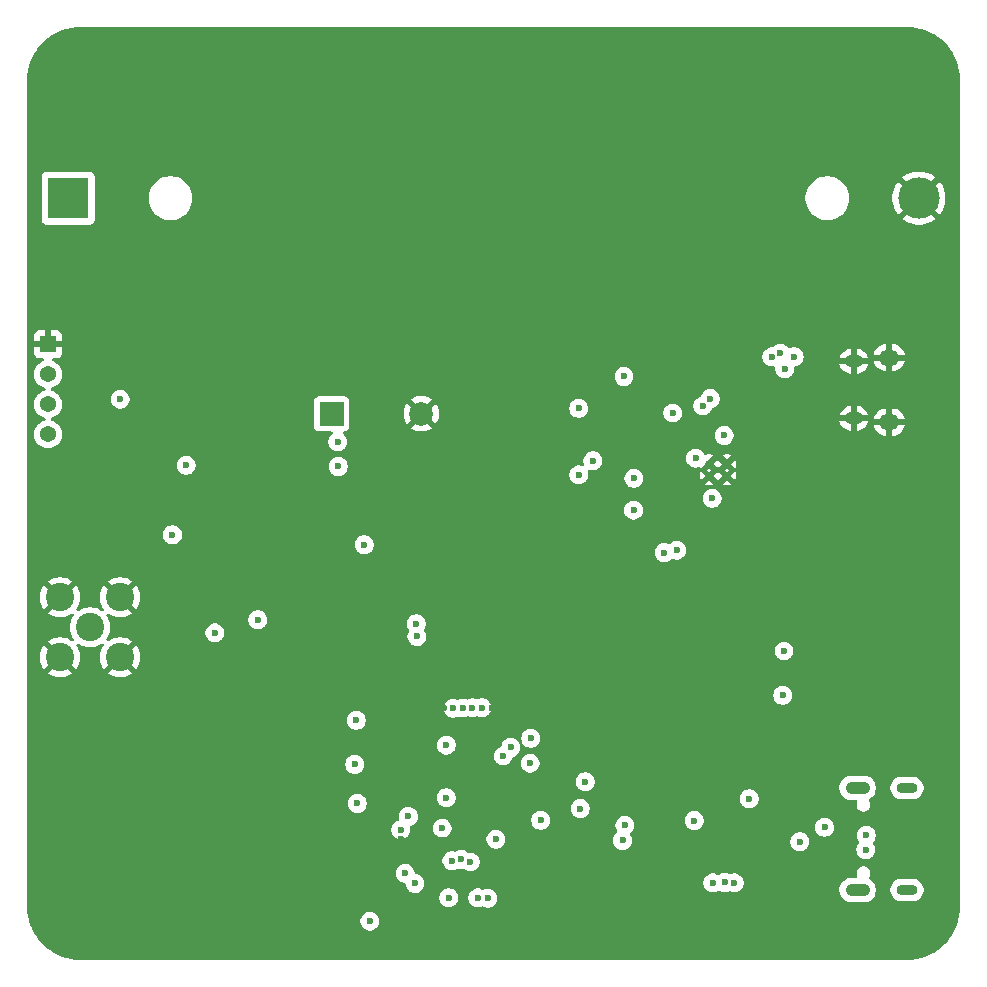
<source format=gbr>
%TF.GenerationSoftware,KiCad,Pcbnew,9.0.0*%
%TF.CreationDate,2025-06-11T08:44:37+09:00*%
%TF.ProjectId,FLP_PCB_terminal,464c505f-5043-4425-9f74-65726d696e61,rev?*%
%TF.SameCoordinates,Original*%
%TF.FileFunction,Copper,L3,Inr*%
%TF.FilePolarity,Positive*%
%FSLAX46Y46*%
G04 Gerber Fmt 4.6, Leading zero omitted, Abs format (unit mm)*
G04 Created by KiCad (PCBNEW 9.0.0) date 2025-06-11 08:44:37*
%MOMM*%
%LPD*%
G01*
G04 APERTURE LIST*
%TA.AperFunction,HeatsinkPad*%
%ADD10O,1.700000X1.350000*%
%TD*%
%TA.AperFunction,HeatsinkPad*%
%ADD11O,1.500000X1.100000*%
%TD*%
%TA.AperFunction,ComponentPad*%
%ADD12R,3.500000X3.500000*%
%TD*%
%TA.AperFunction,ComponentPad*%
%ADD13C,3.500000*%
%TD*%
%TA.AperFunction,ComponentPad*%
%ADD14C,0.600000*%
%TD*%
%TA.AperFunction,ComponentPad*%
%ADD15O,2.100000X1.050000*%
%TD*%
%TA.AperFunction,ComponentPad*%
%ADD16O,1.800000X0.900000*%
%TD*%
%TA.AperFunction,ComponentPad*%
%ADD17R,2.000000X2.000000*%
%TD*%
%TA.AperFunction,ComponentPad*%
%ADD18C,2.000000*%
%TD*%
%TA.AperFunction,ComponentPad*%
%ADD19C,2.400000*%
%TD*%
%TA.AperFunction,ComponentPad*%
%ADD20R,1.370000X1.370000*%
%TD*%
%TA.AperFunction,ComponentPad*%
%ADD21C,1.370000*%
%TD*%
%TA.AperFunction,ViaPad*%
%ADD22C,0.600000*%
%TD*%
G04 APERTURE END LIST*
D10*
%TO.N,GND*%
%TO.C,Charger1*%
X118500000Y-118960000D03*
D11*
X115500000Y-118650000D03*
X115500000Y-113810000D03*
D10*
X118500000Y-113500000D03*
%TD*%
D12*
%TO.N,Net-(BT1-+)*%
%TO.C,BT1*%
X49000000Y-100000000D03*
D13*
%TO.N,GND*%
X121000000Y-100000000D03*
%TD*%
D14*
%TO.N,GND*%
%TO.C,U6*%
X103250000Y-123500000D03*
X104750000Y-123500000D03*
X104000000Y-123000000D03*
X103250000Y-122500000D03*
X104750000Y-122500000D03*
%TD*%
D15*
%TO.N,N/C*%
%TO.C,UART1*%
X115820000Y-158570000D03*
X115820000Y-149930000D03*
D16*
X120000000Y-158570000D03*
X120000000Y-149930000D03*
%TD*%
D17*
%TO.N,Buzzer*%
%TO.C,BZ1*%
X71280000Y-118250000D03*
D18*
%TO.N,GND*%
X78880000Y-118250000D03*
%TD*%
D19*
%TO.N,Net-(C27-Pad1)*%
%TO.C,J1*%
X50840000Y-136340000D03*
%TO.N,GND*%
X53380000Y-138880000D03*
X53380000Y-133800000D03*
X48300000Y-133800000D03*
X48300000Y-138880000D03*
%TD*%
D20*
%TO.N,GND*%
%TO.C,J2*%
X47270000Y-112380000D03*
D21*
%TO.N,3.3V OUT*%
X47270000Y-114920000D03*
%TO.N,I2C SCL*%
X47270000Y-117460000D03*
%TO.N,I2C SDL*%
X47270000Y-120000000D03*
%TD*%
D22*
%TO.N,Net-(BT1-+)*%
X93410000Y-122236000D03*
X92210000Y-123436000D03*
%TO.N,GND*%
X68780000Y-153130000D03*
X87940000Y-117790000D03*
X56650000Y-116860000D03*
X86970000Y-140740000D03*
X99490000Y-125000000D03*
X76540000Y-128240000D03*
X108480000Y-155100000D03*
X89260000Y-151290000D03*
X58180000Y-136730000D03*
X113880000Y-121570000D03*
X114090000Y-113780000D03*
X106580000Y-139580000D03*
X80800000Y-143170000D03*
X113920000Y-118610000D03*
X97390000Y-140160000D03*
X81210000Y-147830000D03*
X97120000Y-144370000D03*
X48080000Y-158200000D03*
X97320000Y-142340000D03*
X87820000Y-126330000D03*
X87890000Y-122250000D03*
X100190000Y-121230000D03*
X103510000Y-119400000D03*
X99530000Y-127500000D03*
X112980000Y-154470000D03*
X77460000Y-159950000D03*
X87570000Y-131440000D03*
X52670000Y-130370000D03*
X75770000Y-149720000D03*
X71380000Y-144410000D03*
X87660000Y-129600000D03*
X109510000Y-118650000D03*
X87860000Y-124340000D03*
X53480000Y-120930000D03*
X85670000Y-159280000D03*
X59680000Y-127270000D03*
X84890000Y-143140000D03*
X54710000Y-120950000D03*
X57600000Y-138420000D03*
X86940000Y-138390000D03*
X77160000Y-154270000D03*
X113740000Y-157430000D03*
X58230000Y-116770000D03*
X87755388Y-127997190D03*
X114010000Y-151070000D03*
X101500000Y-123020000D03*
X96980000Y-147800000D03*
X77360000Y-162340000D03*
X87880000Y-120310000D03*
X59780000Y-123760000D03*
X106460000Y-141270000D03*
X97060000Y-146030000D03*
X105040000Y-125680000D03*
X87520000Y-133610000D03*
X58188971Y-135656854D03*
X49440000Y-112360000D03*
X96940000Y-149390000D03*
X58101765Y-134661765D03*
X92295930Y-113287108D03*
X92180000Y-115350000D03*
%TO.N,Buzzer*%
X88140000Y-145730000D03*
X74045000Y-129335000D03*
X88090000Y-147831959D03*
X88980000Y-152670000D03*
X71850000Y-122720000D03*
X71810000Y-120620000D03*
%TO.N,5v OUT*%
X100514972Y-129794972D03*
X92200000Y-117800000D03*
X103500000Y-125419943D03*
X102700000Y-117590000D03*
%TO.N,Net-(Charger1-VBUS)*%
X110450000Y-113420000D03*
X96850000Y-126410000D03*
%TO.N,OSC_OUT*%
X73240000Y-147950000D03*
X80640000Y-153330000D03*
X73370000Y-144200000D03*
%TO.N,Net-(U5-REGIN)*%
X106647500Y-150857500D03*
X110930000Y-154490000D03*
X92770000Y-149420000D03*
%TO.N,Net-(Q1-D)*%
X103350000Y-116970000D03*
X96040000Y-115100000D03*
%TO.N,Net-(U8-XTB)*%
X61405735Y-136814265D03*
X65040000Y-135700000D03*
%TO.N,I2C SDL*%
X53380000Y-117010000D03*
X80999624Y-146310000D03*
%TO.N,PC_OSC_OUT*%
X74530000Y-161210000D03*
X77790000Y-152350000D03*
%TO.N,NRST*%
X77132897Y-153470456D03*
X57810000Y-128500000D03*
%TO.N,BOOT0*%
X80999624Y-150760000D03*
X58970000Y-122610000D03*
%TO.N,Net-(U4-PROG)*%
X108540000Y-113440000D03*
X96880000Y-123720000D03*
%TO.N,Find_Host*%
X109590000Y-138340000D03*
X86460000Y-146510000D03*
%TO.N,ID*%
X85800053Y-147231959D03*
X109490000Y-142100000D03*
%TO.N,Net-(U5-RXD)*%
X95920000Y-154380000D03*
X104580000Y-157940000D03*
%TO.N,Net-(U5-TXD)*%
X105379202Y-157975785D03*
X96120000Y-153100000D03*
%TO.N,Net-(U6-UVLO)*%
X109660401Y-114448128D03*
X100170000Y-118190000D03*
X109278669Y-113132801D03*
X104513736Y-120094736D03*
%TO.N,Net-(U5-~{RST})*%
X92340000Y-151680000D03*
X102000116Y-152699884D03*
%TO.N,Net-(UART1-CC2)*%
X103560000Y-157976785D03*
X113020000Y-153269000D03*
%TO.N,Net-(Q1-G)*%
X102100000Y-122008530D03*
X99450000Y-130010000D03*
%TO.N,Net-(U2-PB2)*%
X84520000Y-159281000D03*
X73450000Y-151250000D03*
%TO.N,GPS_TX*%
X78344265Y-158024265D03*
X77505735Y-157165735D03*
%TO.N,SCK*%
X81470000Y-156090000D03*
X81599624Y-143194603D03*
%TO.N,MISO*%
X82399187Y-143168089D03*
X82263692Y-155989718D03*
%TO.N,NSS(CS)*%
X83999053Y-143147039D03*
X81200000Y-159240000D03*
%TO.N,DIO0(IRQ)*%
X78510000Y-137110000D03*
X83660000Y-159250000D03*
%TO.N,RESET*%
X85200053Y-154270000D03*
X78460000Y-136040000D03*
%TO.N,MOSI*%
X83199107Y-143156551D03*
X83033327Y-156208041D03*
%TO.N,Net-(U7-I{slash}O2-Pad3)*%
X116520000Y-155149000D03*
X116550000Y-153949000D03*
%TD*%
%TA.AperFunction,Conductor*%
%TO.N,GND*%
G36*
X120002702Y-85500617D02*
G01*
X120386771Y-85517386D01*
X120397506Y-85518326D01*
X120775971Y-85568152D01*
X120786597Y-85570025D01*
X121159284Y-85652648D01*
X121169710Y-85655442D01*
X121533765Y-85770227D01*
X121543911Y-85773920D01*
X121896578Y-85920000D01*
X121906369Y-85924566D01*
X122244942Y-86100816D01*
X122254310Y-86106224D01*
X122576244Y-86311318D01*
X122585105Y-86317523D01*
X122887930Y-86549889D01*
X122896217Y-86556843D01*
X123177635Y-86814715D01*
X123185284Y-86822364D01*
X123443156Y-87103782D01*
X123450110Y-87112069D01*
X123682476Y-87414894D01*
X123688681Y-87423755D01*
X123893775Y-87745689D01*
X123899183Y-87755057D01*
X124075430Y-88093623D01*
X124080002Y-88103427D01*
X124226075Y-88456078D01*
X124229775Y-88466244D01*
X124344554Y-88830278D01*
X124347354Y-88840727D01*
X124429971Y-89213389D01*
X124431849Y-89224042D01*
X124481671Y-89602473D01*
X124482614Y-89613249D01*
X124499382Y-89997297D01*
X124499500Y-90002706D01*
X124499500Y-159997293D01*
X124499382Y-160002702D01*
X124482614Y-160386750D01*
X124481671Y-160397526D01*
X124431849Y-160775957D01*
X124429971Y-160786610D01*
X124347354Y-161159272D01*
X124344554Y-161169721D01*
X124229775Y-161533755D01*
X124226075Y-161543921D01*
X124080002Y-161896572D01*
X124075430Y-161906376D01*
X123899183Y-162244942D01*
X123893775Y-162254310D01*
X123688681Y-162576244D01*
X123682476Y-162585105D01*
X123450110Y-162887930D01*
X123443156Y-162896217D01*
X123185284Y-163177635D01*
X123177635Y-163185284D01*
X122896217Y-163443156D01*
X122887930Y-163450110D01*
X122585105Y-163682476D01*
X122576244Y-163688681D01*
X122254310Y-163893775D01*
X122244942Y-163899183D01*
X121906376Y-164075430D01*
X121896572Y-164080002D01*
X121543921Y-164226075D01*
X121533755Y-164229775D01*
X121169721Y-164344554D01*
X121159272Y-164347354D01*
X120786610Y-164429971D01*
X120775957Y-164431849D01*
X120397526Y-164481671D01*
X120386750Y-164482614D01*
X120002703Y-164499382D01*
X119997294Y-164499500D01*
X50002706Y-164499500D01*
X49997297Y-164499382D01*
X49613249Y-164482614D01*
X49602473Y-164481671D01*
X49224042Y-164431849D01*
X49213389Y-164429971D01*
X48840727Y-164347354D01*
X48830278Y-164344554D01*
X48466244Y-164229775D01*
X48456078Y-164226075D01*
X48103427Y-164080002D01*
X48093623Y-164075430D01*
X47755057Y-163899183D01*
X47745689Y-163893775D01*
X47423755Y-163688681D01*
X47414894Y-163682476D01*
X47112069Y-163450110D01*
X47103782Y-163443156D01*
X46822364Y-163185284D01*
X46814715Y-163177635D01*
X46556843Y-162896217D01*
X46549889Y-162887930D01*
X46317523Y-162585105D01*
X46311318Y-162576244D01*
X46106224Y-162254310D01*
X46100816Y-162244942D01*
X45962759Y-161979738D01*
X45924566Y-161906369D01*
X45919997Y-161896572D01*
X45893162Y-161831786D01*
X45773920Y-161543911D01*
X45770224Y-161533755D01*
X45655442Y-161169710D01*
X45652644Y-161159266D01*
X45651013Y-161151909D01*
X45651012Y-161151905D01*
X45646411Y-161131153D01*
X73729500Y-161131153D01*
X73729500Y-161288846D01*
X73760261Y-161443489D01*
X73760264Y-161443501D01*
X73820602Y-161589172D01*
X73820609Y-161589185D01*
X73908210Y-161720288D01*
X73908213Y-161720292D01*
X74019707Y-161831786D01*
X74019711Y-161831789D01*
X74150814Y-161919390D01*
X74150827Y-161919397D01*
X74296498Y-161979735D01*
X74296503Y-161979737D01*
X74404329Y-162001185D01*
X74451153Y-162010499D01*
X74451156Y-162010500D01*
X74451158Y-162010500D01*
X74608844Y-162010500D01*
X74608845Y-162010499D01*
X74763497Y-161979737D01*
X74909179Y-161919394D01*
X75040289Y-161831789D01*
X75151789Y-161720289D01*
X75239394Y-161589179D01*
X75299737Y-161443497D01*
X75330500Y-161288842D01*
X75330500Y-161131158D01*
X75330500Y-161131155D01*
X75330499Y-161131153D01*
X75299738Y-160976510D01*
X75299737Y-160976503D01*
X75299735Y-160976498D01*
X75239397Y-160830827D01*
X75239390Y-160830814D01*
X75151789Y-160699711D01*
X75151786Y-160699707D01*
X75040292Y-160588213D01*
X75040288Y-160588210D01*
X74909185Y-160500609D01*
X74909172Y-160500602D01*
X74763501Y-160440264D01*
X74763489Y-160440261D01*
X74608845Y-160409500D01*
X74608842Y-160409500D01*
X74451158Y-160409500D01*
X74451155Y-160409500D01*
X74296510Y-160440261D01*
X74296498Y-160440264D01*
X74150827Y-160500602D01*
X74150814Y-160500609D01*
X74019711Y-160588210D01*
X74019707Y-160588213D01*
X73908213Y-160699707D01*
X73908210Y-160699711D01*
X73820609Y-160830814D01*
X73820602Y-160830827D01*
X73760264Y-160976498D01*
X73760261Y-160976510D01*
X73729500Y-161131153D01*
X45646411Y-161131153D01*
X45570025Y-160786594D01*
X45568152Y-160775971D01*
X45518326Y-160397506D01*
X45517386Y-160386771D01*
X45500618Y-160002702D01*
X45500500Y-159997293D01*
X45500500Y-159161153D01*
X80399500Y-159161153D01*
X80399500Y-159318846D01*
X80430261Y-159473489D01*
X80430264Y-159473501D01*
X80490602Y-159619172D01*
X80490609Y-159619185D01*
X80578210Y-159750288D01*
X80578213Y-159750292D01*
X80689707Y-159861786D01*
X80689711Y-159861789D01*
X80820814Y-159949390D01*
X80820827Y-159949397D01*
X80949519Y-160002702D01*
X80966503Y-160009737D01*
X81121153Y-160040499D01*
X81121156Y-160040500D01*
X81121158Y-160040500D01*
X81278844Y-160040500D01*
X81278845Y-160040499D01*
X81433497Y-160009737D01*
X81546166Y-159963067D01*
X81579172Y-159949397D01*
X81579172Y-159949396D01*
X81579179Y-159949394D01*
X81710289Y-159861789D01*
X81821789Y-159750289D01*
X81909394Y-159619179D01*
X81969737Y-159473497D01*
X82000500Y-159318842D01*
X82000500Y-159171153D01*
X82859500Y-159171153D01*
X82859500Y-159328846D01*
X82890261Y-159483489D01*
X82890264Y-159483501D01*
X82950602Y-159629172D01*
X82950609Y-159629185D01*
X83038210Y-159760288D01*
X83038213Y-159760292D01*
X83149707Y-159871786D01*
X83149711Y-159871789D01*
X83280814Y-159959390D01*
X83280827Y-159959397D01*
X83402363Y-160009738D01*
X83426503Y-160019737D01*
X83581153Y-160050499D01*
X83581156Y-160050500D01*
X83581158Y-160050500D01*
X83738844Y-160050500D01*
X83738845Y-160050499D01*
X83893497Y-160019737D01*
X84012050Y-159970630D01*
X84081519Y-159963162D01*
X84128394Y-159982090D01*
X84140821Y-159990394D01*
X84140823Y-159990394D01*
X84140827Y-159990397D01*
X84285928Y-160050499D01*
X84286503Y-160050737D01*
X84441153Y-160081499D01*
X84441156Y-160081500D01*
X84441158Y-160081500D01*
X84598844Y-160081500D01*
X84598845Y-160081499D01*
X84753497Y-160050737D01*
X84899179Y-159990394D01*
X85030289Y-159902789D01*
X85141789Y-159791289D01*
X85229394Y-159660179D01*
X85289737Y-159514497D01*
X85320500Y-159359842D01*
X85320500Y-159202158D01*
X85320500Y-159202155D01*
X85320499Y-159202153D01*
X85315279Y-159175911D01*
X85289737Y-159047503D01*
X85278441Y-159020231D01*
X85229397Y-158901827D01*
X85229390Y-158901814D01*
X85141789Y-158770711D01*
X85141786Y-158770707D01*
X85030292Y-158659213D01*
X85030288Y-158659210D01*
X84899185Y-158571609D01*
X84899172Y-158571602D01*
X84753501Y-158511264D01*
X84753489Y-158511261D01*
X84598845Y-158480500D01*
X84598842Y-158480500D01*
X84441158Y-158480500D01*
X84441155Y-158480500D01*
X84286510Y-158511261D01*
X84286507Y-158511262D01*
X84286506Y-158511262D01*
X84286503Y-158511263D01*
X84230266Y-158534557D01*
X84167949Y-158560369D01*
X84098479Y-158567837D01*
X84051608Y-158548910D01*
X84039187Y-158540611D01*
X84039183Y-158540609D01*
X84039179Y-158540606D01*
X84039175Y-158540604D01*
X84039171Y-158540602D01*
X83893501Y-158480264D01*
X83893489Y-158480261D01*
X83738845Y-158449500D01*
X83738842Y-158449500D01*
X83581158Y-158449500D01*
X83581155Y-158449500D01*
X83426510Y-158480261D01*
X83426498Y-158480264D01*
X83280827Y-158540602D01*
X83280814Y-158540609D01*
X83149711Y-158628210D01*
X83149707Y-158628213D01*
X83038213Y-158739707D01*
X83038210Y-158739711D01*
X82950609Y-158870814D01*
X82950602Y-158870827D01*
X82890264Y-159016498D01*
X82890261Y-159016510D01*
X82859500Y-159171153D01*
X82000500Y-159171153D01*
X82000500Y-159161158D01*
X82000500Y-159161155D01*
X82000499Y-159161153D01*
X81972469Y-159020237D01*
X81969737Y-159006503D01*
X81969735Y-159006498D01*
X81909397Y-158860827D01*
X81909390Y-158860814D01*
X81821789Y-158729711D01*
X81821786Y-158729707D01*
X81710292Y-158618213D01*
X81710288Y-158618210D01*
X81579185Y-158530609D01*
X81579172Y-158530602D01*
X81433501Y-158470264D01*
X81433489Y-158470261D01*
X81278845Y-158439500D01*
X81278842Y-158439500D01*
X81121158Y-158439500D01*
X81121155Y-158439500D01*
X80966510Y-158470261D01*
X80966498Y-158470264D01*
X80820827Y-158530602D01*
X80820814Y-158530609D01*
X80689711Y-158618210D01*
X80689707Y-158618213D01*
X80578213Y-158729707D01*
X80578210Y-158729711D01*
X80490609Y-158860814D01*
X80490602Y-158860827D01*
X80430264Y-159006498D01*
X80430261Y-159006510D01*
X80399500Y-159161153D01*
X45500500Y-159161153D01*
X45500500Y-157086888D01*
X76705235Y-157086888D01*
X76705235Y-157244581D01*
X76735996Y-157399224D01*
X76735999Y-157399236D01*
X76796337Y-157544907D01*
X76796344Y-157544920D01*
X76883945Y-157676023D01*
X76883948Y-157676027D01*
X76995442Y-157787521D01*
X76995446Y-157787524D01*
X77126549Y-157875125D01*
X77126562Y-157875132D01*
X77272233Y-157935470D01*
X77272238Y-157935472D01*
X77426893Y-157966235D01*
X77426904Y-157966235D01*
X77431906Y-157966728D01*
X77496696Y-157992882D01*
X77537061Y-158049912D01*
X77543765Y-158090132D01*
X77543765Y-158103111D01*
X77574526Y-158257754D01*
X77574529Y-158257766D01*
X77634867Y-158403437D01*
X77634874Y-158403450D01*
X77722475Y-158534553D01*
X77722478Y-158534557D01*
X77833972Y-158646051D01*
X77833976Y-158646054D01*
X77965079Y-158733655D01*
X77965092Y-158733662D01*
X78070409Y-158777285D01*
X78110768Y-158794002D01*
X78265418Y-158824764D01*
X78265421Y-158824765D01*
X78265423Y-158824765D01*
X78423109Y-158824765D01*
X78423110Y-158824764D01*
X78577762Y-158794002D01*
X78723444Y-158733659D01*
X78854554Y-158646054D01*
X78966054Y-158534554D01*
X79053659Y-158403444D01*
X79114002Y-158257762D01*
X79144765Y-158103107D01*
X79144765Y-157945423D01*
X79135320Y-157897938D01*
X102759500Y-157897938D01*
X102759500Y-158055631D01*
X102790261Y-158210274D01*
X102790264Y-158210286D01*
X102850602Y-158355957D01*
X102850609Y-158355970D01*
X102938210Y-158487073D01*
X102938213Y-158487077D01*
X103049707Y-158598571D01*
X103049711Y-158598574D01*
X103180814Y-158686175D01*
X103180827Y-158686182D01*
X103311962Y-158740499D01*
X103326503Y-158746522D01*
X103476126Y-158776284D01*
X103481153Y-158777284D01*
X103481156Y-158777285D01*
X103481158Y-158777285D01*
X103638844Y-158777285D01*
X103638845Y-158777284D01*
X103793497Y-158746522D01*
X103939179Y-158686179D01*
X103939184Y-158686175D01*
X103939187Y-158686174D01*
X103979541Y-158659210D01*
X104028634Y-158626406D01*
X104095310Y-158605528D01*
X104162690Y-158624012D01*
X104166416Y-158626406D01*
X104200814Y-158649390D01*
X104200827Y-158649397D01*
X104346498Y-158709735D01*
X104346503Y-158709737D01*
X104501153Y-158740499D01*
X104501156Y-158740500D01*
X104501158Y-158740500D01*
X104658844Y-158740500D01*
X104658845Y-158740499D01*
X104813497Y-158709737D01*
X104890288Y-158677928D01*
X104959755Y-158670460D01*
X104996191Y-158683131D01*
X105000018Y-158685175D01*
X105000023Y-158685179D01*
X105145705Y-158745522D01*
X105272318Y-158770707D01*
X105300355Y-158776284D01*
X105300358Y-158776285D01*
X105300360Y-158776285D01*
X105458046Y-158776285D01*
X105458047Y-158776284D01*
X105612699Y-158745522D01*
X105755967Y-158686179D01*
X105758374Y-158685182D01*
X105758374Y-158685181D01*
X105758381Y-158685179D01*
X105889491Y-158597574D01*
X106000991Y-158486074D01*
X106012405Y-158468992D01*
X114269500Y-158468992D01*
X114269500Y-158671007D01*
X114308907Y-158869119D01*
X114308909Y-158869127D01*
X114386212Y-159055752D01*
X114386217Y-159055762D01*
X114498441Y-159223718D01*
X114641281Y-159366558D01*
X114809237Y-159478782D01*
X114809241Y-159478784D01*
X114809244Y-159478786D01*
X114995873Y-159556091D01*
X115193992Y-159595499D01*
X115193996Y-159595500D01*
X115193997Y-159595500D01*
X116446004Y-159595500D01*
X116446005Y-159595499D01*
X116644127Y-159556091D01*
X116830756Y-159478786D01*
X116998718Y-159366558D01*
X117141558Y-159223718D01*
X117253786Y-159055756D01*
X117331091Y-158869127D01*
X117370500Y-158671003D01*
X117370500Y-158476379D01*
X118599500Y-158476379D01*
X118599500Y-158663620D01*
X118636025Y-158847243D01*
X118636027Y-158847251D01*
X118707676Y-159020228D01*
X118707681Y-159020237D01*
X118811697Y-159175907D01*
X118811700Y-159175911D01*
X118944088Y-159308299D01*
X118944092Y-159308302D01*
X119099762Y-159412318D01*
X119099768Y-159412321D01*
X119099769Y-159412322D01*
X119272749Y-159483973D01*
X119426205Y-159514497D01*
X119456379Y-159520499D01*
X119456383Y-159520500D01*
X119456384Y-159520500D01*
X120543617Y-159520500D01*
X120543618Y-159520499D01*
X120727251Y-159483973D01*
X120900231Y-159412322D01*
X121055908Y-159308302D01*
X121188302Y-159175908D01*
X121292322Y-159020231D01*
X121363973Y-158847251D01*
X121400500Y-158663616D01*
X121400500Y-158476384D01*
X121363973Y-158292749D01*
X121292322Y-158119769D01*
X121292321Y-158119768D01*
X121292318Y-158119762D01*
X121188302Y-157964092D01*
X121188299Y-157964088D01*
X121055911Y-157831700D01*
X121055907Y-157831697D01*
X120900237Y-157727681D01*
X120900228Y-157727676D01*
X120727251Y-157656027D01*
X120727243Y-157656025D01*
X120543620Y-157619500D01*
X120543616Y-157619500D01*
X119456384Y-157619500D01*
X119456379Y-157619500D01*
X119272756Y-157656025D01*
X119272748Y-157656027D01*
X119099771Y-157727676D01*
X119099762Y-157727681D01*
X118944092Y-157831697D01*
X118944088Y-157831700D01*
X118811700Y-157964088D01*
X118811697Y-157964092D01*
X118707681Y-158119762D01*
X118707676Y-158119771D01*
X118636027Y-158292748D01*
X118636025Y-158292756D01*
X118599500Y-158476379D01*
X117370500Y-158476379D01*
X117370500Y-158468997D01*
X117331091Y-158270873D01*
X117253786Y-158084244D01*
X117253784Y-158084241D01*
X117253782Y-158084237D01*
X117141558Y-157916281D01*
X116998718Y-157773441D01*
X116825691Y-157657829D01*
X116826432Y-157656718D01*
X116781465Y-157612553D01*
X116765999Y-157544417D01*
X116782369Y-157490152D01*
X116856281Y-157362135D01*
X116895500Y-157215766D01*
X116895500Y-157064234D01*
X116856281Y-156917865D01*
X116856034Y-156917438D01*
X116822721Y-156859738D01*
X116780515Y-156786635D01*
X116673365Y-156679485D01*
X116607750Y-156641602D01*
X116542136Y-156603719D01*
X116468950Y-156584109D01*
X116395766Y-156564500D01*
X116244234Y-156564500D01*
X116097863Y-156603719D01*
X115966635Y-156679485D01*
X115966632Y-156679487D01*
X115859487Y-156786632D01*
X115859485Y-156786635D01*
X115783719Y-156917863D01*
X115767665Y-156977779D01*
X115744500Y-157064234D01*
X115744500Y-157215766D01*
X115781806Y-157354996D01*
X115783720Y-157362137D01*
X115786831Y-157369649D01*
X115784552Y-157370592D01*
X115798093Y-157426393D01*
X115775245Y-157492421D01*
X115720326Y-157535615D01*
X115674233Y-157544500D01*
X115193992Y-157544500D01*
X114995880Y-157583907D01*
X114995872Y-157583909D01*
X114809247Y-157661212D01*
X114809237Y-157661217D01*
X114641281Y-157773441D01*
X114498441Y-157916281D01*
X114386217Y-158084237D01*
X114386212Y-158084247D01*
X114308909Y-158270872D01*
X114308907Y-158270880D01*
X114269500Y-158468992D01*
X106012405Y-158468992D01*
X106056203Y-158403444D01*
X106062504Y-158394014D01*
X106088592Y-158354970D01*
X106088592Y-158354969D01*
X106088596Y-158354964D01*
X106148939Y-158209282D01*
X106179702Y-158054627D01*
X106179702Y-157896943D01*
X106179702Y-157896940D01*
X106179701Y-157896938D01*
X106166724Y-157831697D01*
X106148939Y-157742288D01*
X106142889Y-157727681D01*
X106088599Y-157596612D01*
X106088592Y-157596599D01*
X106000991Y-157465496D01*
X106000988Y-157465492D01*
X105889494Y-157353998D01*
X105889490Y-157353995D01*
X105758387Y-157266394D01*
X105758374Y-157266387D01*
X105612703Y-157206049D01*
X105612691Y-157206046D01*
X105458047Y-157175285D01*
X105458044Y-157175285D01*
X105300360Y-157175285D01*
X105300357Y-157175285D01*
X105145713Y-157206045D01*
X105145708Y-157206047D01*
X105145706Y-157206047D01*
X105145705Y-157206048D01*
X105104127Y-157223270D01*
X105068912Y-157237856D01*
X104999443Y-157245323D01*
X104963013Y-157232655D01*
X104959178Y-157230605D01*
X104813501Y-157170264D01*
X104813489Y-157170261D01*
X104658845Y-157139500D01*
X104658842Y-157139500D01*
X104501158Y-157139500D01*
X104501155Y-157139500D01*
X104346510Y-157170261D01*
X104346498Y-157170264D01*
X104200827Y-157230602D01*
X104200814Y-157230609D01*
X104111365Y-157290378D01*
X104044687Y-157311256D01*
X103977307Y-157292771D01*
X103973584Y-157290379D01*
X103939183Y-157267393D01*
X103939172Y-157267387D01*
X103793501Y-157207049D01*
X103793489Y-157207046D01*
X103638845Y-157176285D01*
X103638842Y-157176285D01*
X103481158Y-157176285D01*
X103481155Y-157176285D01*
X103326510Y-157207046D01*
X103326498Y-157207049D01*
X103180827Y-157267387D01*
X103180814Y-157267394D01*
X103049711Y-157354995D01*
X103049707Y-157354998D01*
X102938213Y-157466492D01*
X102938210Y-157466496D01*
X102850609Y-157597599D01*
X102850602Y-157597612D01*
X102790264Y-157743283D01*
X102790261Y-157743295D01*
X102759500Y-157897938D01*
X79135320Y-157897938D01*
X79114002Y-157790768D01*
X79112657Y-157787521D01*
X79053662Y-157645092D01*
X79053655Y-157645079D01*
X78966054Y-157513976D01*
X78966051Y-157513972D01*
X78854557Y-157402478D01*
X78854553Y-157402475D01*
X78723450Y-157314874D01*
X78723437Y-157314867D01*
X78577766Y-157254529D01*
X78577754Y-157254526D01*
X78423111Y-157223765D01*
X78418083Y-157223270D01*
X78353295Y-157197110D01*
X78312935Y-157140076D01*
X78306235Y-157099867D01*
X78306235Y-157086890D01*
X78306234Y-157086888D01*
X78290650Y-157008541D01*
X78275472Y-156932238D01*
X78269342Y-156917438D01*
X78215132Y-156786562D01*
X78215125Y-156786549D01*
X78127524Y-156655446D01*
X78127521Y-156655442D01*
X78016027Y-156543948D01*
X78016023Y-156543945D01*
X77884920Y-156456344D01*
X77884907Y-156456337D01*
X77739236Y-156395999D01*
X77739224Y-156395996D01*
X77584580Y-156365235D01*
X77584577Y-156365235D01*
X77426893Y-156365235D01*
X77426890Y-156365235D01*
X77272245Y-156395996D01*
X77272233Y-156395999D01*
X77126562Y-156456337D01*
X77126549Y-156456344D01*
X76995446Y-156543945D01*
X76995442Y-156543948D01*
X76883948Y-156655442D01*
X76883945Y-156655446D01*
X76796344Y-156786549D01*
X76796337Y-156786562D01*
X76735999Y-156932233D01*
X76735996Y-156932245D01*
X76705235Y-157086888D01*
X45500500Y-157086888D01*
X45500500Y-156011153D01*
X80669500Y-156011153D01*
X80669500Y-156168846D01*
X80700261Y-156323489D01*
X80700264Y-156323501D01*
X80760602Y-156469172D01*
X80760609Y-156469185D01*
X80848210Y-156600288D01*
X80848213Y-156600292D01*
X80959707Y-156711786D01*
X80959711Y-156711789D01*
X81090814Y-156799390D01*
X81090827Y-156799397D01*
X81236498Y-156859735D01*
X81236503Y-156859737D01*
X81391153Y-156890499D01*
X81391156Y-156890500D01*
X81391158Y-156890500D01*
X81548844Y-156890500D01*
X81548845Y-156890499D01*
X81703497Y-156859737D01*
X81849179Y-156799394D01*
X81900240Y-156765275D01*
X81966916Y-156744398D01*
X82016583Y-156753817D01*
X82030190Y-156759453D01*
X82030195Y-156759455D01*
X82132340Y-156779773D01*
X82184845Y-156790217D01*
X82184848Y-156790218D01*
X82184850Y-156790218D01*
X82342535Y-156790218D01*
X82366607Y-156785429D01*
X82395042Y-156779773D01*
X82464634Y-156786000D01*
X82506916Y-156813709D01*
X82523034Y-156829827D01*
X82523038Y-156829830D01*
X82654141Y-156917431D01*
X82654154Y-156917438D01*
X82799825Y-156977776D01*
X82799830Y-156977778D01*
X82954480Y-157008540D01*
X82954483Y-157008541D01*
X82954485Y-157008541D01*
X83112171Y-157008541D01*
X83112172Y-157008540D01*
X83266824Y-156977778D01*
X83412506Y-156917435D01*
X83543616Y-156829830D01*
X83655116Y-156718330D01*
X83742721Y-156587220D01*
X83803064Y-156441538D01*
X83833827Y-156286883D01*
X83833827Y-156129199D01*
X83833827Y-156129196D01*
X83833826Y-156129194D01*
X83803065Y-155974551D01*
X83803064Y-155974544D01*
X83779948Y-155918737D01*
X83742724Y-155828868D01*
X83742717Y-155828855D01*
X83655116Y-155697752D01*
X83655113Y-155697748D01*
X83543619Y-155586254D01*
X83543615Y-155586251D01*
X83412512Y-155498650D01*
X83412499Y-155498643D01*
X83266828Y-155438305D01*
X83266816Y-155438302D01*
X83112172Y-155407541D01*
X83112169Y-155407541D01*
X82954485Y-155407541D01*
X82901973Y-155417986D01*
X82832381Y-155411757D01*
X82790102Y-155384049D01*
X82773984Y-155367931D01*
X82773980Y-155367928D01*
X82642877Y-155280327D01*
X82642864Y-155280320D01*
X82497193Y-155219982D01*
X82497181Y-155219979D01*
X82342537Y-155189218D01*
X82342534Y-155189218D01*
X82184850Y-155189218D01*
X82184847Y-155189218D01*
X82030202Y-155219979D01*
X82030190Y-155219982D01*
X81884520Y-155280320D01*
X81884511Y-155280325D01*
X81833449Y-155314443D01*
X81766771Y-155335319D01*
X81717108Y-155325900D01*
X81703502Y-155320264D01*
X81703494Y-155320261D01*
X81548845Y-155289500D01*
X81548842Y-155289500D01*
X81391158Y-155289500D01*
X81391155Y-155289500D01*
X81236510Y-155320261D01*
X81236498Y-155320264D01*
X81090827Y-155380602D01*
X81090814Y-155380609D01*
X80959711Y-155468210D01*
X80959707Y-155468213D01*
X80848213Y-155579707D01*
X80848210Y-155579711D01*
X80760609Y-155710814D01*
X80760602Y-155710827D01*
X80700264Y-155856498D01*
X80700261Y-155856510D01*
X80669500Y-156011153D01*
X45500500Y-156011153D01*
X45500500Y-153391609D01*
X76332397Y-153391609D01*
X76332397Y-153549302D01*
X76363158Y-153703945D01*
X76363161Y-153703957D01*
X76423499Y-153849628D01*
X76423506Y-153849641D01*
X76511107Y-153980744D01*
X76511110Y-153980748D01*
X76622604Y-154092242D01*
X76622608Y-154092245D01*
X76753711Y-154179846D01*
X76753724Y-154179853D01*
X76899395Y-154240191D01*
X76899400Y-154240193D01*
X76981431Y-154256510D01*
X77054050Y-154270955D01*
X77054053Y-154270956D01*
X77054055Y-154270956D01*
X77211741Y-154270956D01*
X77211742Y-154270955D01*
X77366394Y-154240193D01*
X77484788Y-154191153D01*
X84399553Y-154191153D01*
X84399553Y-154348846D01*
X84430314Y-154503489D01*
X84430317Y-154503501D01*
X84490655Y-154649172D01*
X84490662Y-154649185D01*
X84578263Y-154780288D01*
X84578266Y-154780292D01*
X84689760Y-154891786D01*
X84689764Y-154891789D01*
X84820867Y-154979390D01*
X84820880Y-154979397D01*
X84966551Y-155039735D01*
X84966556Y-155039737D01*
X85119467Y-155070153D01*
X85121206Y-155070499D01*
X85121209Y-155070500D01*
X85121211Y-155070500D01*
X85278897Y-155070500D01*
X85278898Y-155070499D01*
X85433550Y-155039737D01*
X85579232Y-154979394D01*
X85710342Y-154891789D01*
X85821842Y-154780289D01*
X85909447Y-154649179D01*
X85969790Y-154503497D01*
X86000553Y-154348842D01*
X86000553Y-154301153D01*
X95119500Y-154301153D01*
X95119500Y-154458846D01*
X95150261Y-154613489D01*
X95150264Y-154613501D01*
X95210602Y-154759172D01*
X95210609Y-154759185D01*
X95298210Y-154890288D01*
X95298213Y-154890292D01*
X95409707Y-155001786D01*
X95409711Y-155001789D01*
X95540814Y-155089390D01*
X95540827Y-155089397D01*
X95686498Y-155149735D01*
X95686503Y-155149737D01*
X95841153Y-155180499D01*
X95841156Y-155180500D01*
X95841158Y-155180500D01*
X95998844Y-155180500D01*
X95998845Y-155180499D01*
X96153497Y-155149737D01*
X96299179Y-155089394D01*
X96430289Y-155001789D01*
X96541789Y-154890289D01*
X96629394Y-154759179D01*
X96689737Y-154613497D01*
X96720500Y-154458842D01*
X96720500Y-154411153D01*
X110129500Y-154411153D01*
X110129500Y-154568846D01*
X110160261Y-154723489D01*
X110160264Y-154723501D01*
X110220602Y-154869172D01*
X110220609Y-154869185D01*
X110308210Y-155000288D01*
X110308213Y-155000292D01*
X110419707Y-155111786D01*
X110419711Y-155111789D01*
X110550814Y-155199390D01*
X110550827Y-155199397D01*
X110696498Y-155259735D01*
X110696503Y-155259737D01*
X110846131Y-155289500D01*
X110851153Y-155290499D01*
X110851156Y-155290500D01*
X110851158Y-155290500D01*
X111008844Y-155290500D01*
X111008845Y-155290499D01*
X111163497Y-155259737D01*
X111309179Y-155199394D01*
X111440289Y-155111789D01*
X111481925Y-155070153D01*
X115719500Y-155070153D01*
X115719500Y-155227846D01*
X115750261Y-155382489D01*
X115750264Y-155382501D01*
X115810602Y-155528172D01*
X115810609Y-155528185D01*
X115898210Y-155659288D01*
X115898213Y-155659292D01*
X116009707Y-155770786D01*
X116009711Y-155770789D01*
X116140814Y-155858390D01*
X116140827Y-155858397D01*
X116286498Y-155918735D01*
X116286503Y-155918737D01*
X116441153Y-155949499D01*
X116441156Y-155949500D01*
X116441158Y-155949500D01*
X116598844Y-155949500D01*
X116598845Y-155949499D01*
X116753497Y-155918737D01*
X116899179Y-155858394D01*
X117030289Y-155770789D01*
X117141789Y-155659289D01*
X117229394Y-155528179D01*
X117289737Y-155382497D01*
X117320500Y-155227842D01*
X117320500Y-155070158D01*
X117320500Y-155070155D01*
X117320499Y-155070153D01*
X117289738Y-154915510D01*
X117289737Y-154915503D01*
X117289735Y-154915498D01*
X117229397Y-154769827D01*
X117229390Y-154769814D01*
X117156422Y-154660612D01*
X117141789Y-154638711D01*
X117141788Y-154638710D01*
X117138476Y-154633753D01*
X117117598Y-154567076D01*
X117136082Y-154499696D01*
X117153899Y-154477179D01*
X117171787Y-154459291D01*
X117171789Y-154459289D01*
X117259394Y-154328179D01*
X117319737Y-154182497D01*
X117350500Y-154027842D01*
X117350500Y-153870158D01*
X117350500Y-153870155D01*
X117350499Y-153870153D01*
X117332686Y-153780602D01*
X117319737Y-153715503D01*
X117276158Y-153610292D01*
X117259397Y-153569827D01*
X117259390Y-153569814D01*
X117171789Y-153438711D01*
X117171786Y-153438707D01*
X117060292Y-153327213D01*
X117060288Y-153327210D01*
X116929185Y-153239609D01*
X116929172Y-153239602D01*
X116783501Y-153179264D01*
X116783489Y-153179261D01*
X116628845Y-153148500D01*
X116628842Y-153148500D01*
X116471158Y-153148500D01*
X116471155Y-153148500D01*
X116316510Y-153179261D01*
X116316498Y-153179264D01*
X116170827Y-153239602D01*
X116170814Y-153239609D01*
X116039711Y-153327210D01*
X116039707Y-153327213D01*
X115928213Y-153438707D01*
X115928210Y-153438711D01*
X115840609Y-153569814D01*
X115840602Y-153569827D01*
X115780264Y-153715498D01*
X115780261Y-153715510D01*
X115749500Y-153870153D01*
X115749500Y-154027846D01*
X115780261Y-154182489D01*
X115780264Y-154182501D01*
X115840602Y-154328172D01*
X115840609Y-154328185D01*
X115931523Y-154464246D01*
X115952401Y-154530923D01*
X115933917Y-154598304D01*
X115916104Y-154620816D01*
X115898214Y-154638706D01*
X115898210Y-154638711D01*
X115810609Y-154769814D01*
X115810602Y-154769827D01*
X115750264Y-154915498D01*
X115750261Y-154915510D01*
X115719500Y-155070153D01*
X111481925Y-155070153D01*
X111551789Y-155000289D01*
X111639394Y-154869179D01*
X111699737Y-154723497D01*
X111730500Y-154568842D01*
X111730500Y-154411158D01*
X111730500Y-154411155D01*
X111730499Y-154411153D01*
X111718104Y-154348842D01*
X111699737Y-154256503D01*
X111692981Y-154240193D01*
X111639397Y-154110827D01*
X111639390Y-154110814D01*
X111551789Y-153979711D01*
X111551786Y-153979707D01*
X111440292Y-153868213D01*
X111440288Y-153868210D01*
X111309185Y-153780609D01*
X111309172Y-153780602D01*
X111163501Y-153720264D01*
X111163489Y-153720261D01*
X111008845Y-153689500D01*
X111008842Y-153689500D01*
X110851158Y-153689500D01*
X110851155Y-153689500D01*
X110696510Y-153720261D01*
X110696498Y-153720264D01*
X110550827Y-153780602D01*
X110550814Y-153780609D01*
X110419711Y-153868210D01*
X110419707Y-153868213D01*
X110308213Y-153979707D01*
X110308210Y-153979711D01*
X110220609Y-154110814D01*
X110220602Y-154110827D01*
X110160264Y-154256498D01*
X110160261Y-154256510D01*
X110129500Y-154411153D01*
X96720500Y-154411153D01*
X96720500Y-154301158D01*
X96720500Y-154301155D01*
X96720499Y-154301153D01*
X96711619Y-154256510D01*
X96689737Y-154146503D01*
X96689735Y-154146498D01*
X96629397Y-154000827D01*
X96629390Y-154000814D01*
X96569665Y-153911430D01*
X96548787Y-153844753D01*
X96567271Y-153777373D01*
X96603874Y-153739438D01*
X96630289Y-153721789D01*
X96741789Y-153610289D01*
X96829394Y-153479179D01*
X96889737Y-153333497D01*
X96920500Y-153178842D01*
X96920500Y-153021158D01*
X96920500Y-153021155D01*
X96920499Y-153021153D01*
X96906509Y-152950821D01*
X96889737Y-152866503D01*
X96853379Y-152778726D01*
X96829397Y-152720827D01*
X96829395Y-152720823D01*
X96829394Y-152720821D01*
X96815962Y-152700718D01*
X96804685Y-152683841D01*
X96762720Y-152621037D01*
X101199616Y-152621037D01*
X101199616Y-152778730D01*
X101230377Y-152933373D01*
X101230380Y-152933385D01*
X101290718Y-153079056D01*
X101290725Y-153079069D01*
X101378326Y-153210172D01*
X101378329Y-153210176D01*
X101489823Y-153321670D01*
X101489827Y-153321673D01*
X101620930Y-153409274D01*
X101620943Y-153409281D01*
X101766327Y-153469500D01*
X101766619Y-153469621D01*
X101920656Y-153500261D01*
X101921269Y-153500383D01*
X101921272Y-153500384D01*
X101921274Y-153500384D01*
X102078960Y-153500384D01*
X102078961Y-153500383D01*
X102233613Y-153469621D01*
X102379295Y-153409278D01*
X102510405Y-153321673D01*
X102621905Y-153210173D01*
X102635282Y-153190153D01*
X112219500Y-153190153D01*
X112219500Y-153347846D01*
X112250261Y-153502489D01*
X112250264Y-153502501D01*
X112310602Y-153648172D01*
X112310609Y-153648185D01*
X112398210Y-153779288D01*
X112398213Y-153779292D01*
X112509707Y-153890786D01*
X112509711Y-153890789D01*
X112640814Y-153978390D01*
X112640827Y-153978397D01*
X112786498Y-154038735D01*
X112786503Y-154038737D01*
X112941153Y-154069499D01*
X112941156Y-154069500D01*
X112941158Y-154069500D01*
X113098844Y-154069500D01*
X113098845Y-154069499D01*
X113253497Y-154038737D01*
X113393506Y-153980744D01*
X113399172Y-153978397D01*
X113399172Y-153978396D01*
X113399179Y-153978394D01*
X113530289Y-153890789D01*
X113641789Y-153779289D01*
X113729394Y-153648179D01*
X113789737Y-153502497D01*
X113820500Y-153347842D01*
X113820500Y-153190158D01*
X113820500Y-153190155D01*
X113820499Y-153190153D01*
X113789737Y-153035503D01*
X113758532Y-152960167D01*
X113729397Y-152889827D01*
X113729390Y-152889814D01*
X113641789Y-152758711D01*
X113641786Y-152758707D01*
X113530292Y-152647213D01*
X113530288Y-152647210D01*
X113399185Y-152559609D01*
X113399172Y-152559602D01*
X113253501Y-152499264D01*
X113253489Y-152499261D01*
X113098845Y-152468500D01*
X113098842Y-152468500D01*
X112941158Y-152468500D01*
X112941155Y-152468500D01*
X112786510Y-152499261D01*
X112786498Y-152499264D01*
X112640827Y-152559602D01*
X112640814Y-152559609D01*
X112509711Y-152647210D01*
X112509707Y-152647213D01*
X112398213Y-152758707D01*
X112398210Y-152758711D01*
X112310609Y-152889814D01*
X112310602Y-152889827D01*
X112250264Y-153035498D01*
X112250261Y-153035510D01*
X112219500Y-153190153D01*
X102635282Y-153190153D01*
X102682332Y-153119738D01*
X102685381Y-153115175D01*
X102701349Y-153091277D01*
X102709510Y-153079063D01*
X102769853Y-152933381D01*
X102800616Y-152778726D01*
X102800616Y-152621042D01*
X102800616Y-152621039D01*
X102800615Y-152621037D01*
X102794383Y-152589707D01*
X102769853Y-152466387D01*
X102762957Y-152449738D01*
X102709513Y-152320711D01*
X102709506Y-152320698D01*
X102621905Y-152189595D01*
X102621902Y-152189591D01*
X102510408Y-152078097D01*
X102510404Y-152078094D01*
X102379301Y-151990493D01*
X102379288Y-151990486D01*
X102233617Y-151930148D01*
X102233605Y-151930145D01*
X102078961Y-151899384D01*
X102078958Y-151899384D01*
X101921274Y-151899384D01*
X101921271Y-151899384D01*
X101766626Y-151930145D01*
X101766614Y-151930148D01*
X101620943Y-151990486D01*
X101620930Y-151990493D01*
X101489827Y-152078094D01*
X101489823Y-152078097D01*
X101378329Y-152189591D01*
X101378326Y-152189595D01*
X101290725Y-152320698D01*
X101290718Y-152320711D01*
X101230380Y-152466382D01*
X101230377Y-152466394D01*
X101199616Y-152621037D01*
X96762720Y-152621037D01*
X96741789Y-152589711D01*
X96741786Y-152589707D01*
X96630292Y-152478213D01*
X96630288Y-152478210D01*
X96499185Y-152390609D01*
X96499172Y-152390602D01*
X96353501Y-152330264D01*
X96353489Y-152330261D01*
X96198845Y-152299500D01*
X96198842Y-152299500D01*
X96041158Y-152299500D01*
X96041155Y-152299500D01*
X95886510Y-152330261D01*
X95886498Y-152330264D01*
X95740827Y-152390602D01*
X95740814Y-152390609D01*
X95609711Y-152478210D01*
X95609707Y-152478213D01*
X95498213Y-152589707D01*
X95498210Y-152589711D01*
X95410609Y-152720814D01*
X95410602Y-152720827D01*
X95350264Y-152866498D01*
X95350261Y-152866510D01*
X95319500Y-153021153D01*
X95319500Y-153178846D01*
X95350261Y-153333489D01*
X95350264Y-153333501D01*
X95410602Y-153479172D01*
X95410609Y-153479185D01*
X95470334Y-153568569D01*
X95491212Y-153635247D01*
X95472727Y-153702627D01*
X95436124Y-153740561D01*
X95409713Y-153758208D01*
X95409707Y-153758213D01*
X95298213Y-153869707D01*
X95298210Y-153869711D01*
X95210609Y-154000814D01*
X95210602Y-154000827D01*
X95150264Y-154146498D01*
X95150261Y-154146510D01*
X95119500Y-154301153D01*
X86000553Y-154301153D01*
X86000553Y-154191158D01*
X86000553Y-154191155D01*
X86000552Y-154191153D01*
X85991672Y-154146510D01*
X85969790Y-154036503D01*
X85946696Y-153980748D01*
X85909450Y-153890827D01*
X85909443Y-153890814D01*
X85821842Y-153759711D01*
X85821839Y-153759707D01*
X85710345Y-153648213D01*
X85710341Y-153648210D01*
X85579238Y-153560609D01*
X85579225Y-153560602D01*
X85433554Y-153500264D01*
X85433542Y-153500261D01*
X85278898Y-153469500D01*
X85278895Y-153469500D01*
X85121211Y-153469500D01*
X85121208Y-153469500D01*
X84966563Y-153500261D01*
X84966551Y-153500264D01*
X84820880Y-153560602D01*
X84820867Y-153560609D01*
X84689764Y-153648210D01*
X84689760Y-153648213D01*
X84578266Y-153759707D01*
X84578263Y-153759711D01*
X84490662Y-153890814D01*
X84490655Y-153890827D01*
X84430317Y-154036498D01*
X84430314Y-154036510D01*
X84399553Y-154191153D01*
X77484788Y-154191153D01*
X77512076Y-154179850D01*
X77643186Y-154092245D01*
X77754686Y-153980745D01*
X77842291Y-153849635D01*
X77902634Y-153703953D01*
X77933397Y-153549298D01*
X77933397Y-153391614D01*
X77933397Y-153391611D01*
X77909069Y-153269310D01*
X77909006Y-153268994D01*
X77910595Y-153251153D01*
X79839500Y-153251153D01*
X79839500Y-153408846D01*
X79870261Y-153563489D01*
X79870264Y-153563501D01*
X79930602Y-153709172D01*
X79930609Y-153709185D01*
X80018210Y-153840288D01*
X80018213Y-153840292D01*
X80129707Y-153951786D01*
X80129711Y-153951789D01*
X80260814Y-154039390D01*
X80260827Y-154039397D01*
X80406498Y-154099735D01*
X80406503Y-154099737D01*
X80561153Y-154130499D01*
X80561156Y-154130500D01*
X80561158Y-154130500D01*
X80718844Y-154130500D01*
X80718845Y-154130499D01*
X80873497Y-154099737D01*
X80902742Y-154087623D01*
X80944071Y-154070505D01*
X81019172Y-154039397D01*
X81019172Y-154039396D01*
X81019179Y-154039394D01*
X81150289Y-153951789D01*
X81261789Y-153840289D01*
X81349394Y-153709179D01*
X81409737Y-153563497D01*
X81440500Y-153408842D01*
X81440500Y-153251158D01*
X81440500Y-153251155D01*
X81440499Y-153251153D01*
X81432348Y-153210176D01*
X81409737Y-153096503D01*
X81407572Y-153091277D01*
X81349397Y-152950827D01*
X81349390Y-152950814D01*
X81261789Y-152819711D01*
X81261786Y-152819707D01*
X81150292Y-152708213D01*
X81150288Y-152708210D01*
X81120293Y-152688168D01*
X81019185Y-152620609D01*
X81019172Y-152620602D01*
X80948075Y-152591153D01*
X88179500Y-152591153D01*
X88179500Y-152748846D01*
X88210261Y-152903489D01*
X88210264Y-152903501D01*
X88270602Y-153049172D01*
X88270609Y-153049185D01*
X88358210Y-153180288D01*
X88358213Y-153180292D01*
X88469707Y-153291786D01*
X88469711Y-153291789D01*
X88600814Y-153379390D01*
X88600827Y-153379397D01*
X88744016Y-153438707D01*
X88746503Y-153439737D01*
X88896131Y-153469500D01*
X88901153Y-153470499D01*
X88901156Y-153470500D01*
X88901158Y-153470500D01*
X89058844Y-153470500D01*
X89058845Y-153470499D01*
X89213497Y-153439737D01*
X89359179Y-153379394D01*
X89490289Y-153291789D01*
X89601789Y-153180289D01*
X89689394Y-153049179D01*
X89749737Y-152903497D01*
X89780500Y-152748842D01*
X89780500Y-152591158D01*
X89780500Y-152591155D01*
X89780499Y-152591153D01*
X89774355Y-152560264D01*
X89749737Y-152436503D01*
X89730726Y-152390606D01*
X89689397Y-152290827D01*
X89689390Y-152290814D01*
X89601789Y-152159711D01*
X89601786Y-152159707D01*
X89490292Y-152048213D01*
X89490288Y-152048210D01*
X89359185Y-151960609D01*
X89359172Y-151960602D01*
X89213501Y-151900264D01*
X89213489Y-151900261D01*
X89058845Y-151869500D01*
X89058842Y-151869500D01*
X88901158Y-151869500D01*
X88901155Y-151869500D01*
X88746510Y-151900261D01*
X88746498Y-151900264D01*
X88600827Y-151960602D01*
X88600814Y-151960609D01*
X88469711Y-152048210D01*
X88469707Y-152048213D01*
X88358213Y-152159707D01*
X88358210Y-152159711D01*
X88270609Y-152290814D01*
X88270602Y-152290827D01*
X88210264Y-152436498D01*
X88210261Y-152436510D01*
X88179500Y-152591153D01*
X80948075Y-152591153D01*
X80873501Y-152560264D01*
X80873489Y-152560261D01*
X80718845Y-152529500D01*
X80718842Y-152529500D01*
X80561158Y-152529500D01*
X80561155Y-152529500D01*
X80406510Y-152560261D01*
X80406498Y-152560264D01*
X80260827Y-152620602D01*
X80260814Y-152620609D01*
X80129711Y-152708210D01*
X80129707Y-152708213D01*
X80018213Y-152819707D01*
X80018210Y-152819711D01*
X79930609Y-152950814D01*
X79930602Y-152950827D01*
X79870264Y-153096498D01*
X79870261Y-153096510D01*
X79839500Y-153251153D01*
X77910595Y-153251153D01*
X77915203Y-153199400D01*
X77958042Y-153144204D01*
X78006425Y-153123132D01*
X78023497Y-153119737D01*
X78169179Y-153059394D01*
X78300289Y-152971789D01*
X78411789Y-152860289D01*
X78499394Y-152729179D01*
X78502854Y-152720827D01*
X78544185Y-152621042D01*
X78559737Y-152583497D01*
X78590500Y-152428842D01*
X78590500Y-152271158D01*
X78590500Y-152271155D01*
X78590499Y-152271153D01*
X78559737Y-152116503D01*
X78543828Y-152078094D01*
X78499397Y-151970827D01*
X78499390Y-151970814D01*
X78411789Y-151839711D01*
X78411786Y-151839707D01*
X78300292Y-151728213D01*
X78300288Y-151728210D01*
X78169185Y-151640609D01*
X78169172Y-151640602D01*
X78073932Y-151601153D01*
X91539500Y-151601153D01*
X91539500Y-151758846D01*
X91570261Y-151913489D01*
X91570264Y-151913501D01*
X91630602Y-152059172D01*
X91630609Y-152059185D01*
X91718210Y-152190288D01*
X91718213Y-152190292D01*
X91829707Y-152301786D01*
X91829711Y-152301789D01*
X91960814Y-152389390D01*
X91960827Y-152389397D01*
X92056062Y-152428844D01*
X92106503Y-152449737D01*
X92249661Y-152478213D01*
X92261153Y-152480499D01*
X92261156Y-152480500D01*
X92261158Y-152480500D01*
X92418844Y-152480500D01*
X92418845Y-152480499D01*
X92573497Y-152449737D01*
X92719179Y-152389394D01*
X92850289Y-152301789D01*
X92961789Y-152190289D01*
X93049394Y-152059179D01*
X93053938Y-152048210D01*
X93090224Y-151960606D01*
X93109737Y-151913497D01*
X93140500Y-151758842D01*
X93140500Y-151601158D01*
X93140500Y-151601155D01*
X93140499Y-151601153D01*
X93133684Y-151566890D01*
X93109737Y-151446503D01*
X93077133Y-151367789D01*
X93049397Y-151300827D01*
X93049390Y-151300814D01*
X92961789Y-151169711D01*
X92961786Y-151169707D01*
X92850292Y-151058213D01*
X92850288Y-151058210D01*
X92719185Y-150970609D01*
X92719172Y-150970602D01*
X92573501Y-150910264D01*
X92573489Y-150910261D01*
X92492661Y-150894183D01*
X92418845Y-150879500D01*
X92418842Y-150879500D01*
X92261158Y-150879500D01*
X92261155Y-150879500D01*
X92106510Y-150910261D01*
X92106498Y-150910264D01*
X91960827Y-150970602D01*
X91960814Y-150970609D01*
X91829711Y-151058210D01*
X91829707Y-151058213D01*
X91718213Y-151169707D01*
X91718210Y-151169711D01*
X91630609Y-151300814D01*
X91630602Y-151300827D01*
X91570264Y-151446498D01*
X91570261Y-151446510D01*
X91539500Y-151601153D01*
X78073932Y-151601153D01*
X78023501Y-151580264D01*
X78023489Y-151580261D01*
X77868845Y-151549500D01*
X77868842Y-151549500D01*
X77711158Y-151549500D01*
X77711155Y-151549500D01*
X77556510Y-151580261D01*
X77556498Y-151580264D01*
X77410827Y-151640602D01*
X77410814Y-151640609D01*
X77279711Y-151728210D01*
X77279707Y-151728213D01*
X77168213Y-151839707D01*
X77168210Y-151839711D01*
X77080609Y-151970814D01*
X77080602Y-151970827D01*
X77020264Y-152116498D01*
X77020261Y-152116510D01*
X76989500Y-152271153D01*
X76989500Y-152428846D01*
X77013900Y-152551514D01*
X77007673Y-152621106D01*
X76964810Y-152676283D01*
X76916476Y-152697322D01*
X76899404Y-152700718D01*
X76899395Y-152700720D01*
X76753724Y-152761058D01*
X76753711Y-152761065D01*
X76622608Y-152848666D01*
X76622604Y-152848669D01*
X76511110Y-152960163D01*
X76511107Y-152960167D01*
X76423506Y-153091270D01*
X76423499Y-153091283D01*
X76363161Y-153236954D01*
X76363158Y-153236966D01*
X76332397Y-153391609D01*
X45500500Y-153391609D01*
X45500500Y-151171153D01*
X72649500Y-151171153D01*
X72649500Y-151328846D01*
X72680261Y-151483489D01*
X72680264Y-151483501D01*
X72740602Y-151629172D01*
X72740609Y-151629185D01*
X72828210Y-151760288D01*
X72828213Y-151760292D01*
X72939707Y-151871786D01*
X72939711Y-151871789D01*
X73070814Y-151959390D01*
X73070827Y-151959397D01*
X73145901Y-151990493D01*
X73216503Y-152019737D01*
X73359661Y-152048213D01*
X73371153Y-152050499D01*
X73371156Y-152050500D01*
X73371158Y-152050500D01*
X73528844Y-152050500D01*
X73528845Y-152050499D01*
X73683497Y-152019737D01*
X73801592Y-151970821D01*
X73829172Y-151959397D01*
X73829172Y-151959396D01*
X73829179Y-151959394D01*
X73960289Y-151871789D01*
X74071789Y-151760289D01*
X74159394Y-151629179D01*
X74219737Y-151483497D01*
X74250500Y-151328842D01*
X74250500Y-151171158D01*
X74250500Y-151171155D01*
X74250499Y-151171153D01*
X74244139Y-151139179D01*
X74219737Y-151016503D01*
X74210208Y-150993497D01*
X74159397Y-150870827D01*
X74159390Y-150870814D01*
X74074626Y-150743957D01*
X74074625Y-150743955D01*
X74074624Y-150743954D01*
X74071788Y-150739709D01*
X74013232Y-150681153D01*
X80199124Y-150681153D01*
X80199124Y-150838846D01*
X80229885Y-150993489D01*
X80229888Y-150993501D01*
X80290226Y-151139172D01*
X80290233Y-151139185D01*
X80377834Y-151270288D01*
X80377837Y-151270292D01*
X80489331Y-151381786D01*
X80489335Y-151381789D01*
X80620438Y-151469390D01*
X80620451Y-151469397D01*
X80766122Y-151529735D01*
X80766127Y-151529737D01*
X80865482Y-151549500D01*
X80920777Y-151560499D01*
X80920780Y-151560500D01*
X80920782Y-151560500D01*
X81078468Y-151560500D01*
X81078469Y-151560499D01*
X81233121Y-151529737D01*
X81351978Y-151480505D01*
X81351979Y-151480505D01*
X81364737Y-151475220D01*
X81378803Y-151469394D01*
X81509913Y-151381789D01*
X81621413Y-151270289D01*
X81709018Y-151139179D01*
X81769361Y-150993497D01*
X81800124Y-150838842D01*
X81800124Y-150778653D01*
X105847000Y-150778653D01*
X105847000Y-150936346D01*
X105877761Y-151090989D01*
X105877764Y-151091001D01*
X105938102Y-151236672D01*
X105938109Y-151236685D01*
X106025710Y-151367788D01*
X106025713Y-151367792D01*
X106137207Y-151479286D01*
X106137211Y-151479289D01*
X106268314Y-151566890D01*
X106268327Y-151566897D01*
X106351042Y-151601158D01*
X106414003Y-151627237D01*
X106568653Y-151657999D01*
X106568656Y-151658000D01*
X106568658Y-151658000D01*
X106726344Y-151658000D01*
X106726345Y-151657999D01*
X106880997Y-151627237D01*
X107026679Y-151566894D01*
X107157789Y-151479289D01*
X107269289Y-151367789D01*
X107356894Y-151236679D01*
X107417237Y-151090997D01*
X107448000Y-150936342D01*
X107448000Y-150778658D01*
X107448000Y-150778655D01*
X107447999Y-150778653D01*
X107440253Y-150739711D01*
X107417237Y-150624003D01*
X107400551Y-150583718D01*
X107356897Y-150478327D01*
X107356890Y-150478314D01*
X107269289Y-150347211D01*
X107269286Y-150347207D01*
X107157792Y-150235713D01*
X107157788Y-150235710D01*
X107026685Y-150148109D01*
X107026672Y-150148102D01*
X106881001Y-150087764D01*
X106880989Y-150087761D01*
X106726345Y-150057000D01*
X106726342Y-150057000D01*
X106568658Y-150057000D01*
X106568655Y-150057000D01*
X106414010Y-150087761D01*
X106413998Y-150087764D01*
X106268327Y-150148102D01*
X106268314Y-150148109D01*
X106137211Y-150235710D01*
X106137207Y-150235713D01*
X106025713Y-150347207D01*
X106025710Y-150347211D01*
X105938109Y-150478314D01*
X105938102Y-150478327D01*
X105877764Y-150623998D01*
X105877761Y-150624010D01*
X105847000Y-150778653D01*
X81800124Y-150778653D01*
X81800124Y-150681158D01*
X81800124Y-150681155D01*
X81800123Y-150681153D01*
X81797566Y-150668299D01*
X81769361Y-150526503D01*
X81769359Y-150526498D01*
X81709021Y-150380827D01*
X81709014Y-150380814D01*
X81621413Y-150249711D01*
X81621410Y-150249707D01*
X81509916Y-150138213D01*
X81509912Y-150138210D01*
X81378809Y-150050609D01*
X81378796Y-150050602D01*
X81233125Y-149990264D01*
X81233113Y-149990261D01*
X81078469Y-149959500D01*
X81078466Y-149959500D01*
X80920782Y-149959500D01*
X80920779Y-149959500D01*
X80766134Y-149990261D01*
X80766122Y-149990264D01*
X80620451Y-150050602D01*
X80620438Y-150050609D01*
X80489335Y-150138210D01*
X80489331Y-150138213D01*
X80377837Y-150249707D01*
X80377834Y-150249711D01*
X80290233Y-150380814D01*
X80290226Y-150380827D01*
X80229888Y-150526498D01*
X80229885Y-150526510D01*
X80199124Y-150681153D01*
X74013232Y-150681153D01*
X73960292Y-150628213D01*
X73960288Y-150628210D01*
X73829185Y-150540609D01*
X73829172Y-150540602D01*
X73683501Y-150480264D01*
X73683489Y-150480261D01*
X73528845Y-150449500D01*
X73528842Y-150449500D01*
X73371158Y-150449500D01*
X73371155Y-150449500D01*
X73216510Y-150480261D01*
X73216498Y-150480264D01*
X73070827Y-150540602D01*
X73070814Y-150540609D01*
X72939711Y-150628210D01*
X72939707Y-150628213D01*
X72828213Y-150739707D01*
X72828210Y-150739711D01*
X72740609Y-150870814D01*
X72740602Y-150870827D01*
X72680264Y-151016498D01*
X72680261Y-151016510D01*
X72649500Y-151171153D01*
X45500500Y-151171153D01*
X45500500Y-149341153D01*
X91969500Y-149341153D01*
X91969500Y-149498846D01*
X92000261Y-149653489D01*
X92000264Y-149653501D01*
X92060602Y-149799172D01*
X92060609Y-149799185D01*
X92148210Y-149930288D01*
X92148213Y-149930292D01*
X92259707Y-150041786D01*
X92259711Y-150041789D01*
X92390814Y-150129390D01*
X92390827Y-150129397D01*
X92536498Y-150189735D01*
X92536503Y-150189737D01*
X92691153Y-150220499D01*
X92691156Y-150220500D01*
X92691158Y-150220500D01*
X92848844Y-150220500D01*
X92848845Y-150220499D01*
X93003497Y-150189737D01*
X93149179Y-150129394D01*
X93280289Y-150041789D01*
X93391789Y-149930289D01*
X93459474Y-149828992D01*
X114269500Y-149828992D01*
X114269500Y-150031007D01*
X114308907Y-150229119D01*
X114308909Y-150229127D01*
X114386212Y-150415752D01*
X114386217Y-150415762D01*
X114498441Y-150583718D01*
X114641281Y-150726558D01*
X114809237Y-150838782D01*
X114809241Y-150838784D01*
X114809244Y-150838786D01*
X114995873Y-150916091D01*
X115193992Y-150955499D01*
X115193996Y-150955500D01*
X115193997Y-150955500D01*
X115674233Y-150955500D01*
X115741272Y-150975185D01*
X115787027Y-151027989D01*
X115796971Y-151097147D01*
X115785647Y-151129860D01*
X115786831Y-151130351D01*
X115783720Y-151137862D01*
X115783720Y-151137863D01*
X115783719Y-151137865D01*
X115744500Y-151284234D01*
X115744500Y-151435766D01*
X115753511Y-151469395D01*
X115783719Y-151582136D01*
X115809759Y-151627237D01*
X115859485Y-151713365D01*
X115966635Y-151820515D01*
X116097865Y-151896281D01*
X116244234Y-151935500D01*
X116244236Y-151935500D01*
X116395764Y-151935500D01*
X116395766Y-151935500D01*
X116542135Y-151896281D01*
X116673365Y-151820515D01*
X116780515Y-151713365D01*
X116856281Y-151582135D01*
X116895500Y-151435766D01*
X116895500Y-151284234D01*
X116856281Y-151137865D01*
X116782370Y-151009848D01*
X116765898Y-150941951D01*
X116788750Y-150875924D01*
X116826223Y-150842967D01*
X116825691Y-150842171D01*
X116979039Y-150739707D01*
X116998718Y-150726558D01*
X117141558Y-150583718D01*
X117253786Y-150415756D01*
X117331091Y-150229127D01*
X117370500Y-150031003D01*
X117370500Y-149836379D01*
X118599500Y-149836379D01*
X118599500Y-150023620D01*
X118636025Y-150207243D01*
X118636027Y-150207251D01*
X118707676Y-150380228D01*
X118707681Y-150380237D01*
X118811697Y-150535907D01*
X118811700Y-150535911D01*
X118944088Y-150668299D01*
X118944092Y-150668302D01*
X119099762Y-150772318D01*
X119099768Y-150772321D01*
X119099769Y-150772322D01*
X119272749Y-150843973D01*
X119433379Y-150875924D01*
X119456379Y-150880499D01*
X119456383Y-150880500D01*
X119456384Y-150880500D01*
X120543617Y-150880500D01*
X120543618Y-150880499D01*
X120727251Y-150843973D01*
X120900231Y-150772322D01*
X121055908Y-150668302D01*
X121188302Y-150535908D01*
X121292322Y-150380231D01*
X121363973Y-150207251D01*
X121400500Y-150023616D01*
X121400500Y-149836384D01*
X121363973Y-149652749D01*
X121292322Y-149479769D01*
X121292321Y-149479768D01*
X121292318Y-149479762D01*
X121188302Y-149324092D01*
X121188299Y-149324088D01*
X121055911Y-149191700D01*
X121055907Y-149191697D01*
X120900237Y-149087681D01*
X120900228Y-149087676D01*
X120727251Y-149016027D01*
X120727243Y-149016025D01*
X120543620Y-148979500D01*
X120543616Y-148979500D01*
X119456384Y-148979500D01*
X119456379Y-148979500D01*
X119272756Y-149016025D01*
X119272748Y-149016027D01*
X119099771Y-149087676D01*
X119099762Y-149087681D01*
X118944092Y-149191697D01*
X118944088Y-149191700D01*
X118811700Y-149324088D01*
X118811697Y-149324092D01*
X118707681Y-149479762D01*
X118707676Y-149479771D01*
X118636027Y-149652748D01*
X118636025Y-149652756D01*
X118599500Y-149836379D01*
X117370500Y-149836379D01*
X117370500Y-149828997D01*
X117331091Y-149630873D01*
X117253786Y-149444244D01*
X117253784Y-149444241D01*
X117253782Y-149444237D01*
X117141558Y-149276281D01*
X116998718Y-149133441D01*
X116830762Y-149021217D01*
X116830752Y-149021212D01*
X116644127Y-148943909D01*
X116644119Y-148943907D01*
X116446007Y-148904500D01*
X116446003Y-148904500D01*
X115193997Y-148904500D01*
X115193992Y-148904500D01*
X114995880Y-148943907D01*
X114995872Y-148943909D01*
X114809247Y-149021212D01*
X114809237Y-149021217D01*
X114641281Y-149133441D01*
X114498441Y-149276281D01*
X114386217Y-149444237D01*
X114386212Y-149444247D01*
X114308909Y-149630872D01*
X114308907Y-149630880D01*
X114269500Y-149828992D01*
X93459474Y-149828992D01*
X93479394Y-149799179D01*
X93539737Y-149653497D01*
X93570500Y-149498842D01*
X93570500Y-149341158D01*
X93570500Y-149341155D01*
X93570499Y-149341153D01*
X93567105Y-149324092D01*
X93539737Y-149186503D01*
X93498802Y-149087676D01*
X93479397Y-149040827D01*
X93479390Y-149040814D01*
X93391789Y-148909711D01*
X93391786Y-148909707D01*
X93280292Y-148798213D01*
X93280288Y-148798210D01*
X93149185Y-148710609D01*
X93149172Y-148710602D01*
X93003501Y-148650264D01*
X93003489Y-148650261D01*
X92848845Y-148619500D01*
X92848842Y-148619500D01*
X92691158Y-148619500D01*
X92691155Y-148619500D01*
X92536510Y-148650261D01*
X92536498Y-148650264D01*
X92390827Y-148710602D01*
X92390814Y-148710609D01*
X92259711Y-148798210D01*
X92259707Y-148798213D01*
X92148213Y-148909707D01*
X92148210Y-148909711D01*
X92060609Y-149040814D01*
X92060602Y-149040827D01*
X92000264Y-149186498D01*
X92000261Y-149186510D01*
X91969500Y-149341153D01*
X45500500Y-149341153D01*
X45500500Y-147871153D01*
X72439500Y-147871153D01*
X72439500Y-148028846D01*
X72470261Y-148183489D01*
X72470264Y-148183501D01*
X72530602Y-148329172D01*
X72530609Y-148329185D01*
X72618210Y-148460288D01*
X72618213Y-148460292D01*
X72729707Y-148571786D01*
X72729711Y-148571789D01*
X72860814Y-148659390D01*
X72860827Y-148659397D01*
X72984466Y-148710609D01*
X73006503Y-148719737D01*
X73161153Y-148750499D01*
X73161156Y-148750500D01*
X73161158Y-148750500D01*
X73318844Y-148750500D01*
X73318845Y-148750499D01*
X73473497Y-148719737D01*
X73619179Y-148659394D01*
X73750289Y-148571789D01*
X73861789Y-148460289D01*
X73949394Y-148329179D01*
X74009737Y-148183497D01*
X74040500Y-148028842D01*
X74040500Y-147871158D01*
X74040500Y-147871155D01*
X74040499Y-147871153D01*
X74017019Y-147753112D01*
X74009737Y-147716503D01*
X73993844Y-147678134D01*
X73949397Y-147570827D01*
X73949390Y-147570814D01*
X73861789Y-147439711D01*
X73861786Y-147439707D01*
X73750292Y-147328213D01*
X73750288Y-147328210D01*
X73619185Y-147240609D01*
X73619172Y-147240602D01*
X73473501Y-147180264D01*
X73473489Y-147180261D01*
X73337004Y-147153112D01*
X84999553Y-147153112D01*
X84999553Y-147310805D01*
X85030314Y-147465448D01*
X85030317Y-147465460D01*
X85090655Y-147611131D01*
X85090662Y-147611144D01*
X85178263Y-147742247D01*
X85178266Y-147742251D01*
X85289760Y-147853745D01*
X85289764Y-147853748D01*
X85420867Y-147941349D01*
X85420880Y-147941356D01*
X85566551Y-148001694D01*
X85566556Y-148001696D01*
X85721206Y-148032458D01*
X85721209Y-148032459D01*
X85721211Y-148032459D01*
X85878897Y-148032459D01*
X85878898Y-148032458D01*
X86033550Y-148001696D01*
X86179232Y-147941353D01*
X86310342Y-147853748D01*
X86410978Y-147753112D01*
X87289500Y-147753112D01*
X87289500Y-147910805D01*
X87320261Y-148065448D01*
X87320264Y-148065460D01*
X87380602Y-148211131D01*
X87380609Y-148211144D01*
X87468210Y-148342247D01*
X87468213Y-148342251D01*
X87579707Y-148453745D01*
X87579711Y-148453748D01*
X87710814Y-148541349D01*
X87710827Y-148541356D01*
X87856498Y-148601694D01*
X87856503Y-148601696D01*
X88011153Y-148632458D01*
X88011156Y-148632459D01*
X88011158Y-148632459D01*
X88168844Y-148632459D01*
X88168845Y-148632458D01*
X88323497Y-148601696D01*
X88469179Y-148541353D01*
X88600289Y-148453748D01*
X88711789Y-148342248D01*
X88799394Y-148211138D01*
X88859737Y-148065456D01*
X88890500Y-147910801D01*
X88890500Y-147753117D01*
X88890500Y-147753114D01*
X88890499Y-147753112D01*
X88875585Y-147678134D01*
X88859737Y-147598462D01*
X88848285Y-147570814D01*
X88799397Y-147452786D01*
X88799390Y-147452773D01*
X88711789Y-147321670D01*
X88711786Y-147321666D01*
X88600292Y-147210172D01*
X88600288Y-147210169D01*
X88469185Y-147122568D01*
X88469172Y-147122561D01*
X88323501Y-147062223D01*
X88323489Y-147062220D01*
X88168845Y-147031459D01*
X88168842Y-147031459D01*
X88011158Y-147031459D01*
X88011155Y-147031459D01*
X87856510Y-147062220D01*
X87856498Y-147062223D01*
X87710827Y-147122561D01*
X87710814Y-147122568D01*
X87579711Y-147210169D01*
X87579707Y-147210172D01*
X87468213Y-147321666D01*
X87468210Y-147321670D01*
X87380609Y-147452773D01*
X87380602Y-147452786D01*
X87320264Y-147598457D01*
X87320261Y-147598469D01*
X87289500Y-147753112D01*
X86410978Y-147753112D01*
X86421842Y-147742248D01*
X86509447Y-147611138D01*
X86569790Y-147465456D01*
X86586994Y-147378968D01*
X86619379Y-147317057D01*
X86680094Y-147282483D01*
X86684358Y-147281554D01*
X86693497Y-147279737D01*
X86839179Y-147219394D01*
X86970289Y-147131789D01*
X87081789Y-147020289D01*
X87169394Y-146889179D01*
X87229737Y-146743497D01*
X87260500Y-146588842D01*
X87260500Y-146431158D01*
X87260500Y-146431155D01*
X87260499Y-146431153D01*
X87259256Y-146424902D01*
X87229737Y-146276503D01*
X87214737Y-146240289D01*
X87169397Y-146130827D01*
X87169390Y-146130814D01*
X87081789Y-145999711D01*
X87081786Y-145999707D01*
X86970292Y-145888213D01*
X86970288Y-145888210D01*
X86839185Y-145800609D01*
X86839172Y-145800602D01*
X86740247Y-145759627D01*
X86693501Y-145740264D01*
X86693489Y-145740261D01*
X86538845Y-145709500D01*
X86538842Y-145709500D01*
X86381158Y-145709500D01*
X86381155Y-145709500D01*
X86226510Y-145740261D01*
X86226498Y-145740264D01*
X86080827Y-145800602D01*
X86080814Y-145800609D01*
X85949711Y-145888210D01*
X85949707Y-145888213D01*
X85838213Y-145999707D01*
X85838210Y-145999711D01*
X85750609Y-146130814D01*
X85750602Y-146130827D01*
X85690264Y-146276498D01*
X85690261Y-146276507D01*
X85673058Y-146362991D01*
X85640672Y-146424902D01*
X85579956Y-146459475D01*
X85575641Y-146460414D01*
X85566560Y-146462220D01*
X85566551Y-146462223D01*
X85420880Y-146522561D01*
X85420867Y-146522568D01*
X85289764Y-146610169D01*
X85289760Y-146610172D01*
X85178266Y-146721666D01*
X85178263Y-146721670D01*
X85090662Y-146852773D01*
X85090655Y-146852786D01*
X85030317Y-146998457D01*
X85030314Y-146998469D01*
X84999553Y-147153112D01*
X73337004Y-147153112D01*
X73318845Y-147149500D01*
X73318842Y-147149500D01*
X73161158Y-147149500D01*
X73161155Y-147149500D01*
X73006510Y-147180261D01*
X73006498Y-147180264D01*
X72860827Y-147240602D01*
X72860814Y-147240609D01*
X72729711Y-147328210D01*
X72729707Y-147328213D01*
X72618213Y-147439707D01*
X72618210Y-147439711D01*
X72530609Y-147570814D01*
X72530602Y-147570827D01*
X72470264Y-147716498D01*
X72470261Y-147716510D01*
X72439500Y-147871153D01*
X45500500Y-147871153D01*
X45500500Y-146231153D01*
X80199124Y-146231153D01*
X80199124Y-146388846D01*
X80229885Y-146543489D01*
X80229888Y-146543501D01*
X80290226Y-146689172D01*
X80290233Y-146689185D01*
X80377834Y-146820288D01*
X80377837Y-146820292D01*
X80489331Y-146931786D01*
X80489335Y-146931789D01*
X80620438Y-147019390D01*
X80620451Y-147019397D01*
X80723844Y-147062223D01*
X80766127Y-147079737D01*
X80920777Y-147110499D01*
X80920780Y-147110500D01*
X80920782Y-147110500D01*
X81078468Y-147110500D01*
X81078469Y-147110499D01*
X81233121Y-147079737D01*
X81284499Y-147058455D01*
X81347250Y-147032464D01*
X81378796Y-147019397D01*
X81378796Y-147019396D01*
X81378803Y-147019394D01*
X81509913Y-146931789D01*
X81621413Y-146820289D01*
X81709018Y-146689179D01*
X81769361Y-146543497D01*
X81800124Y-146388842D01*
X81800124Y-146231158D01*
X81800124Y-146231155D01*
X81800123Y-146231153D01*
X81780167Y-146130827D01*
X81769361Y-146076503D01*
X81737553Y-145999711D01*
X81709021Y-145930827D01*
X81709014Y-145930814D01*
X81621413Y-145799711D01*
X81621410Y-145799707D01*
X81509916Y-145688213D01*
X81509912Y-145688210D01*
X81454453Y-145651153D01*
X87339500Y-145651153D01*
X87339500Y-145808846D01*
X87370261Y-145963489D01*
X87370264Y-145963501D01*
X87430602Y-146109172D01*
X87430609Y-146109185D01*
X87518210Y-146240288D01*
X87518213Y-146240292D01*
X87629707Y-146351786D01*
X87629711Y-146351789D01*
X87760814Y-146439390D01*
X87760827Y-146439397D01*
X87906498Y-146499735D01*
X87906503Y-146499737D01*
X88061153Y-146530499D01*
X88061156Y-146530500D01*
X88061158Y-146530500D01*
X88218844Y-146530500D01*
X88218845Y-146530499D01*
X88373497Y-146499737D01*
X88519179Y-146439394D01*
X88650289Y-146351789D01*
X88761789Y-146240289D01*
X88849394Y-146109179D01*
X88909737Y-145963497D01*
X88940500Y-145808842D01*
X88940500Y-145651158D01*
X88940500Y-145651155D01*
X88940499Y-145651153D01*
X88930445Y-145600609D01*
X88909737Y-145496503D01*
X88909735Y-145496498D01*
X88849397Y-145350827D01*
X88849390Y-145350814D01*
X88761789Y-145219711D01*
X88761786Y-145219707D01*
X88650292Y-145108213D01*
X88650288Y-145108210D01*
X88519185Y-145020609D01*
X88519172Y-145020602D01*
X88373501Y-144960264D01*
X88373489Y-144960261D01*
X88218845Y-144929500D01*
X88218842Y-144929500D01*
X88061158Y-144929500D01*
X88061155Y-144929500D01*
X87906510Y-144960261D01*
X87906498Y-144960264D01*
X87760827Y-145020602D01*
X87760814Y-145020609D01*
X87629711Y-145108210D01*
X87629707Y-145108213D01*
X87518213Y-145219707D01*
X87518210Y-145219711D01*
X87430609Y-145350814D01*
X87430602Y-145350827D01*
X87370264Y-145496498D01*
X87370261Y-145496510D01*
X87339500Y-145651153D01*
X81454453Y-145651153D01*
X81378809Y-145600609D01*
X81378796Y-145600602D01*
X81233125Y-145540264D01*
X81233113Y-145540261D01*
X81078469Y-145509500D01*
X81078466Y-145509500D01*
X80920782Y-145509500D01*
X80920779Y-145509500D01*
X80766134Y-145540261D01*
X80766122Y-145540264D01*
X80620451Y-145600602D01*
X80620438Y-145600609D01*
X80489335Y-145688210D01*
X80489331Y-145688213D01*
X80377837Y-145799707D01*
X80377834Y-145799711D01*
X80290233Y-145930814D01*
X80290226Y-145930827D01*
X80229888Y-146076498D01*
X80229885Y-146076510D01*
X80199124Y-146231153D01*
X45500500Y-146231153D01*
X45500500Y-144121153D01*
X72569500Y-144121153D01*
X72569500Y-144278846D01*
X72600261Y-144433489D01*
X72600264Y-144433501D01*
X72660602Y-144579172D01*
X72660609Y-144579185D01*
X72748210Y-144710288D01*
X72748213Y-144710292D01*
X72859707Y-144821786D01*
X72859711Y-144821789D01*
X72990814Y-144909390D01*
X72990827Y-144909397D01*
X73113633Y-144960264D01*
X73136503Y-144969737D01*
X73291153Y-145000499D01*
X73291156Y-145000500D01*
X73291158Y-145000500D01*
X73448844Y-145000500D01*
X73448845Y-145000499D01*
X73603497Y-144969737D01*
X73749179Y-144909394D01*
X73880289Y-144821789D01*
X73991789Y-144710289D01*
X74079394Y-144579179D01*
X74139737Y-144433497D01*
X74170500Y-144278842D01*
X74170500Y-144121158D01*
X74170500Y-144121155D01*
X74170499Y-144121153D01*
X74145426Y-143995103D01*
X74139737Y-143966503D01*
X74139735Y-143966498D01*
X74079397Y-143820827D01*
X74079390Y-143820814D01*
X73991789Y-143689711D01*
X73991786Y-143689707D01*
X73880292Y-143578213D01*
X73880288Y-143578210D01*
X73749185Y-143490609D01*
X73749172Y-143490602D01*
X73603501Y-143430264D01*
X73603489Y-143430261D01*
X73448845Y-143399500D01*
X73448842Y-143399500D01*
X73291158Y-143399500D01*
X73291155Y-143399500D01*
X73136510Y-143430261D01*
X73136498Y-143430264D01*
X72990827Y-143490602D01*
X72990814Y-143490609D01*
X72859711Y-143578210D01*
X72859707Y-143578213D01*
X72748213Y-143689707D01*
X72748210Y-143689711D01*
X72660609Y-143820814D01*
X72660602Y-143820827D01*
X72600264Y-143966498D01*
X72600261Y-143966510D01*
X72569500Y-144121153D01*
X45500500Y-144121153D01*
X45500500Y-143115756D01*
X80799124Y-143115756D01*
X80799124Y-143273449D01*
X80829885Y-143428092D01*
X80829888Y-143428104D01*
X80890226Y-143573775D01*
X80890233Y-143573788D01*
X80977834Y-143704891D01*
X80977837Y-143704895D01*
X81089331Y-143816389D01*
X81089335Y-143816392D01*
X81220438Y-143903993D01*
X81220451Y-143904000D01*
X81366122Y-143964338D01*
X81366127Y-143964340D01*
X81520777Y-143995102D01*
X81520780Y-143995103D01*
X81520782Y-143995103D01*
X81678468Y-143995103D01*
X81678469Y-143995102D01*
X81833121Y-143964340D01*
X81978803Y-143903997D01*
X81978805Y-143903995D01*
X81983958Y-143901861D01*
X82053428Y-143894392D01*
X82078857Y-143901859D01*
X82165690Y-143937826D01*
X82298974Y-143964338D01*
X82320340Y-143968588D01*
X82320343Y-143968589D01*
X82320345Y-143968589D01*
X82478031Y-143968589D01*
X82478032Y-143968588D01*
X82632684Y-143937826D01*
X82765624Y-143882760D01*
X82835092Y-143875292D01*
X82860520Y-143882758D01*
X82965610Y-143926288D01*
X83120260Y-143957050D01*
X83120263Y-143957051D01*
X83120265Y-143957051D01*
X83277951Y-143957051D01*
X83277952Y-143957050D01*
X83432604Y-143926288D01*
X83563110Y-143872230D01*
X83632579Y-143864762D01*
X83658011Y-143872230D01*
X83765556Y-143916776D01*
X83871376Y-143937825D01*
X83920206Y-143947538D01*
X83920209Y-143947539D01*
X83920211Y-143947539D01*
X84077897Y-143947539D01*
X84077898Y-143947538D01*
X84232550Y-143916776D01*
X84378232Y-143856433D01*
X84509342Y-143768828D01*
X84620842Y-143657328D01*
X84708447Y-143526218D01*
X84768790Y-143380536D01*
X84799553Y-143225881D01*
X84799553Y-143068197D01*
X84799553Y-143068194D01*
X84799552Y-143068192D01*
X84768790Y-142913542D01*
X84763388Y-142900500D01*
X84708450Y-142767866D01*
X84708443Y-142767853D01*
X84620842Y-142636750D01*
X84620839Y-142636746D01*
X84509345Y-142525252D01*
X84509341Y-142525249D01*
X84378238Y-142437648D01*
X84378225Y-142437641D01*
X84232554Y-142377303D01*
X84232542Y-142377300D01*
X84077898Y-142346539D01*
X84077895Y-142346539D01*
X83920211Y-142346539D01*
X83920208Y-142346539D01*
X83765563Y-142377300D01*
X83765551Y-142377303D01*
X83635050Y-142431358D01*
X83565581Y-142438827D01*
X83540146Y-142431358D01*
X83432608Y-142386815D01*
X83432596Y-142386812D01*
X83277952Y-142356051D01*
X83277949Y-142356051D01*
X83120265Y-142356051D01*
X83120262Y-142356051D01*
X82965617Y-142386812D01*
X82965605Y-142386815D01*
X82832671Y-142441878D01*
X82763202Y-142449347D01*
X82737767Y-142441878D01*
X82632688Y-142398353D01*
X82632676Y-142398350D01*
X82478032Y-142367589D01*
X82478029Y-142367589D01*
X82320345Y-142367589D01*
X82320342Y-142367589D01*
X82165697Y-142398350D01*
X82165685Y-142398353D01*
X82014852Y-142460830D01*
X81945383Y-142468299D01*
X81919948Y-142460830D01*
X81833125Y-142424867D01*
X81833113Y-142424864D01*
X81678469Y-142394103D01*
X81678466Y-142394103D01*
X81520782Y-142394103D01*
X81520779Y-142394103D01*
X81366134Y-142424864D01*
X81366122Y-142424867D01*
X81220451Y-142485205D01*
X81220438Y-142485212D01*
X81089335Y-142572813D01*
X81089331Y-142572816D01*
X80977837Y-142684310D01*
X80977834Y-142684314D01*
X80890233Y-142815417D01*
X80890226Y-142815430D01*
X80829888Y-142961101D01*
X80829885Y-142961113D01*
X80799124Y-143115756D01*
X45500500Y-143115756D01*
X45500500Y-142021153D01*
X108689500Y-142021153D01*
X108689500Y-142178846D01*
X108720261Y-142333489D01*
X108720264Y-142333501D01*
X108780602Y-142479172D01*
X108780609Y-142479185D01*
X108868210Y-142610288D01*
X108868213Y-142610292D01*
X108979707Y-142721786D01*
X108979711Y-142721789D01*
X109110814Y-142809390D01*
X109110827Y-142809397D01*
X109256498Y-142869735D01*
X109256503Y-142869737D01*
X109411153Y-142900499D01*
X109411156Y-142900500D01*
X109411158Y-142900500D01*
X109568844Y-142900500D01*
X109568845Y-142900499D01*
X109723497Y-142869737D01*
X109869179Y-142809394D01*
X110000289Y-142721789D01*
X110111789Y-142610289D01*
X110199394Y-142479179D01*
X110259737Y-142333497D01*
X110290500Y-142178842D01*
X110290500Y-142021158D01*
X110290500Y-142021155D01*
X110290499Y-142021153D01*
X110259738Y-141866510D01*
X110259737Y-141866503D01*
X110259735Y-141866498D01*
X110199397Y-141720827D01*
X110199390Y-141720814D01*
X110111789Y-141589711D01*
X110111786Y-141589707D01*
X110000292Y-141478213D01*
X110000288Y-141478210D01*
X109869185Y-141390609D01*
X109869172Y-141390602D01*
X109723501Y-141330264D01*
X109723489Y-141330261D01*
X109568845Y-141299500D01*
X109568842Y-141299500D01*
X109411158Y-141299500D01*
X109411155Y-141299500D01*
X109256510Y-141330261D01*
X109256498Y-141330264D01*
X109110827Y-141390602D01*
X109110814Y-141390609D01*
X108979711Y-141478210D01*
X108979707Y-141478213D01*
X108868213Y-141589707D01*
X108868210Y-141589711D01*
X108780609Y-141720814D01*
X108780602Y-141720827D01*
X108720264Y-141866498D01*
X108720261Y-141866510D01*
X108689500Y-142021153D01*
X45500500Y-142021153D01*
X45500500Y-133688575D01*
X46600000Y-133688575D01*
X46600000Y-133911424D01*
X46629085Y-134132354D01*
X46629088Y-134132367D01*
X46686763Y-134347618D01*
X46772045Y-134553502D01*
X46772054Y-134553520D01*
X46883464Y-134746491D01*
X46883473Y-134746504D01*
X46934040Y-134812403D01*
X46934043Y-134812403D01*
X47584152Y-134162293D01*
X47591049Y-134178942D01*
X47678599Y-134309970D01*
X47790030Y-134421401D01*
X47921058Y-134508951D01*
X47937705Y-134515846D01*
X47287595Y-135165955D01*
X47287595Y-135165956D01*
X47353507Y-135216533D01*
X47546485Y-135327949D01*
X47546497Y-135327954D01*
X47752381Y-135413236D01*
X47967632Y-135470911D01*
X47967645Y-135470914D01*
X48188575Y-135500000D01*
X48411425Y-135500000D01*
X48632354Y-135470914D01*
X48632367Y-135470911D01*
X48847618Y-135413236D01*
X49053502Y-135327954D01*
X49053520Y-135327945D01*
X49246490Y-135216535D01*
X49258327Y-135207453D01*
X49323495Y-135182256D01*
X49391941Y-135196292D01*
X49441932Y-135245104D01*
X49457598Y-135313195D01*
X49433964Y-135378946D01*
X49432195Y-135381309D01*
X49423061Y-135393212D01*
X49423052Y-135393226D01*
X49311595Y-135586273D01*
X49311593Y-135586277D01*
X49226293Y-135792209D01*
X49226290Y-135792219D01*
X49181025Y-135961153D01*
X49168597Y-136007534D01*
X49168594Y-136007547D01*
X49139501Y-136228533D01*
X49139500Y-136228549D01*
X49139500Y-136451450D01*
X49139501Y-136451466D01*
X49168594Y-136672452D01*
X49168595Y-136672457D01*
X49168596Y-136672463D01*
X49185466Y-136735423D01*
X49226290Y-136887780D01*
X49226293Y-136887790D01*
X49311593Y-137093722D01*
X49311595Y-137093726D01*
X49423052Y-137286774D01*
X49432193Y-137298687D01*
X49457387Y-137363856D01*
X49443349Y-137432300D01*
X49394535Y-137482290D01*
X49326444Y-137497954D01*
X49260693Y-137474317D01*
X49258331Y-137472549D01*
X49246493Y-137463465D01*
X49246491Y-137463464D01*
X49053520Y-137352054D01*
X49053502Y-137352045D01*
X48847618Y-137266763D01*
X48632367Y-137209088D01*
X48632354Y-137209085D01*
X48411425Y-137180000D01*
X48188575Y-137180000D01*
X47967645Y-137209085D01*
X47967632Y-137209088D01*
X47752381Y-137266763D01*
X47546497Y-137352045D01*
X47546479Y-137352054D01*
X47353511Y-137463462D01*
X47287595Y-137514042D01*
X47937706Y-138164152D01*
X47921058Y-138171049D01*
X47790030Y-138258599D01*
X47678599Y-138370030D01*
X47591049Y-138501058D01*
X47584153Y-138517706D01*
X46934042Y-137867595D01*
X46883462Y-137933511D01*
X46772054Y-138126479D01*
X46772045Y-138126497D01*
X46686763Y-138332381D01*
X46629088Y-138547632D01*
X46629085Y-138547645D01*
X46600000Y-138768575D01*
X46600000Y-138991424D01*
X46629085Y-139212354D01*
X46629088Y-139212367D01*
X46686763Y-139427618D01*
X46772045Y-139633502D01*
X46772054Y-139633520D01*
X46883464Y-139826491D01*
X46883473Y-139826504D01*
X46934040Y-139892403D01*
X46934043Y-139892403D01*
X47584152Y-139242293D01*
X47591049Y-139258942D01*
X47678599Y-139389970D01*
X47790030Y-139501401D01*
X47921058Y-139588951D01*
X47937705Y-139595846D01*
X47287595Y-140245955D01*
X47287595Y-140245956D01*
X47353507Y-140296533D01*
X47546485Y-140407949D01*
X47546497Y-140407954D01*
X47752381Y-140493236D01*
X47967632Y-140550911D01*
X47967645Y-140550914D01*
X48188575Y-140580000D01*
X48411425Y-140580000D01*
X48632354Y-140550914D01*
X48632367Y-140550911D01*
X48847618Y-140493236D01*
X49053502Y-140407954D01*
X49053514Y-140407949D01*
X49246498Y-140296530D01*
X49312403Y-140245957D01*
X49312404Y-140245956D01*
X48662294Y-139595846D01*
X48678942Y-139588951D01*
X48809970Y-139501401D01*
X48921401Y-139389970D01*
X49008951Y-139258942D01*
X49015846Y-139242293D01*
X49665956Y-139892404D01*
X49665957Y-139892403D01*
X49716530Y-139826498D01*
X49827949Y-139633514D01*
X49827954Y-139633502D01*
X49913236Y-139427618D01*
X49970911Y-139212367D01*
X49970914Y-139212354D01*
X50000000Y-138991424D01*
X50000000Y-138768575D01*
X49970914Y-138547645D01*
X49970911Y-138547632D01*
X49913236Y-138332381D01*
X49827954Y-138126497D01*
X49827945Y-138126479D01*
X49716535Y-137933508D01*
X49716533Y-137933504D01*
X49707451Y-137921669D01*
X49682256Y-137856500D01*
X49696294Y-137788055D01*
X49745108Y-137738065D01*
X49813199Y-137722401D01*
X49878949Y-137746037D01*
X49881279Y-137747781D01*
X49893226Y-137756948D01*
X50086274Y-137868405D01*
X50187898Y-137910499D01*
X50243444Y-137933507D01*
X50292219Y-137953710D01*
X50507537Y-138011404D01*
X50728543Y-138040500D01*
X50728550Y-138040500D01*
X50951450Y-138040500D01*
X50951457Y-138040500D01*
X51172463Y-138011404D01*
X51387781Y-137953710D01*
X51593726Y-137868405D01*
X51786774Y-137756948D01*
X51798686Y-137747807D01*
X51863850Y-137722612D01*
X51932296Y-137736648D01*
X51982288Y-137785460D01*
X51997954Y-137853550D01*
X51974321Y-137919302D01*
X51972552Y-137921665D01*
X51963463Y-137933510D01*
X51852054Y-138126479D01*
X51852045Y-138126497D01*
X51766763Y-138332381D01*
X51709088Y-138547632D01*
X51709085Y-138547645D01*
X51680000Y-138768575D01*
X51680000Y-138991424D01*
X51709085Y-139212354D01*
X51709088Y-139212367D01*
X51766763Y-139427618D01*
X51852045Y-139633502D01*
X51852054Y-139633520D01*
X51963464Y-139826491D01*
X51963473Y-139826504D01*
X52014040Y-139892403D01*
X52014043Y-139892403D01*
X52664152Y-139242293D01*
X52671049Y-139258942D01*
X52758599Y-139389970D01*
X52870030Y-139501401D01*
X53001058Y-139588951D01*
X53017705Y-139595846D01*
X52367595Y-140245955D01*
X52367595Y-140245956D01*
X52433507Y-140296533D01*
X52626485Y-140407949D01*
X52626497Y-140407954D01*
X52832381Y-140493236D01*
X53047632Y-140550911D01*
X53047645Y-140550914D01*
X53268575Y-140580000D01*
X53491425Y-140580000D01*
X53712354Y-140550914D01*
X53712367Y-140550911D01*
X53927618Y-140493236D01*
X54133502Y-140407954D01*
X54133514Y-140407949D01*
X54326498Y-140296530D01*
X54392403Y-140245957D01*
X54392404Y-140245956D01*
X53742294Y-139595846D01*
X53758942Y-139588951D01*
X53889970Y-139501401D01*
X54001401Y-139389970D01*
X54088951Y-139258942D01*
X54095846Y-139242294D01*
X54745956Y-139892404D01*
X54745957Y-139892403D01*
X54796530Y-139826498D01*
X54907949Y-139633514D01*
X54907954Y-139633502D01*
X54993236Y-139427618D01*
X55050911Y-139212367D01*
X55050914Y-139212354D01*
X55080000Y-138991424D01*
X55080000Y-138768575D01*
X55050914Y-138547645D01*
X55050911Y-138547632D01*
X54993235Y-138332378D01*
X54980883Y-138302558D01*
X54980867Y-138302520D01*
X54963732Y-138261153D01*
X108789500Y-138261153D01*
X108789500Y-138418846D01*
X108820261Y-138573489D01*
X108820264Y-138573501D01*
X108880602Y-138719172D01*
X108880609Y-138719185D01*
X108968210Y-138850288D01*
X108968213Y-138850292D01*
X109079707Y-138961786D01*
X109079711Y-138961789D01*
X109210814Y-139049390D01*
X109210827Y-139049397D01*
X109356498Y-139109735D01*
X109356503Y-139109737D01*
X109511153Y-139140499D01*
X109511156Y-139140500D01*
X109511158Y-139140500D01*
X109668844Y-139140500D01*
X109668845Y-139140499D01*
X109823497Y-139109737D01*
X109969179Y-139049394D01*
X110100289Y-138961789D01*
X110211789Y-138850289D01*
X110299394Y-138719179D01*
X110359737Y-138573497D01*
X110390500Y-138418842D01*
X110390500Y-138261158D01*
X110390500Y-138261155D01*
X110390499Y-138261153D01*
X110363713Y-138126492D01*
X110359737Y-138106503D01*
X110332397Y-138040498D01*
X110299397Y-137960827D01*
X110299390Y-137960814D01*
X110211789Y-137829711D01*
X110211786Y-137829707D01*
X110100292Y-137718213D01*
X110100288Y-137718210D01*
X109969185Y-137630609D01*
X109969172Y-137630602D01*
X109823501Y-137570264D01*
X109823489Y-137570261D01*
X109668845Y-137539500D01*
X109668842Y-137539500D01*
X109511158Y-137539500D01*
X109511155Y-137539500D01*
X109356510Y-137570261D01*
X109356498Y-137570264D01*
X109210827Y-137630602D01*
X109210814Y-137630609D01*
X109079711Y-137718210D01*
X109079707Y-137718213D01*
X108968213Y-137829707D01*
X108968210Y-137829711D01*
X108880609Y-137960814D01*
X108880602Y-137960827D01*
X108820264Y-138106498D01*
X108820261Y-138106510D01*
X108789500Y-138261153D01*
X54963732Y-138261153D01*
X54907952Y-138126492D01*
X54907949Y-138126485D01*
X54796533Y-137933507D01*
X54745956Y-137867595D01*
X54745955Y-137867595D01*
X54095846Y-138517704D01*
X54088951Y-138501058D01*
X54001401Y-138370030D01*
X53889970Y-138258599D01*
X53758942Y-138171049D01*
X53742293Y-138164152D01*
X54392403Y-137514043D01*
X54392403Y-137514040D01*
X54326504Y-137463473D01*
X54326491Y-137463464D01*
X54133520Y-137352054D01*
X54133502Y-137352045D01*
X53927618Y-137266763D01*
X53712367Y-137209088D01*
X53712354Y-137209085D01*
X53491425Y-137180000D01*
X53268575Y-137180000D01*
X53047645Y-137209085D01*
X53047632Y-137209088D01*
X52832381Y-137266763D01*
X52626497Y-137352045D01*
X52626479Y-137352054D01*
X52433510Y-137463463D01*
X52421665Y-137472552D01*
X52356495Y-137497743D01*
X52288050Y-137483703D01*
X52238062Y-137434887D01*
X52222402Y-137366795D01*
X52246040Y-137301045D01*
X52247740Y-137298774D01*
X52256948Y-137286774D01*
X52368405Y-137093726D01*
X52453710Y-136887781D01*
X52494535Y-136735418D01*
X60605235Y-136735418D01*
X60605235Y-136893111D01*
X60635996Y-137047754D01*
X60635999Y-137047766D01*
X60696337Y-137193437D01*
X60696344Y-137193450D01*
X60783945Y-137324553D01*
X60783948Y-137324557D01*
X60895442Y-137436051D01*
X60895446Y-137436054D01*
X61026549Y-137523655D01*
X61026562Y-137523662D01*
X61139071Y-137570264D01*
X61172238Y-137584002D01*
X61326888Y-137614764D01*
X61326891Y-137614765D01*
X61326893Y-137614765D01*
X61484579Y-137614765D01*
X61484580Y-137614764D01*
X61639232Y-137584002D01*
X61784914Y-137523659D01*
X61916024Y-137436054D01*
X62027524Y-137324554D01*
X62115129Y-137193444D01*
X62175472Y-137047762D01*
X62206235Y-136893107D01*
X62206235Y-136735423D01*
X62206235Y-136735420D01*
X62206234Y-136735418D01*
X62195470Y-136681305D01*
X62175472Y-136580768D01*
X62160045Y-136543524D01*
X62115132Y-136435092D01*
X62115125Y-136435079D01*
X62027524Y-136303976D01*
X62027521Y-136303972D01*
X61916027Y-136192478D01*
X61916023Y-136192475D01*
X61784920Y-136104874D01*
X61784907Y-136104867D01*
X61639236Y-136044529D01*
X61639224Y-136044526D01*
X61484580Y-136013765D01*
X61484577Y-136013765D01*
X61326893Y-136013765D01*
X61326890Y-136013765D01*
X61172245Y-136044526D01*
X61172233Y-136044529D01*
X61026562Y-136104867D01*
X61026549Y-136104874D01*
X60895446Y-136192475D01*
X60895442Y-136192478D01*
X60783948Y-136303972D01*
X60783945Y-136303976D01*
X60696344Y-136435079D01*
X60696337Y-136435092D01*
X60635999Y-136580763D01*
X60635996Y-136580775D01*
X60605235Y-136735418D01*
X52494535Y-136735418D01*
X52511404Y-136672463D01*
X52540500Y-136451457D01*
X52540500Y-136228543D01*
X52511404Y-136007537D01*
X52453710Y-135792219D01*
X52382852Y-135621153D01*
X64239500Y-135621153D01*
X64239500Y-135778846D01*
X64270261Y-135933489D01*
X64270264Y-135933501D01*
X64330602Y-136079172D01*
X64330609Y-136079185D01*
X64418210Y-136210288D01*
X64418213Y-136210292D01*
X64529707Y-136321786D01*
X64529711Y-136321789D01*
X64660814Y-136409390D01*
X64660827Y-136409397D01*
X64806498Y-136469735D01*
X64806503Y-136469737D01*
X64961153Y-136500499D01*
X64961156Y-136500500D01*
X64961158Y-136500500D01*
X65118844Y-136500500D01*
X65118845Y-136500499D01*
X65273497Y-136469737D01*
X65419179Y-136409394D01*
X65550289Y-136321789D01*
X65661789Y-136210289D01*
X65749394Y-136079179D01*
X65798282Y-135961153D01*
X77659500Y-135961153D01*
X77659500Y-136118846D01*
X77690261Y-136273489D01*
X77690264Y-136273501D01*
X77750602Y-136419172D01*
X77750609Y-136419185D01*
X77833690Y-136543524D01*
X77854568Y-136610202D01*
X77836083Y-136677582D01*
X77833691Y-136681305D01*
X77800608Y-136730817D01*
X77800602Y-136730828D01*
X77740264Y-136876498D01*
X77740261Y-136876510D01*
X77709500Y-137031153D01*
X77709500Y-137188846D01*
X77740261Y-137343489D01*
X77740264Y-137343501D01*
X77800602Y-137489172D01*
X77800609Y-137489185D01*
X77888210Y-137620288D01*
X77888213Y-137620292D01*
X77999707Y-137731786D01*
X77999711Y-137731789D01*
X78130814Y-137819390D01*
X78130827Y-137819397D01*
X78249145Y-137868405D01*
X78276503Y-137879737D01*
X78431153Y-137910499D01*
X78431156Y-137910500D01*
X78431158Y-137910500D01*
X78588844Y-137910500D01*
X78588845Y-137910499D01*
X78743497Y-137879737D01*
X78889179Y-137819394D01*
X79020289Y-137731789D01*
X79131789Y-137620289D01*
X79219394Y-137489179D01*
X79222248Y-137482290D01*
X79242954Y-137432300D01*
X79279737Y-137343497D01*
X79310500Y-137188842D01*
X79310500Y-137031158D01*
X79310500Y-137031155D01*
X79310499Y-137031153D01*
X79279737Y-136876503D01*
X79279735Y-136876498D01*
X79219397Y-136730827D01*
X79219390Y-136730814D01*
X79136309Y-136606475D01*
X79115431Y-136539797D01*
X79133915Y-136472417D01*
X79136309Y-136468693D01*
X79169394Y-136419179D01*
X79229737Y-136273497D01*
X79260500Y-136118842D01*
X79260500Y-135961158D01*
X79260500Y-135961155D01*
X79260499Y-135961153D01*
X79229738Y-135806510D01*
X79229737Y-135806503D01*
X79229735Y-135806498D01*
X79169397Y-135660827D01*
X79169390Y-135660814D01*
X79081789Y-135529711D01*
X79081786Y-135529707D01*
X78970292Y-135418213D01*
X78970288Y-135418210D01*
X78839185Y-135330609D01*
X78839172Y-135330602D01*
X78693501Y-135270264D01*
X78693489Y-135270261D01*
X78538845Y-135239500D01*
X78538842Y-135239500D01*
X78381158Y-135239500D01*
X78381155Y-135239500D01*
X78226510Y-135270261D01*
X78226498Y-135270264D01*
X78080827Y-135330602D01*
X78080814Y-135330609D01*
X77949711Y-135418210D01*
X77949707Y-135418213D01*
X77838213Y-135529707D01*
X77838210Y-135529711D01*
X77750609Y-135660814D01*
X77750602Y-135660827D01*
X77690264Y-135806498D01*
X77690261Y-135806510D01*
X77659500Y-135961153D01*
X65798282Y-135961153D01*
X65809737Y-135933497D01*
X65818478Y-135889550D01*
X65840500Y-135778844D01*
X65840500Y-135621155D01*
X65840499Y-135621153D01*
X65810614Y-135470914D01*
X65809737Y-135466503D01*
X65773470Y-135378946D01*
X65749397Y-135320827D01*
X65749390Y-135320814D01*
X65661789Y-135189711D01*
X65661786Y-135189707D01*
X65550292Y-135078213D01*
X65550288Y-135078210D01*
X65419185Y-134990609D01*
X65419172Y-134990602D01*
X65273501Y-134930264D01*
X65273489Y-134930261D01*
X65118845Y-134899500D01*
X65118842Y-134899500D01*
X64961158Y-134899500D01*
X64961155Y-134899500D01*
X64806510Y-134930261D01*
X64806498Y-134930264D01*
X64660827Y-134990602D01*
X64660814Y-134990609D01*
X64529711Y-135078210D01*
X64529707Y-135078213D01*
X64418213Y-135189707D01*
X64418210Y-135189711D01*
X64330609Y-135320814D01*
X64330602Y-135320827D01*
X64270264Y-135466498D01*
X64270261Y-135466510D01*
X64239500Y-135621153D01*
X52382852Y-135621153D01*
X52368405Y-135586274D01*
X52256948Y-135393226D01*
X52247806Y-135381312D01*
X52222612Y-135316145D01*
X52236650Y-135247700D01*
X52285463Y-135197709D01*
X52353554Y-135182045D01*
X52419305Y-135205681D01*
X52421669Y-135207451D01*
X52433504Y-135216533D01*
X52433508Y-135216535D01*
X52626479Y-135327945D01*
X52626497Y-135327954D01*
X52832381Y-135413236D01*
X53047632Y-135470911D01*
X53047645Y-135470914D01*
X53268575Y-135500000D01*
X53491425Y-135500000D01*
X53551227Y-135492127D01*
X53712354Y-135470914D01*
X53712367Y-135470911D01*
X53927618Y-135413236D01*
X54133502Y-135327954D01*
X54133514Y-135327949D01*
X54326498Y-135216530D01*
X54392403Y-135165957D01*
X54392404Y-135165956D01*
X53742293Y-134515846D01*
X53758942Y-134508951D01*
X53889970Y-134421401D01*
X54001401Y-134309970D01*
X54088951Y-134178942D01*
X54095846Y-134162294D01*
X54745956Y-134812404D01*
X54745957Y-134812403D01*
X54796530Y-134746498D01*
X54907949Y-134553514D01*
X54907954Y-134553502D01*
X54993236Y-134347618D01*
X55050911Y-134132367D01*
X55050914Y-134132354D01*
X55080000Y-133911424D01*
X55080000Y-133688575D01*
X55050914Y-133467645D01*
X55050911Y-133467632D01*
X54993236Y-133252381D01*
X54907954Y-133046497D01*
X54907949Y-133046485D01*
X54796533Y-132853507D01*
X54745956Y-132787595D01*
X54745955Y-132787595D01*
X54095846Y-133437704D01*
X54088951Y-133421058D01*
X54001401Y-133290030D01*
X53889970Y-133178599D01*
X53758942Y-133091049D01*
X53742293Y-133084152D01*
X54392403Y-132434043D01*
X54392403Y-132434040D01*
X54326504Y-132383473D01*
X54326491Y-132383464D01*
X54133520Y-132272054D01*
X54133502Y-132272045D01*
X53927618Y-132186763D01*
X53712367Y-132129088D01*
X53712354Y-132129085D01*
X53491425Y-132100000D01*
X53268575Y-132100000D01*
X53047645Y-132129085D01*
X53047632Y-132129088D01*
X52832381Y-132186763D01*
X52626497Y-132272045D01*
X52626479Y-132272054D01*
X52433511Y-132383462D01*
X52367595Y-132434042D01*
X53017706Y-133084152D01*
X53001058Y-133091049D01*
X52870030Y-133178599D01*
X52758599Y-133290030D01*
X52671049Y-133421058D01*
X52664152Y-133437706D01*
X52014042Y-132787595D01*
X51963462Y-132853511D01*
X51852054Y-133046479D01*
X51852045Y-133046497D01*
X51766763Y-133252381D01*
X51709088Y-133467632D01*
X51709085Y-133467645D01*
X51680000Y-133688575D01*
X51680000Y-133911424D01*
X51709085Y-134132354D01*
X51709088Y-134132367D01*
X51766763Y-134347618D01*
X51852045Y-134553502D01*
X51852054Y-134553520D01*
X51963464Y-134746491D01*
X51963465Y-134746493D01*
X51972549Y-134758331D01*
X51997743Y-134823500D01*
X51983704Y-134891945D01*
X51934890Y-134941935D01*
X51866799Y-134957598D01*
X51801049Y-134933961D01*
X51798689Y-134932195D01*
X51786774Y-134923052D01*
X51593726Y-134811595D01*
X51593722Y-134811593D01*
X51387790Y-134726293D01*
X51387783Y-134726291D01*
X51387781Y-134726290D01*
X51172463Y-134668596D01*
X51172457Y-134668595D01*
X51172452Y-134668594D01*
X50951466Y-134639501D01*
X50951463Y-134639500D01*
X50951457Y-134639500D01*
X50728543Y-134639500D01*
X50728537Y-134639500D01*
X50728533Y-134639501D01*
X50507547Y-134668594D01*
X50507540Y-134668595D01*
X50507537Y-134668596D01*
X50292219Y-134726290D01*
X50292209Y-134726293D01*
X50086277Y-134811593D01*
X50086273Y-134811595D01*
X49893226Y-134923052D01*
X49893212Y-134923061D01*
X49881309Y-134932195D01*
X49816140Y-134957387D01*
X49747695Y-134943347D01*
X49697707Y-134894531D01*
X49682046Y-134826440D01*
X49705684Y-134760690D01*
X49707453Y-134758327D01*
X49716535Y-134746490D01*
X49827945Y-134553520D01*
X49827954Y-134553502D01*
X49913236Y-134347618D01*
X49970911Y-134132367D01*
X49970914Y-134132354D01*
X50000000Y-133911424D01*
X50000000Y-133688575D01*
X49970914Y-133467645D01*
X49970911Y-133467632D01*
X49913236Y-133252381D01*
X49827954Y-133046497D01*
X49827949Y-133046485D01*
X49716533Y-132853507D01*
X49665956Y-132787595D01*
X49665955Y-132787595D01*
X49015846Y-133437705D01*
X49008951Y-133421058D01*
X48921401Y-133290030D01*
X48809970Y-133178599D01*
X48678942Y-133091049D01*
X48662293Y-133084152D01*
X49312403Y-132434043D01*
X49312403Y-132434041D01*
X49246504Y-132383473D01*
X49246491Y-132383464D01*
X49053520Y-132272054D01*
X49053502Y-132272045D01*
X48847618Y-132186763D01*
X48632367Y-132129088D01*
X48632354Y-132129085D01*
X48411425Y-132100000D01*
X48188575Y-132100000D01*
X47967645Y-132129085D01*
X47967632Y-132129088D01*
X47752381Y-132186763D01*
X47546497Y-132272045D01*
X47546479Y-132272054D01*
X47353511Y-132383462D01*
X47287595Y-132434042D01*
X47937706Y-133084152D01*
X47921058Y-133091049D01*
X47790030Y-133178599D01*
X47678599Y-133290030D01*
X47591049Y-133421058D01*
X47584153Y-133437706D01*
X46934042Y-132787595D01*
X46883462Y-132853511D01*
X46772054Y-133046479D01*
X46772045Y-133046497D01*
X46686763Y-133252381D01*
X46629088Y-133467632D01*
X46629085Y-133467645D01*
X46600000Y-133688575D01*
X45500500Y-133688575D01*
X45500500Y-128421153D01*
X57009500Y-128421153D01*
X57009500Y-128578846D01*
X57040261Y-128733489D01*
X57040264Y-128733501D01*
X57100602Y-128879172D01*
X57100609Y-128879185D01*
X57188210Y-129010288D01*
X57188213Y-129010292D01*
X57299707Y-129121786D01*
X57299711Y-129121789D01*
X57430814Y-129209390D01*
X57430827Y-129209397D01*
X57543720Y-129256158D01*
X57576503Y-129269737D01*
X57731153Y-129300499D01*
X57731156Y-129300500D01*
X57731158Y-129300500D01*
X57888844Y-129300500D01*
X57888845Y-129300499D01*
X58043497Y-129269737D01*
X58076292Y-129256153D01*
X73244500Y-129256153D01*
X73244500Y-129413846D01*
X73275261Y-129568489D01*
X73275264Y-129568501D01*
X73335602Y-129714172D01*
X73335609Y-129714185D01*
X73423210Y-129845288D01*
X73423213Y-129845292D01*
X73534707Y-129956786D01*
X73534711Y-129956789D01*
X73665814Y-130044390D01*
X73665827Y-130044397D01*
X73773138Y-130088846D01*
X73811503Y-130104737D01*
X73966153Y-130135499D01*
X73966156Y-130135500D01*
X73966158Y-130135500D01*
X74123844Y-130135500D01*
X74123845Y-130135499D01*
X74278497Y-130104737D01*
X74424179Y-130044394D01*
X74555289Y-129956789D01*
X74580925Y-129931153D01*
X98649500Y-129931153D01*
X98649500Y-130088846D01*
X98680261Y-130243489D01*
X98680264Y-130243501D01*
X98740602Y-130389172D01*
X98740609Y-130389185D01*
X98828210Y-130520288D01*
X98828213Y-130520292D01*
X98939707Y-130631786D01*
X98939711Y-130631789D01*
X99070814Y-130719390D01*
X99070827Y-130719397D01*
X99216498Y-130779735D01*
X99216503Y-130779737D01*
X99371153Y-130810499D01*
X99371156Y-130810500D01*
X99371158Y-130810500D01*
X99528844Y-130810500D01*
X99528845Y-130810499D01*
X99683497Y-130779737D01*
X99829179Y-130719394D01*
X99960289Y-130631789D01*
X100043208Y-130548869D01*
X100104529Y-130515385D01*
X100174220Y-130520369D01*
X100178340Y-130521990D01*
X100243238Y-130548871D01*
X100281475Y-130564709D01*
X100436125Y-130595471D01*
X100436128Y-130595472D01*
X100436130Y-130595472D01*
X100593816Y-130595472D01*
X100593817Y-130595471D01*
X100748469Y-130564709D01*
X100894151Y-130504366D01*
X101025261Y-130416761D01*
X101136761Y-130305261D01*
X101224366Y-130174151D01*
X101284709Y-130028469D01*
X101315472Y-129873814D01*
X101315472Y-129716130D01*
X101315472Y-129716127D01*
X101315471Y-129716125D01*
X101298501Y-129630814D01*
X101284709Y-129561475D01*
X101259124Y-129499707D01*
X101224369Y-129415799D01*
X101224362Y-129415786D01*
X101136761Y-129284683D01*
X101136758Y-129284679D01*
X101025264Y-129173185D01*
X101025260Y-129173182D01*
X100894157Y-129085581D01*
X100894144Y-129085574D01*
X100748473Y-129025236D01*
X100748461Y-129025233D01*
X100593817Y-128994472D01*
X100593814Y-128994472D01*
X100436130Y-128994472D01*
X100436127Y-128994472D01*
X100281482Y-129025233D01*
X100281470Y-129025236D01*
X100135799Y-129085574D01*
X100135786Y-129085581D01*
X100004683Y-129173182D01*
X99921763Y-129256102D01*
X99860439Y-129289586D01*
X99790748Y-129284602D01*
X99786630Y-129282981D01*
X99683501Y-129240264D01*
X99683489Y-129240261D01*
X99528845Y-129209500D01*
X99528842Y-129209500D01*
X99371158Y-129209500D01*
X99371155Y-129209500D01*
X99216510Y-129240261D01*
X99216498Y-129240264D01*
X99070827Y-129300602D01*
X99070814Y-129300609D01*
X98939711Y-129388210D01*
X98939707Y-129388213D01*
X98828213Y-129499707D01*
X98828210Y-129499711D01*
X98740609Y-129630814D01*
X98740602Y-129630827D01*
X98680264Y-129776498D01*
X98680261Y-129776510D01*
X98649500Y-129931153D01*
X74580925Y-129931153D01*
X74666789Y-129845289D01*
X74754394Y-129714179D01*
X74814737Y-129568497D01*
X74845500Y-129413842D01*
X74845500Y-129256158D01*
X74845500Y-129256155D01*
X74845499Y-129256153D01*
X74836219Y-129209500D01*
X74814737Y-129101503D01*
X74808139Y-129085574D01*
X74754397Y-128955827D01*
X74754390Y-128955814D01*
X74666789Y-128824711D01*
X74666786Y-128824707D01*
X74555292Y-128713213D01*
X74555288Y-128713210D01*
X74424185Y-128625609D01*
X74424172Y-128625602D01*
X74278501Y-128565264D01*
X74278489Y-128565261D01*
X74123845Y-128534500D01*
X74123842Y-128534500D01*
X73966158Y-128534500D01*
X73966155Y-128534500D01*
X73811510Y-128565261D01*
X73811498Y-128565264D01*
X73665827Y-128625602D01*
X73665814Y-128625609D01*
X73534711Y-128713210D01*
X73534707Y-128713213D01*
X73423213Y-128824707D01*
X73423210Y-128824711D01*
X73335609Y-128955814D01*
X73335602Y-128955827D01*
X73275264Y-129101498D01*
X73275261Y-129101510D01*
X73244500Y-129256153D01*
X58076292Y-129256153D01*
X58189179Y-129209394D01*
X58243373Y-129173183D01*
X58282613Y-129146964D01*
X58301521Y-129134328D01*
X58320289Y-129121789D01*
X58431789Y-129010289D01*
X58519394Y-128879179D01*
X58579737Y-128733497D01*
X58610500Y-128578842D01*
X58610500Y-128421158D01*
X58610500Y-128421155D01*
X58610499Y-128421153D01*
X58579738Y-128266510D01*
X58579737Y-128266503D01*
X58579735Y-128266498D01*
X58519397Y-128120827D01*
X58519390Y-128120814D01*
X58431789Y-127989711D01*
X58431786Y-127989707D01*
X58320292Y-127878213D01*
X58320288Y-127878210D01*
X58189185Y-127790609D01*
X58189172Y-127790602D01*
X58043501Y-127730264D01*
X58043489Y-127730261D01*
X57888845Y-127699500D01*
X57888842Y-127699500D01*
X57731158Y-127699500D01*
X57731155Y-127699500D01*
X57576510Y-127730261D01*
X57576498Y-127730264D01*
X57430827Y-127790602D01*
X57430814Y-127790609D01*
X57299711Y-127878210D01*
X57299707Y-127878213D01*
X57188213Y-127989707D01*
X57188210Y-127989711D01*
X57100609Y-128120814D01*
X57100602Y-128120827D01*
X57040264Y-128266498D01*
X57040261Y-128266510D01*
X57009500Y-128421153D01*
X45500500Y-128421153D01*
X45500500Y-126331153D01*
X96049500Y-126331153D01*
X96049500Y-126488846D01*
X96080261Y-126643489D01*
X96080264Y-126643501D01*
X96140602Y-126789172D01*
X96140609Y-126789185D01*
X96228210Y-126920288D01*
X96228213Y-126920292D01*
X96339707Y-127031786D01*
X96339711Y-127031789D01*
X96470814Y-127119390D01*
X96470827Y-127119397D01*
X96616498Y-127179735D01*
X96616503Y-127179737D01*
X96771153Y-127210499D01*
X96771156Y-127210500D01*
X96771158Y-127210500D01*
X96928844Y-127210500D01*
X96928845Y-127210499D01*
X97083497Y-127179737D01*
X97229179Y-127119394D01*
X97360289Y-127031789D01*
X97471789Y-126920289D01*
X97559394Y-126789179D01*
X97619737Y-126643497D01*
X97650500Y-126488842D01*
X97650500Y-126331158D01*
X97650500Y-126331155D01*
X97650499Y-126331153D01*
X97622358Y-126189680D01*
X97619737Y-126176503D01*
X97600202Y-126129340D01*
X97559397Y-126030827D01*
X97559390Y-126030814D01*
X97471789Y-125899711D01*
X97471786Y-125899707D01*
X97360292Y-125788213D01*
X97360288Y-125788210D01*
X97229185Y-125700609D01*
X97229172Y-125700602D01*
X97083501Y-125640264D01*
X97083489Y-125640261D01*
X96928845Y-125609500D01*
X96928842Y-125609500D01*
X96771158Y-125609500D01*
X96771155Y-125609500D01*
X96616510Y-125640261D01*
X96616498Y-125640264D01*
X96470827Y-125700602D01*
X96470814Y-125700609D01*
X96339711Y-125788210D01*
X96339707Y-125788213D01*
X96228213Y-125899707D01*
X96228210Y-125899711D01*
X96140609Y-126030814D01*
X96140602Y-126030827D01*
X96080264Y-126176498D01*
X96080261Y-126176510D01*
X96049500Y-126331153D01*
X45500500Y-126331153D01*
X45500500Y-125341096D01*
X102699500Y-125341096D01*
X102699500Y-125498789D01*
X102730261Y-125653432D01*
X102730264Y-125653444D01*
X102790602Y-125799115D01*
X102790609Y-125799128D01*
X102878210Y-125930231D01*
X102878213Y-125930235D01*
X102989707Y-126041729D01*
X102989711Y-126041732D01*
X103120814Y-126129333D01*
X103120827Y-126129340D01*
X103266498Y-126189678D01*
X103266503Y-126189680D01*
X103421153Y-126220442D01*
X103421156Y-126220443D01*
X103421158Y-126220443D01*
X103578844Y-126220443D01*
X103578845Y-126220442D01*
X103733497Y-126189680D01*
X103879179Y-126129337D01*
X104010289Y-126041732D01*
X104121789Y-125930232D01*
X104209394Y-125799122D01*
X104213914Y-125788211D01*
X104269735Y-125653444D01*
X104269737Y-125653440D01*
X104300500Y-125498785D01*
X104300500Y-125341101D01*
X104300500Y-125341098D01*
X104300499Y-125341096D01*
X104269738Y-125186453D01*
X104269737Y-125186446D01*
X104269735Y-125186441D01*
X104209397Y-125040770D01*
X104209390Y-125040757D01*
X104121789Y-124909654D01*
X104121786Y-124909650D01*
X104010292Y-124798156D01*
X104010288Y-124798153D01*
X103879185Y-124710552D01*
X103879172Y-124710545D01*
X103733501Y-124650207D01*
X103733489Y-124650204D01*
X103578845Y-124619443D01*
X103578842Y-124619443D01*
X103421158Y-124619443D01*
X103421155Y-124619443D01*
X103266510Y-124650204D01*
X103266498Y-124650207D01*
X103120827Y-124710545D01*
X103120814Y-124710552D01*
X102989711Y-124798153D01*
X102989707Y-124798156D01*
X102878213Y-124909650D01*
X102878210Y-124909654D01*
X102790609Y-125040757D01*
X102790602Y-125040770D01*
X102730264Y-125186441D01*
X102730261Y-125186453D01*
X102699500Y-125341096D01*
X45500500Y-125341096D01*
X45500500Y-122531153D01*
X58169500Y-122531153D01*
X58169500Y-122688846D01*
X58200261Y-122843489D01*
X58200264Y-122843501D01*
X58260602Y-122989172D01*
X58260609Y-122989185D01*
X58348210Y-123120288D01*
X58348213Y-123120292D01*
X58459707Y-123231786D01*
X58459711Y-123231789D01*
X58590814Y-123319390D01*
X58590827Y-123319397D01*
X58719842Y-123372836D01*
X58736503Y-123379737D01*
X58891153Y-123410499D01*
X58891156Y-123410500D01*
X58891158Y-123410500D01*
X59048844Y-123410500D01*
X59048845Y-123410499D01*
X59203497Y-123379737D01*
X59349179Y-123319394D01*
X59480289Y-123231789D01*
X59591789Y-123120289D01*
X59679394Y-122989179D01*
X59739737Y-122843497D01*
X59770500Y-122688842D01*
X59770500Y-122641153D01*
X71049500Y-122641153D01*
X71049500Y-122798846D01*
X71080261Y-122953489D01*
X71080264Y-122953501D01*
X71140602Y-123099172D01*
X71140609Y-123099185D01*
X71228210Y-123230288D01*
X71228213Y-123230292D01*
X71339707Y-123341786D01*
X71339711Y-123341789D01*
X71470814Y-123429390D01*
X71470827Y-123429397D01*
X71608683Y-123486498D01*
X71616503Y-123489737D01*
X71742714Y-123514842D01*
X71771153Y-123520499D01*
X71771156Y-123520500D01*
X71771158Y-123520500D01*
X71928844Y-123520500D01*
X71928845Y-123520499D01*
X72083497Y-123489737D01*
X72229179Y-123429394D01*
X72337295Y-123357153D01*
X91409500Y-123357153D01*
X91409500Y-123514846D01*
X91440261Y-123669489D01*
X91440264Y-123669501D01*
X91500602Y-123815172D01*
X91500609Y-123815185D01*
X91588210Y-123946288D01*
X91588213Y-123946292D01*
X91699707Y-124057786D01*
X91699711Y-124057789D01*
X91830814Y-124145390D01*
X91830827Y-124145397D01*
X91976498Y-124205735D01*
X91976503Y-124205737D01*
X92131153Y-124236499D01*
X92131156Y-124236500D01*
X92131158Y-124236500D01*
X92288844Y-124236500D01*
X92288845Y-124236499D01*
X92443497Y-124205737D01*
X92589179Y-124145394D01*
X92720289Y-124057789D01*
X92831789Y-123946289D01*
X92919394Y-123815179D01*
X92979737Y-123669497D01*
X92985375Y-123641153D01*
X96079500Y-123641153D01*
X96079500Y-123798846D01*
X96110261Y-123953489D01*
X96110264Y-123953501D01*
X96170602Y-124099172D01*
X96170609Y-124099185D01*
X96258210Y-124230288D01*
X96258213Y-124230292D01*
X96369707Y-124341786D01*
X96369711Y-124341789D01*
X96500814Y-124429390D01*
X96500827Y-124429397D01*
X96646498Y-124489735D01*
X96646503Y-124489737D01*
X96801153Y-124520499D01*
X96801156Y-124520500D01*
X96801158Y-124520500D01*
X96958844Y-124520500D01*
X96958845Y-124520499D01*
X97113497Y-124489737D01*
X97259179Y-124429394D01*
X97390289Y-124341789D01*
X97501789Y-124230289D01*
X97511440Y-124215845D01*
X102887706Y-124215845D01*
X103016652Y-124269257D01*
X103016656Y-124269258D01*
X103171202Y-124299999D01*
X103171206Y-124300000D01*
X103328794Y-124300000D01*
X103328797Y-124299999D01*
X103483343Y-124269258D01*
X103483347Y-124269257D01*
X103612293Y-124215845D01*
X104387706Y-124215845D01*
X104516652Y-124269257D01*
X104516656Y-124269258D01*
X104671202Y-124299999D01*
X104671206Y-124300000D01*
X104828794Y-124300000D01*
X104828797Y-124299999D01*
X104983343Y-124269258D01*
X104983347Y-124269257D01*
X105112293Y-124215845D01*
X104750001Y-123853553D01*
X104750000Y-123853553D01*
X104387706Y-124215845D01*
X103612293Y-124215845D01*
X103250001Y-123853553D01*
X103250000Y-123853553D01*
X102887706Y-124215845D01*
X97511440Y-124215845D01*
X97589394Y-124099179D01*
X97649737Y-123953497D01*
X97680500Y-123798842D01*
X97680500Y-123641158D01*
X97680500Y-123641155D01*
X97680499Y-123641153D01*
X97669323Y-123584968D01*
X97649737Y-123486503D01*
X97622689Y-123421202D01*
X102450000Y-123421202D01*
X102450000Y-123578797D01*
X102480741Y-123733343D01*
X102480743Y-123733351D01*
X102534153Y-123862293D01*
X102896446Y-123500001D01*
X102896446Y-123499999D01*
X102866610Y-123470163D01*
X103100000Y-123470163D01*
X103100000Y-123529837D01*
X103122836Y-123584968D01*
X103165032Y-123627164D01*
X103220163Y-123650000D01*
X103279837Y-123650000D01*
X103334968Y-123627164D01*
X103377164Y-123584968D01*
X103400000Y-123529837D01*
X103400000Y-123470163D01*
X103377164Y-123415032D01*
X103334968Y-123372836D01*
X103279837Y-123350000D01*
X103220163Y-123350000D01*
X103165032Y-123372836D01*
X103122836Y-123415032D01*
X103100000Y-123470163D01*
X102866610Y-123470163D01*
X102534153Y-123137705D01*
X102480743Y-123266648D01*
X102480741Y-123266656D01*
X102450000Y-123421202D01*
X97622689Y-123421202D01*
X97605514Y-123379738D01*
X97589397Y-123340827D01*
X97589390Y-123340814D01*
X97501789Y-123209711D01*
X97501786Y-123209707D01*
X97390292Y-123098213D01*
X97390288Y-123098210D01*
X97259185Y-123010609D01*
X97259172Y-123010602D01*
X97233574Y-122999999D01*
X103103553Y-122999999D01*
X103250000Y-123146446D01*
X103396446Y-123000001D01*
X103396446Y-123000000D01*
X103250000Y-122853553D01*
X103103553Y-122999999D01*
X97233574Y-122999999D01*
X97113501Y-122950264D01*
X97113489Y-122950261D01*
X96958845Y-122919500D01*
X96958842Y-122919500D01*
X96801158Y-122919500D01*
X96801155Y-122919500D01*
X96646510Y-122950261D01*
X96646498Y-122950264D01*
X96500827Y-123010602D01*
X96500814Y-123010609D01*
X96369711Y-123098210D01*
X96369707Y-123098213D01*
X96258213Y-123209707D01*
X96258210Y-123209711D01*
X96170609Y-123340814D01*
X96170602Y-123340827D01*
X96110264Y-123486498D01*
X96110261Y-123486510D01*
X96079500Y-123641153D01*
X92985375Y-123641153D01*
X92996551Y-123584968D01*
X93010500Y-123514844D01*
X93010500Y-123357155D01*
X93010499Y-123357153D01*
X93007442Y-123341786D01*
X92979737Y-123202503D01*
X92955162Y-123143175D01*
X92947694Y-123073708D01*
X92978969Y-123011228D01*
X93039058Y-122975576D01*
X93108883Y-122978069D01*
X93117163Y-122981157D01*
X93176503Y-123005737D01*
X93331153Y-123036499D01*
X93331156Y-123036500D01*
X93331158Y-123036500D01*
X93488844Y-123036500D01*
X93488845Y-123036499D01*
X93643497Y-123005737D01*
X93769607Y-122953501D01*
X93789172Y-122945397D01*
X93789172Y-122945396D01*
X93789179Y-122945394D01*
X93920289Y-122857789D01*
X94031789Y-122746289D01*
X94119394Y-122615179D01*
X94179737Y-122469497D01*
X94210500Y-122314842D01*
X94210500Y-122157158D01*
X94210500Y-122157155D01*
X94210499Y-122157153D01*
X94206631Y-122137706D01*
X94179737Y-122002503D01*
X94149574Y-121929683D01*
X101299500Y-121929683D01*
X101299500Y-122087376D01*
X101330261Y-122242019D01*
X101330264Y-122242031D01*
X101390602Y-122387702D01*
X101390609Y-122387715D01*
X101478210Y-122518818D01*
X101478213Y-122518822D01*
X101589707Y-122630316D01*
X101589711Y-122630319D01*
X101720814Y-122717920D01*
X101720827Y-122717927D01*
X101830241Y-122763247D01*
X101866503Y-122778267D01*
X102015824Y-122807969D01*
X102021153Y-122809029D01*
X102021156Y-122809030D01*
X102021158Y-122809030D01*
X102178844Y-122809030D01*
X102178845Y-122809029D01*
X102333497Y-122778267D01*
X102360498Y-122767082D01*
X102429966Y-122759613D01*
X102444806Y-122763247D01*
X102588477Y-122807969D01*
X102926283Y-122470163D01*
X103100000Y-122470163D01*
X103100000Y-122529837D01*
X103122836Y-122584968D01*
X103165032Y-122627164D01*
X103220163Y-122650000D01*
X103279837Y-122650000D01*
X103334968Y-122627164D01*
X103377164Y-122584968D01*
X103400000Y-122529837D01*
X103400000Y-122499999D01*
X103603553Y-122499999D01*
X103603553Y-122500000D01*
X103958417Y-122854864D01*
X103915032Y-122872836D01*
X103872836Y-122915032D01*
X103850000Y-122970163D01*
X103850000Y-123029837D01*
X103872836Y-123084968D01*
X103915032Y-123127164D01*
X103958416Y-123145134D01*
X103603553Y-123499999D01*
X103603553Y-123500000D01*
X103965845Y-123862292D01*
X103975808Y-123860311D01*
X104024191Y-123860311D01*
X104034154Y-123862292D01*
X104396446Y-123500001D01*
X104396446Y-123499999D01*
X104366610Y-123470163D01*
X104600000Y-123470163D01*
X104600000Y-123529837D01*
X104622836Y-123584968D01*
X104665032Y-123627164D01*
X104720163Y-123650000D01*
X104779837Y-123650000D01*
X104834968Y-123627164D01*
X104877164Y-123584968D01*
X104900000Y-123529837D01*
X104900000Y-123499999D01*
X105103553Y-123499999D01*
X105103553Y-123500001D01*
X105465845Y-123862293D01*
X105519257Y-123733347D01*
X105519258Y-123733343D01*
X105549999Y-123578797D01*
X105550000Y-123578794D01*
X105550000Y-123421206D01*
X105549999Y-123421202D01*
X105519258Y-123266656D01*
X105519257Y-123266652D01*
X105465845Y-123137706D01*
X105103553Y-123499999D01*
X104900000Y-123499999D01*
X104900000Y-123470163D01*
X104877164Y-123415032D01*
X104834968Y-123372836D01*
X104779837Y-123350000D01*
X104720163Y-123350000D01*
X104665032Y-123372836D01*
X104622836Y-123415032D01*
X104600000Y-123470163D01*
X104366610Y-123470163D01*
X104041582Y-123145135D01*
X104084968Y-123127164D01*
X104127164Y-123084968D01*
X104150000Y-123029837D01*
X104150000Y-122999999D01*
X104603553Y-122999999D01*
X104750000Y-123146446D01*
X104896446Y-123000001D01*
X104896446Y-123000000D01*
X104750000Y-122853553D01*
X104603553Y-122999999D01*
X104150000Y-122999999D01*
X104150000Y-122970163D01*
X104127164Y-122915032D01*
X104084968Y-122872836D01*
X104041581Y-122854864D01*
X104396446Y-122500000D01*
X104396446Y-122499999D01*
X104366610Y-122470163D01*
X104600000Y-122470163D01*
X104600000Y-122529837D01*
X104622836Y-122584968D01*
X104665032Y-122627164D01*
X104720163Y-122650000D01*
X104779837Y-122650000D01*
X104834968Y-122627164D01*
X104877164Y-122584968D01*
X104900000Y-122529837D01*
X104900000Y-122499999D01*
X105103553Y-122499999D01*
X105103553Y-122500001D01*
X105465845Y-122862293D01*
X105519257Y-122733347D01*
X105519258Y-122733343D01*
X105549999Y-122578797D01*
X105550000Y-122578794D01*
X105550000Y-122421206D01*
X105549999Y-122421202D01*
X105519258Y-122266656D01*
X105519257Y-122266652D01*
X105465845Y-122137706D01*
X105103553Y-122499999D01*
X104900000Y-122499999D01*
X104900000Y-122470163D01*
X104877164Y-122415032D01*
X104834968Y-122372836D01*
X104779837Y-122350000D01*
X104720163Y-122350000D01*
X104665032Y-122372836D01*
X104622836Y-122415032D01*
X104600000Y-122470163D01*
X104366610Y-122470163D01*
X104034153Y-122137705D01*
X104024190Y-122139687D01*
X103975809Y-122139688D01*
X103965845Y-122137706D01*
X103603553Y-122499999D01*
X103400000Y-122499999D01*
X103400000Y-122470163D01*
X103377164Y-122415032D01*
X103334968Y-122372836D01*
X103279837Y-122350000D01*
X103220163Y-122350000D01*
X103165032Y-122372836D01*
X103122836Y-122415032D01*
X103100000Y-122470163D01*
X102926283Y-122470163D01*
X103612293Y-121784153D01*
X104387705Y-121784153D01*
X104750000Y-122146446D01*
X104750001Y-122146446D01*
X105112293Y-121784153D01*
X104983351Y-121730743D01*
X104983343Y-121730741D01*
X104828797Y-121700000D01*
X104671202Y-121700000D01*
X104516656Y-121730741D01*
X104516648Y-121730743D01*
X104387705Y-121784153D01*
X103612293Y-121784153D01*
X103483351Y-121730743D01*
X103483343Y-121730741D01*
X103328797Y-121700000D01*
X103171202Y-121700000D01*
X103016656Y-121730740D01*
X103016652Y-121730742D01*
X102990150Y-121741719D01*
X102920681Y-121749185D01*
X102858202Y-121717908D01*
X102828140Y-121674608D01*
X102809394Y-121629351D01*
X102809390Y-121629344D01*
X102721789Y-121498241D01*
X102721786Y-121498237D01*
X102610292Y-121386743D01*
X102610288Y-121386740D01*
X102479185Y-121299139D01*
X102479172Y-121299132D01*
X102333501Y-121238794D01*
X102333489Y-121238791D01*
X102178845Y-121208030D01*
X102178842Y-121208030D01*
X102021158Y-121208030D01*
X102021155Y-121208030D01*
X101866510Y-121238791D01*
X101866498Y-121238794D01*
X101720827Y-121299132D01*
X101720814Y-121299139D01*
X101589711Y-121386740D01*
X101589707Y-121386743D01*
X101478213Y-121498237D01*
X101478210Y-121498241D01*
X101390609Y-121629344D01*
X101390602Y-121629357D01*
X101330264Y-121775028D01*
X101330261Y-121775040D01*
X101299500Y-121929683D01*
X94149574Y-121929683D01*
X94141290Y-121909685D01*
X94119397Y-121856827D01*
X94119390Y-121856814D01*
X94031789Y-121725711D01*
X94031786Y-121725707D01*
X93920292Y-121614213D01*
X93920288Y-121614210D01*
X93789185Y-121526609D01*
X93789172Y-121526602D01*
X93643501Y-121466264D01*
X93643489Y-121466261D01*
X93488845Y-121435500D01*
X93488842Y-121435500D01*
X93331158Y-121435500D01*
X93331155Y-121435500D01*
X93176510Y-121466261D01*
X93176498Y-121466264D01*
X93030827Y-121526602D01*
X93030814Y-121526609D01*
X92899711Y-121614210D01*
X92899707Y-121614213D01*
X92788213Y-121725707D01*
X92788210Y-121725711D01*
X92700609Y-121856814D01*
X92700602Y-121856827D01*
X92640264Y-122002498D01*
X92640261Y-122002510D01*
X92609500Y-122157153D01*
X92609500Y-122314846D01*
X92640261Y-122469489D01*
X92640264Y-122469501D01*
X92664836Y-122528823D01*
X92672305Y-122598292D01*
X92641029Y-122660771D01*
X92580940Y-122696423D01*
X92511115Y-122693929D01*
X92502823Y-122690836D01*
X92443501Y-122666264D01*
X92443489Y-122666261D01*
X92288845Y-122635500D01*
X92288842Y-122635500D01*
X92131158Y-122635500D01*
X92131155Y-122635500D01*
X91976510Y-122666261D01*
X91976498Y-122666264D01*
X91830827Y-122726602D01*
X91830814Y-122726609D01*
X91699711Y-122814210D01*
X91699707Y-122814213D01*
X91588213Y-122925707D01*
X91588210Y-122925711D01*
X91500609Y-123056814D01*
X91500602Y-123056827D01*
X91440264Y-123202498D01*
X91440261Y-123202510D01*
X91409500Y-123357153D01*
X72337295Y-123357153D01*
X72360289Y-123341789D01*
X72382688Y-123319390D01*
X72438694Y-123263385D01*
X72471786Y-123230292D01*
X72471789Y-123230289D01*
X72559394Y-123099179D01*
X72619737Y-122953497D01*
X72650500Y-122798842D01*
X72650500Y-122641158D01*
X72650500Y-122641155D01*
X72650499Y-122641153D01*
X72639323Y-122584968D01*
X72619737Y-122486503D01*
X72612690Y-122469489D01*
X72559397Y-122340827D01*
X72559390Y-122340814D01*
X72471789Y-122209711D01*
X72471786Y-122209707D01*
X72360292Y-122098213D01*
X72360288Y-122098210D01*
X72229185Y-122010609D01*
X72229172Y-122010602D01*
X72083501Y-121950264D01*
X72083489Y-121950261D01*
X71928845Y-121919500D01*
X71928842Y-121919500D01*
X71771158Y-121919500D01*
X71771155Y-121919500D01*
X71616510Y-121950261D01*
X71616498Y-121950264D01*
X71470827Y-122010602D01*
X71470814Y-122010609D01*
X71339711Y-122098210D01*
X71339707Y-122098213D01*
X71228213Y-122209707D01*
X71228210Y-122209711D01*
X71140609Y-122340814D01*
X71140602Y-122340827D01*
X71080264Y-122486498D01*
X71080261Y-122486510D01*
X71049500Y-122641153D01*
X59770500Y-122641153D01*
X59770500Y-122531158D01*
X59770500Y-122531155D01*
X59770499Y-122531153D01*
X59761619Y-122486510D01*
X59739737Y-122376503D01*
X59714197Y-122314844D01*
X59679397Y-122230827D01*
X59679390Y-122230814D01*
X59591789Y-122099711D01*
X59591786Y-122099707D01*
X59480292Y-121988213D01*
X59480288Y-121988210D01*
X59349185Y-121900609D01*
X59349172Y-121900602D01*
X59203501Y-121840264D01*
X59203489Y-121840261D01*
X59048845Y-121809500D01*
X59048842Y-121809500D01*
X58891158Y-121809500D01*
X58891155Y-121809500D01*
X58736510Y-121840261D01*
X58736498Y-121840264D01*
X58590827Y-121900602D01*
X58590814Y-121900609D01*
X58459711Y-121988210D01*
X58459707Y-121988213D01*
X58348213Y-122099707D01*
X58348210Y-122099711D01*
X58260609Y-122230814D01*
X58260602Y-122230827D01*
X58200264Y-122376498D01*
X58200261Y-122376510D01*
X58169500Y-122531153D01*
X45500500Y-122531153D01*
X45500500Y-114826699D01*
X46084500Y-114826699D01*
X46084500Y-115013301D01*
X46093467Y-115069914D01*
X46113691Y-115197606D01*
X46113691Y-115197609D01*
X46171352Y-115375071D01*
X46171354Y-115375074D01*
X46256069Y-115541338D01*
X46365751Y-115692302D01*
X46497698Y-115824249D01*
X46648662Y-115933931D01*
X46814926Y-116018646D01*
X46814928Y-116018647D01*
X46979343Y-116072069D01*
X47037019Y-116111507D01*
X47064217Y-116175865D01*
X47052302Y-116244712D01*
X47005058Y-116296187D01*
X46979343Y-116307931D01*
X46814928Y-116361352D01*
X46814925Y-116361354D01*
X46648661Y-116446069D01*
X46629885Y-116459711D01*
X46497698Y-116555751D01*
X46497696Y-116555753D01*
X46497695Y-116555753D01*
X46365753Y-116687695D01*
X46365753Y-116687696D01*
X46365751Y-116687698D01*
X46330296Y-116736498D01*
X46256069Y-116838661D01*
X46171354Y-117004925D01*
X46171352Y-117004928D01*
X46113691Y-117182390D01*
X46113691Y-117182393D01*
X46104013Y-117243497D01*
X46084500Y-117366699D01*
X46084500Y-117553301D01*
X46096931Y-117631786D01*
X46113691Y-117737606D01*
X46113691Y-117737609D01*
X46171352Y-117915071D01*
X46171354Y-117915074D01*
X46256069Y-118081338D01*
X46365751Y-118232302D01*
X46497698Y-118364249D01*
X46648662Y-118473931D01*
X46814926Y-118558646D01*
X46814928Y-118558647D01*
X46979343Y-118612069D01*
X47037019Y-118651507D01*
X47064217Y-118715865D01*
X47052302Y-118784712D01*
X47005058Y-118836187D01*
X46979343Y-118847931D01*
X46814928Y-118901352D01*
X46814925Y-118901354D01*
X46648661Y-118986069D01*
X46562531Y-119048646D01*
X46497698Y-119095751D01*
X46497696Y-119095753D01*
X46497695Y-119095753D01*
X46365753Y-119227695D01*
X46365753Y-119227696D01*
X46365751Y-119227698D01*
X46318646Y-119292531D01*
X46256069Y-119378661D01*
X46171354Y-119544925D01*
X46171352Y-119544928D01*
X46113691Y-119722390D01*
X46113691Y-119722393D01*
X46094410Y-119844129D01*
X46084500Y-119906699D01*
X46084500Y-120093301D01*
X46097215Y-120173578D01*
X46113691Y-120277606D01*
X46113691Y-120277609D01*
X46171352Y-120455071D01*
X46171354Y-120455074D01*
X46256069Y-120621338D01*
X46365751Y-120772302D01*
X46497698Y-120904249D01*
X46648662Y-121013931D01*
X46814926Y-121098646D01*
X46814928Y-121098647D01*
X46992391Y-121156308D01*
X46992392Y-121156308D01*
X46992395Y-121156309D01*
X47176699Y-121185500D01*
X47176700Y-121185500D01*
X47363300Y-121185500D01*
X47363301Y-121185500D01*
X47547605Y-121156309D01*
X47547608Y-121156308D01*
X47547609Y-121156308D01*
X47725071Y-121098647D01*
X47725071Y-121098646D01*
X47725074Y-121098646D01*
X47891338Y-121013931D01*
X48042302Y-120904249D01*
X48174249Y-120772302D01*
X48283931Y-120621338D01*
X48368646Y-120455074D01*
X48426309Y-120277605D01*
X48455500Y-120093301D01*
X48455500Y-119906699D01*
X48426309Y-119722395D01*
X48426308Y-119722391D01*
X48426308Y-119722390D01*
X48368647Y-119544928D01*
X48368645Y-119544925D01*
X48362528Y-119532918D01*
X48283931Y-119378662D01*
X48174249Y-119227698D01*
X48042302Y-119095751D01*
X47891338Y-118986069D01*
X47725074Y-118901354D01*
X47725071Y-118901352D01*
X47560656Y-118847931D01*
X47502980Y-118808494D01*
X47475782Y-118744135D01*
X47487697Y-118675289D01*
X47534941Y-118623813D01*
X47560656Y-118612069D01*
X47725071Y-118558647D01*
X47725071Y-118558646D01*
X47725074Y-118558646D01*
X47891338Y-118473931D01*
X48042302Y-118364249D01*
X48174249Y-118232302D01*
X48283931Y-118081338D01*
X48368646Y-117915074D01*
X48380418Y-117878844D01*
X48426308Y-117737609D01*
X48426308Y-117737608D01*
X48426309Y-117737605D01*
X48455500Y-117553301D01*
X48455500Y-117366699D01*
X48426309Y-117182395D01*
X48426308Y-117182391D01*
X48426308Y-117182390D01*
X48368647Y-117004928D01*
X48368646Y-117004925D01*
X48356639Y-116981361D01*
X48356638Y-116981359D01*
X48331057Y-116931153D01*
X52579500Y-116931153D01*
X52579500Y-117088846D01*
X52610261Y-117243489D01*
X52610264Y-117243501D01*
X52670602Y-117389172D01*
X52670609Y-117389185D01*
X52758210Y-117520288D01*
X52758213Y-117520292D01*
X52869707Y-117631786D01*
X52869711Y-117631789D01*
X53000814Y-117719390D01*
X53000827Y-117719397D01*
X53107805Y-117763708D01*
X53146503Y-117779737D01*
X53301153Y-117810499D01*
X53301156Y-117810500D01*
X53301158Y-117810500D01*
X53458844Y-117810500D01*
X53458845Y-117810499D01*
X53613497Y-117779737D01*
X53726166Y-117733067D01*
X53759172Y-117719397D01*
X53759172Y-117719396D01*
X53759179Y-117719394D01*
X53890289Y-117631789D01*
X54001789Y-117520289D01*
X54089394Y-117389179D01*
X54149737Y-117243497D01*
X54157964Y-117202135D01*
X69779500Y-117202135D01*
X69779500Y-119297870D01*
X69779501Y-119297876D01*
X69785908Y-119357483D01*
X69836202Y-119492328D01*
X69836206Y-119492335D01*
X69922452Y-119607544D01*
X69922455Y-119607547D01*
X70037664Y-119693793D01*
X70037671Y-119693797D01*
X70172517Y-119744091D01*
X70172516Y-119744091D01*
X70179444Y-119744835D01*
X70232127Y-119750500D01*
X71261664Y-119750499D01*
X71328702Y-119770183D01*
X71374457Y-119822987D01*
X71384401Y-119892146D01*
X71355376Y-119955702D01*
X71330556Y-119977600D01*
X71299709Y-119998211D01*
X71188213Y-120109707D01*
X71188210Y-120109711D01*
X71100609Y-120240814D01*
X71100602Y-120240827D01*
X71040264Y-120386498D01*
X71040261Y-120386510D01*
X71009500Y-120541153D01*
X71009500Y-120698846D01*
X71040261Y-120853489D01*
X71040264Y-120853501D01*
X71100602Y-120999172D01*
X71100609Y-120999185D01*
X71188210Y-121130288D01*
X71188213Y-121130292D01*
X71299707Y-121241786D01*
X71299711Y-121241789D01*
X71430814Y-121329390D01*
X71430827Y-121329397D01*
X71569270Y-121386741D01*
X71576503Y-121389737D01*
X71731153Y-121420499D01*
X71731156Y-121420500D01*
X71731158Y-121420500D01*
X71888844Y-121420500D01*
X71888845Y-121420499D01*
X72043497Y-121389737D01*
X72189179Y-121329394D01*
X72320289Y-121241789D01*
X72431789Y-121130289D01*
X72519394Y-120999179D01*
X72579737Y-120853497D01*
X72610500Y-120698842D01*
X72610500Y-120541158D01*
X72610500Y-120541155D01*
X72610499Y-120541153D01*
X72579737Y-120386503D01*
X72534631Y-120277606D01*
X72519397Y-120240827D01*
X72519390Y-120240814D01*
X72431789Y-120109711D01*
X72431786Y-120109707D01*
X72421787Y-120099708D01*
X72421776Y-120099698D01*
X72337967Y-120015889D01*
X103713236Y-120015889D01*
X103713236Y-120173582D01*
X103743997Y-120328225D01*
X103744000Y-120328237D01*
X103804338Y-120473908D01*
X103804345Y-120473921D01*
X103891946Y-120605024D01*
X103891949Y-120605028D01*
X104003443Y-120716522D01*
X104003447Y-120716525D01*
X104134550Y-120804126D01*
X104134563Y-120804133D01*
X104253721Y-120853489D01*
X104280239Y-120864473D01*
X104434889Y-120895235D01*
X104434892Y-120895236D01*
X104434894Y-120895236D01*
X104592580Y-120895236D01*
X104592581Y-120895235D01*
X104747233Y-120864473D01*
X104892915Y-120804130D01*
X105024025Y-120716525D01*
X105135525Y-120605025D01*
X105223130Y-120473915D01*
X105283473Y-120328233D01*
X105314236Y-120173578D01*
X105314236Y-120015894D01*
X105314236Y-120015891D01*
X105314235Y-120015889D01*
X105293293Y-119910606D01*
X105283473Y-119861239D01*
X105283471Y-119861234D01*
X105223133Y-119715563D01*
X105223126Y-119715550D01*
X105135525Y-119584447D01*
X105135522Y-119584443D01*
X105024028Y-119472949D01*
X105024024Y-119472946D01*
X104892921Y-119385345D01*
X104892908Y-119385338D01*
X104747237Y-119325000D01*
X104747225Y-119324997D01*
X104592581Y-119294236D01*
X104592578Y-119294236D01*
X104434894Y-119294236D01*
X104434891Y-119294236D01*
X104280246Y-119324997D01*
X104280234Y-119325000D01*
X104134563Y-119385338D01*
X104134550Y-119385345D01*
X104003447Y-119472946D01*
X104003443Y-119472949D01*
X103891949Y-119584443D01*
X103891946Y-119584447D01*
X103804345Y-119715550D01*
X103804338Y-119715563D01*
X103744000Y-119861234D01*
X103743997Y-119861246D01*
X103713236Y-120015889D01*
X72337967Y-120015889D01*
X72320289Y-119998211D01*
X72278627Y-119970373D01*
X72271909Y-119964304D01*
X72258174Y-119941927D01*
X72241339Y-119921782D01*
X72240188Y-119912624D01*
X72235360Y-119904757D01*
X72235903Y-119878506D01*
X72232632Y-119852456D01*
X72236615Y-119844129D01*
X72236807Y-119834902D01*
X72251453Y-119813116D01*
X72262787Y-119789429D01*
X72270640Y-119784577D01*
X72275790Y-119776919D01*
X72299892Y-119766509D01*
X72322231Y-119752711D01*
X72339363Y-119749462D01*
X72339933Y-119749216D01*
X72340322Y-119749280D01*
X72341777Y-119749004D01*
X72387483Y-119744091D01*
X72522331Y-119693796D01*
X72637546Y-119607546D01*
X72723796Y-119492331D01*
X72774091Y-119357483D01*
X72780500Y-119297873D01*
X72780499Y-118131947D01*
X77380000Y-118131947D01*
X77380000Y-118368052D01*
X77416934Y-118601247D01*
X77489897Y-118825802D01*
X77597087Y-119036174D01*
X77657338Y-119119104D01*
X77657340Y-119119105D01*
X78397037Y-118379408D01*
X78414075Y-118442993D01*
X78479901Y-118557007D01*
X78572993Y-118650099D01*
X78687007Y-118715925D01*
X78750590Y-118732962D01*
X78010893Y-119472658D01*
X78093828Y-119532914D01*
X78304197Y-119640102D01*
X78528752Y-119713065D01*
X78528751Y-119713065D01*
X78761948Y-119750000D01*
X78998052Y-119750000D01*
X79231247Y-119713065D01*
X79455802Y-119640102D01*
X79666163Y-119532918D01*
X79666169Y-119532914D01*
X79749104Y-119472658D01*
X79749105Y-119472658D01*
X79009408Y-118732962D01*
X79072993Y-118715925D01*
X79187007Y-118650099D01*
X79280099Y-118557007D01*
X79345925Y-118442993D01*
X79362962Y-118379409D01*
X80102658Y-119119105D01*
X80102658Y-119119104D01*
X80162914Y-119036169D01*
X80162918Y-119036163D01*
X80270102Y-118825802D01*
X80343065Y-118601247D01*
X80380000Y-118368052D01*
X80380000Y-118131947D01*
X80343065Y-117898754D01*
X80295832Y-117753385D01*
X80295831Y-117753383D01*
X80285359Y-117721153D01*
X91399500Y-117721153D01*
X91399500Y-117878846D01*
X91430261Y-118033489D01*
X91430264Y-118033501D01*
X91490602Y-118179172D01*
X91490609Y-118179185D01*
X91578210Y-118310288D01*
X91578213Y-118310292D01*
X91689707Y-118421786D01*
X91689711Y-118421789D01*
X91820814Y-118509390D01*
X91820827Y-118509397D01*
X91939729Y-118558647D01*
X91966503Y-118569737D01*
X92121153Y-118600499D01*
X92121156Y-118600500D01*
X92121158Y-118600500D01*
X92278844Y-118600500D01*
X92278845Y-118600499D01*
X92433497Y-118569737D01*
X92579179Y-118509394D01*
X92710289Y-118421789D01*
X92821789Y-118310289D01*
X92909394Y-118179179D01*
X92920386Y-118152641D01*
X92937571Y-118111153D01*
X99369500Y-118111153D01*
X99369500Y-118268846D01*
X99400261Y-118423489D01*
X99400264Y-118423501D01*
X99460602Y-118569172D01*
X99460609Y-118569185D01*
X99548210Y-118700288D01*
X99548213Y-118700292D01*
X99659707Y-118811786D01*
X99659711Y-118811789D01*
X99790814Y-118899390D01*
X99790827Y-118899397D01*
X99928147Y-118956276D01*
X99936503Y-118959737D01*
X100068882Y-118986069D01*
X100091153Y-118990499D01*
X100091156Y-118990500D01*
X100091158Y-118990500D01*
X100248844Y-118990500D01*
X100248845Y-118990499D01*
X100403497Y-118959737D01*
X100549179Y-118899394D01*
X100680289Y-118811789D01*
X100791789Y-118700289D01*
X100879394Y-118569179D01*
X100883757Y-118558647D01*
X100904156Y-118509397D01*
X100939737Y-118423497D01*
X100944411Y-118400000D01*
X114279157Y-118400000D01*
X115090382Y-118400000D01*
X115039936Y-118450446D01*
X114997149Y-118524555D01*
X114975000Y-118607213D01*
X114975000Y-118692787D01*
X114997149Y-118775445D01*
X115039936Y-118849554D01*
X115090382Y-118900000D01*
X114279157Y-118900000D01*
X114290350Y-118956274D01*
X114290351Y-118956276D01*
X114369500Y-119147358D01*
X114369505Y-119147368D01*
X114484410Y-119319335D01*
X114484413Y-119319339D01*
X114630660Y-119465586D01*
X114630664Y-119465589D01*
X114802631Y-119580494D01*
X114802641Y-119580499D01*
X114993725Y-119659649D01*
X114993733Y-119659651D01*
X115196579Y-119699999D01*
X115196583Y-119700000D01*
X115250000Y-119700000D01*
X115250000Y-118973067D01*
X115257213Y-118975000D01*
X115742787Y-118975000D01*
X115750000Y-118973067D01*
X115750000Y-119700000D01*
X115803417Y-119700000D01*
X115803420Y-119699999D01*
X116006266Y-119659651D01*
X116006274Y-119659649D01*
X116197358Y-119580499D01*
X116197368Y-119580494D01*
X116369335Y-119465589D01*
X116369339Y-119465586D01*
X116515586Y-119319339D01*
X116515589Y-119319335D01*
X116630494Y-119147368D01*
X116630499Y-119147358D01*
X116639560Y-119125485D01*
X116709648Y-118956276D01*
X116709649Y-118956274D01*
X116720843Y-118900000D01*
X115909618Y-118900000D01*
X115960064Y-118849554D01*
X116002851Y-118775445D01*
X116020388Y-118709999D01*
X117174950Y-118709999D01*
X117174950Y-118710000D01*
X118005025Y-118710000D01*
X117969930Y-118745095D01*
X117923852Y-118824905D01*
X117900000Y-118913922D01*
X117900000Y-119006078D01*
X117923852Y-119095095D01*
X117969930Y-119174905D01*
X118005025Y-119210000D01*
X117174950Y-119210000D01*
X117178932Y-119235144D01*
X117236082Y-119411037D01*
X117236084Y-119411043D01*
X117320052Y-119575837D01*
X117428754Y-119725454D01*
X117428758Y-119725459D01*
X117559540Y-119856241D01*
X117559545Y-119856245D01*
X117709162Y-119964947D01*
X117873956Y-120048915D01*
X117873959Y-120048916D01*
X118049852Y-120106066D01*
X118232527Y-120135000D01*
X118250000Y-120135000D01*
X118250000Y-119310000D01*
X118750000Y-119310000D01*
X118750000Y-120135000D01*
X118767473Y-120135000D01*
X118950147Y-120106066D01*
X119126040Y-120048916D01*
X119126043Y-120048915D01*
X119290837Y-119964947D01*
X119440454Y-119856245D01*
X119440459Y-119856241D01*
X119571241Y-119725459D01*
X119571245Y-119725454D01*
X119679947Y-119575837D01*
X119763915Y-119411043D01*
X119763917Y-119411037D01*
X119821067Y-119235144D01*
X119825049Y-119210000D01*
X118994975Y-119210000D01*
X119030070Y-119174905D01*
X119076148Y-119095095D01*
X119100000Y-119006078D01*
X119100000Y-118913922D01*
X119076148Y-118824905D01*
X119030070Y-118745095D01*
X118994975Y-118710000D01*
X119825050Y-118710000D01*
X119825049Y-118709999D01*
X119821067Y-118684855D01*
X119763917Y-118508962D01*
X119763915Y-118508956D01*
X119679947Y-118344162D01*
X119571245Y-118194545D01*
X119571241Y-118194540D01*
X119440459Y-118063758D01*
X119440454Y-118063754D01*
X119290837Y-117955052D01*
X119126043Y-117871084D01*
X119126040Y-117871083D01*
X118950147Y-117813933D01*
X118767473Y-117785000D01*
X118750000Y-117785000D01*
X118750000Y-118610000D01*
X118250000Y-118610000D01*
X118250000Y-117785000D01*
X118232527Y-117785000D01*
X118049852Y-117813933D01*
X117873959Y-117871083D01*
X117873956Y-117871084D01*
X117709162Y-117955052D01*
X117559545Y-118063754D01*
X117559540Y-118063758D01*
X117428758Y-118194540D01*
X117428754Y-118194545D01*
X117320052Y-118344162D01*
X117236084Y-118508956D01*
X117236082Y-118508962D01*
X117178932Y-118684855D01*
X117174950Y-118709999D01*
X116020388Y-118709999D01*
X116025000Y-118692787D01*
X116025000Y-118607213D01*
X116002851Y-118524555D01*
X115960064Y-118450446D01*
X115909618Y-118400000D01*
X116720843Y-118400000D01*
X116709649Y-118343725D01*
X116709648Y-118343723D01*
X116630499Y-118152641D01*
X116630494Y-118152631D01*
X116515589Y-117980664D01*
X116515586Y-117980660D01*
X116369339Y-117834413D01*
X116369335Y-117834410D01*
X116197368Y-117719505D01*
X116197358Y-117719500D01*
X116006274Y-117640350D01*
X116006266Y-117640348D01*
X115803420Y-117600000D01*
X115750000Y-117600000D01*
X115750000Y-118326932D01*
X115742787Y-118325000D01*
X115257213Y-118325000D01*
X115250000Y-118326932D01*
X115250000Y-117600000D01*
X115196579Y-117600000D01*
X114993733Y-117640348D01*
X114993725Y-117640350D01*
X114802641Y-117719500D01*
X114802631Y-117719505D01*
X114630664Y-117834410D01*
X114630660Y-117834413D01*
X114484413Y-117980660D01*
X114484410Y-117980664D01*
X114369505Y-118152631D01*
X114369500Y-118152641D01*
X114290351Y-118343723D01*
X114290350Y-118343725D01*
X114279157Y-118400000D01*
X100944411Y-118400000D01*
X100970500Y-118268842D01*
X100970500Y-118111158D01*
X100970500Y-118111155D01*
X100970499Y-118111153D01*
X100959849Y-118057614D01*
X100939737Y-117956503D01*
X100922577Y-117915074D01*
X100879397Y-117810827D01*
X100879390Y-117810814D01*
X100791789Y-117679711D01*
X100791786Y-117679707D01*
X100680292Y-117568213D01*
X100680288Y-117568210D01*
X100594897Y-117511153D01*
X101899500Y-117511153D01*
X101899500Y-117668846D01*
X101930261Y-117823489D01*
X101930264Y-117823501D01*
X101990602Y-117969172D01*
X101990609Y-117969185D01*
X102078210Y-118100288D01*
X102078213Y-118100292D01*
X102189707Y-118211786D01*
X102189711Y-118211789D01*
X102320814Y-118299390D01*
X102320827Y-118299397D01*
X102466498Y-118359735D01*
X102466503Y-118359737D01*
X102618323Y-118389936D01*
X102621153Y-118390499D01*
X102621156Y-118390500D01*
X102621158Y-118390500D01*
X102778844Y-118390500D01*
X102778845Y-118390499D01*
X102933497Y-118359737D01*
X102974733Y-118342656D01*
X103032402Y-118318770D01*
X103079172Y-118299397D01*
X103079172Y-118299396D01*
X103079179Y-118299394D01*
X103210289Y-118211789D01*
X103321789Y-118100289D01*
X103409394Y-117969179D01*
X103469737Y-117823497D01*
X103469739Y-117823489D01*
X103471966Y-117818112D01*
X103515807Y-117763708D01*
X103562336Y-117743946D01*
X103583497Y-117739737D01*
X103728414Y-117679711D01*
X103729172Y-117679397D01*
X103729172Y-117679396D01*
X103729179Y-117679394D01*
X103860289Y-117591789D01*
X103971789Y-117480289D01*
X104059394Y-117349179D01*
X104119737Y-117203497D01*
X104150500Y-117048842D01*
X104150500Y-116891158D01*
X104150500Y-116891155D01*
X104150499Y-116891153D01*
X104140058Y-116838662D01*
X104119737Y-116736503D01*
X104119735Y-116736498D01*
X104059397Y-116590827D01*
X104059390Y-116590814D01*
X103971789Y-116459711D01*
X103971786Y-116459707D01*
X103860292Y-116348213D01*
X103860288Y-116348210D01*
X103729185Y-116260609D01*
X103729172Y-116260602D01*
X103583501Y-116200264D01*
X103583489Y-116200261D01*
X103428845Y-116169500D01*
X103428842Y-116169500D01*
X103271158Y-116169500D01*
X103271155Y-116169500D01*
X103116510Y-116200261D01*
X103116498Y-116200264D01*
X102970827Y-116260602D01*
X102970814Y-116260609D01*
X102839711Y-116348210D01*
X102839707Y-116348213D01*
X102728213Y-116459707D01*
X102728210Y-116459711D01*
X102640609Y-116590814D01*
X102640602Y-116590827D01*
X102578032Y-116741888D01*
X102534191Y-116796292D01*
X102487664Y-116816053D01*
X102466507Y-116820261D01*
X102466500Y-116820263D01*
X102320827Y-116880602D01*
X102320814Y-116880609D01*
X102189711Y-116968210D01*
X102189707Y-116968213D01*
X102078213Y-117079707D01*
X102078210Y-117079711D01*
X101990609Y-117210814D01*
X101990602Y-117210827D01*
X101930264Y-117356498D01*
X101930261Y-117356510D01*
X101899500Y-117511153D01*
X100594897Y-117511153D01*
X100549185Y-117480609D01*
X100549172Y-117480602D01*
X100403501Y-117420264D01*
X100403489Y-117420261D01*
X100248845Y-117389500D01*
X100248842Y-117389500D01*
X100091158Y-117389500D01*
X100091155Y-117389500D01*
X99936510Y-117420261D01*
X99936498Y-117420264D01*
X99790827Y-117480602D01*
X99790814Y-117480609D01*
X99659711Y-117568210D01*
X99659707Y-117568213D01*
X99548213Y-117679707D01*
X99548210Y-117679711D01*
X99460609Y-117810814D01*
X99460602Y-117810827D01*
X99400264Y-117956498D01*
X99400261Y-117956510D01*
X99369500Y-118111153D01*
X92937571Y-118111153D01*
X92959745Y-118057621D01*
X92959747Y-118057614D01*
X92969737Y-118033497D01*
X93000500Y-117878842D01*
X93000500Y-117721158D01*
X93000500Y-117721155D01*
X93000499Y-117721153D01*
X92992193Y-117679397D01*
X92969737Y-117566503D01*
X92946813Y-117511158D01*
X92909397Y-117420827D01*
X92909390Y-117420814D01*
X92821789Y-117289711D01*
X92821786Y-117289707D01*
X92710292Y-117178213D01*
X92710288Y-117178210D01*
X92579185Y-117090609D01*
X92579172Y-117090602D01*
X92433501Y-117030264D01*
X92433489Y-117030261D01*
X92278845Y-116999500D01*
X92278842Y-116999500D01*
X92121158Y-116999500D01*
X92121155Y-116999500D01*
X91966510Y-117030261D01*
X91966498Y-117030264D01*
X91820827Y-117090602D01*
X91820814Y-117090609D01*
X91689711Y-117178210D01*
X91689707Y-117178213D01*
X91578213Y-117289707D01*
X91578210Y-117289711D01*
X91490609Y-117420814D01*
X91490602Y-117420827D01*
X91430264Y-117566498D01*
X91430261Y-117566510D01*
X91399500Y-117721153D01*
X80285359Y-117721153D01*
X80270102Y-117674197D01*
X80162914Y-117463828D01*
X80102658Y-117380894D01*
X80102658Y-117380893D01*
X79362962Y-118120590D01*
X79345925Y-118057007D01*
X79280099Y-117942993D01*
X79187007Y-117849901D01*
X79072993Y-117784075D01*
X79009409Y-117767037D01*
X79749105Y-117027340D01*
X79749104Y-117027338D01*
X79666174Y-116967087D01*
X79455802Y-116859897D01*
X79231247Y-116786934D01*
X79231248Y-116786934D01*
X78998052Y-116750000D01*
X78761948Y-116750000D01*
X78528752Y-116786934D01*
X78304197Y-116859897D01*
X78093830Y-116967084D01*
X78010894Y-117027340D01*
X78750591Y-117767037D01*
X78687007Y-117784075D01*
X78572993Y-117849901D01*
X78479901Y-117942993D01*
X78414075Y-118057007D01*
X78397037Y-118120591D01*
X77657340Y-117380894D01*
X77597084Y-117463830D01*
X77489897Y-117674197D01*
X77416934Y-117898752D01*
X77380000Y-118131947D01*
X72780499Y-118131947D01*
X72780499Y-117202128D01*
X72774091Y-117142517D01*
X72774090Y-117142514D01*
X72764922Y-117117931D01*
X72723797Y-117007671D01*
X72723793Y-117007664D01*
X72637547Y-116892455D01*
X72637544Y-116892452D01*
X72522335Y-116806206D01*
X72522328Y-116806202D01*
X72387482Y-116755908D01*
X72387483Y-116755908D01*
X72327883Y-116749501D01*
X72327881Y-116749500D01*
X72327873Y-116749500D01*
X72327864Y-116749500D01*
X70232129Y-116749500D01*
X70232123Y-116749501D01*
X70172516Y-116755908D01*
X70037671Y-116806202D01*
X70037664Y-116806206D01*
X69922455Y-116892452D01*
X69922452Y-116892455D01*
X69836206Y-117007664D01*
X69836202Y-117007671D01*
X69785908Y-117142517D01*
X69781621Y-117182395D01*
X69779501Y-117202123D01*
X69779500Y-117202135D01*
X54157964Y-117202135D01*
X54161891Y-117182395D01*
X54163439Y-117174615D01*
X54163439Y-117174614D01*
X54180500Y-117088844D01*
X54180500Y-116931155D01*
X54180499Y-116931153D01*
X54170445Y-116880609D01*
X54149737Y-116776503D01*
X54138759Y-116750000D01*
X54089397Y-116630827D01*
X54089390Y-116630814D01*
X54001789Y-116499711D01*
X54001786Y-116499707D01*
X53890292Y-116388213D01*
X53890288Y-116388210D01*
X53759185Y-116300609D01*
X53759172Y-116300602D01*
X53613501Y-116240264D01*
X53613489Y-116240261D01*
X53458845Y-116209500D01*
X53458842Y-116209500D01*
X53301158Y-116209500D01*
X53301155Y-116209500D01*
X53146510Y-116240261D01*
X53146498Y-116240264D01*
X53000827Y-116300602D01*
X53000814Y-116300609D01*
X52869711Y-116388210D01*
X52869707Y-116388213D01*
X52758213Y-116499707D01*
X52758210Y-116499711D01*
X52670609Y-116630814D01*
X52670602Y-116630827D01*
X52610264Y-116776498D01*
X52610261Y-116776510D01*
X52579500Y-116931153D01*
X48331057Y-116931153D01*
X48283932Y-116838663D01*
X48246348Y-116786934D01*
X48174249Y-116687698D01*
X48042302Y-116555751D01*
X47891338Y-116446069D01*
X47725074Y-116361354D01*
X47725071Y-116361352D01*
X47560656Y-116307931D01*
X47502980Y-116268494D01*
X47475782Y-116204135D01*
X47487697Y-116135289D01*
X47534941Y-116083813D01*
X47560656Y-116072069D01*
X47725071Y-116018647D01*
X47725071Y-116018646D01*
X47725074Y-116018646D01*
X47891338Y-115933931D01*
X48042302Y-115824249D01*
X48174249Y-115692302D01*
X48283931Y-115541338D01*
X48368646Y-115375074D01*
X48426309Y-115197605D01*
X48454256Y-115021153D01*
X95239500Y-115021153D01*
X95239500Y-115178846D01*
X95270261Y-115333489D01*
X95270264Y-115333501D01*
X95330602Y-115479172D01*
X95330609Y-115479185D01*
X95418210Y-115610288D01*
X95418213Y-115610292D01*
X95529707Y-115721786D01*
X95529711Y-115721789D01*
X95660814Y-115809390D01*
X95660827Y-115809397D01*
X95806498Y-115869735D01*
X95806503Y-115869737D01*
X95961153Y-115900499D01*
X95961156Y-115900500D01*
X95961158Y-115900500D01*
X96118844Y-115900500D01*
X96118845Y-115900499D01*
X96273497Y-115869737D01*
X96419179Y-115809394D01*
X96550289Y-115721789D01*
X96661789Y-115610289D01*
X96749394Y-115479179D01*
X96809737Y-115333497D01*
X96840500Y-115178842D01*
X96840500Y-115021158D01*
X96840500Y-115021155D01*
X96840499Y-115021153D01*
X96838937Y-115013300D01*
X96809737Y-114866503D01*
X96793250Y-114826699D01*
X96749397Y-114720827D01*
X96749390Y-114720814D01*
X96661789Y-114589711D01*
X96661786Y-114589707D01*
X96550292Y-114478213D01*
X96550288Y-114478210D01*
X96419185Y-114390609D01*
X96419172Y-114390602D01*
X96273501Y-114330264D01*
X96273489Y-114330261D01*
X96118845Y-114299500D01*
X96118842Y-114299500D01*
X95961158Y-114299500D01*
X95961155Y-114299500D01*
X95806510Y-114330261D01*
X95806498Y-114330264D01*
X95660827Y-114390602D01*
X95660814Y-114390609D01*
X95529711Y-114478210D01*
X95529707Y-114478213D01*
X95418213Y-114589707D01*
X95418210Y-114589711D01*
X95330609Y-114720814D01*
X95330602Y-114720827D01*
X95270264Y-114866498D01*
X95270261Y-114866510D01*
X95239500Y-115021153D01*
X48454256Y-115021153D01*
X48455500Y-115013301D01*
X48455500Y-114826699D01*
X48426309Y-114642395D01*
X48426308Y-114642391D01*
X48426308Y-114642390D01*
X48368647Y-114464928D01*
X48368645Y-114464925D01*
X48333652Y-114396245D01*
X48283931Y-114298662D01*
X48174249Y-114147698D01*
X48042302Y-114015751D01*
X47891338Y-113906069D01*
X47725074Y-113821354D01*
X47725071Y-113821352D01*
X47680686Y-113806931D01*
X47623010Y-113767493D01*
X47595812Y-113703135D01*
X47607727Y-113634288D01*
X47654971Y-113582813D01*
X47719004Y-113565000D01*
X48002828Y-113565000D01*
X48002844Y-113564999D01*
X48062372Y-113558598D01*
X48062379Y-113558596D01*
X48197086Y-113508354D01*
X48197093Y-113508350D01*
X48312187Y-113422190D01*
X48312190Y-113422187D01*
X48357880Y-113361153D01*
X107739500Y-113361153D01*
X107739500Y-113518846D01*
X107770261Y-113673489D01*
X107770264Y-113673501D01*
X107830602Y-113819172D01*
X107830609Y-113819185D01*
X107918210Y-113950288D01*
X107918213Y-113950292D01*
X108029707Y-114061786D01*
X108029711Y-114061789D01*
X108160814Y-114149390D01*
X108160827Y-114149397D01*
X108306498Y-114209735D01*
X108306503Y-114209737D01*
X108396814Y-114227701D01*
X108461153Y-114240499D01*
X108461156Y-114240500D01*
X108461158Y-114240500D01*
X108618843Y-114240500D01*
X108646053Y-114235087D01*
X108714490Y-114221474D01*
X108784080Y-114227701D01*
X108839258Y-114270563D01*
X108862503Y-114336453D01*
X108860301Y-114367269D01*
X108859901Y-114369278D01*
X108859901Y-114526974D01*
X108890662Y-114681617D01*
X108890665Y-114681629D01*
X108951003Y-114827300D01*
X108951010Y-114827313D01*
X109038611Y-114958416D01*
X109038614Y-114958420D01*
X109150108Y-115069914D01*
X109150112Y-115069917D01*
X109281215Y-115157518D01*
X109281228Y-115157525D01*
X109377994Y-115197606D01*
X109426904Y-115217865D01*
X109581554Y-115248627D01*
X109581557Y-115248628D01*
X109581559Y-115248628D01*
X109739245Y-115248628D01*
X109739246Y-115248627D01*
X109893898Y-115217865D01*
X110039580Y-115157522D01*
X110170690Y-115069917D01*
X110282190Y-114958417D01*
X110369795Y-114827307D01*
X110430138Y-114681625D01*
X110460901Y-114526970D01*
X110460901Y-114369286D01*
X110460899Y-114369278D01*
X110459210Y-114360786D01*
X110465434Y-114291194D01*
X110508294Y-114236015D01*
X110556635Y-114214972D01*
X110608485Y-114204657D01*
X110683497Y-114189737D01*
X110829179Y-114129394D01*
X110960289Y-114041789D01*
X110992524Y-114009554D01*
X111063091Y-113938988D01*
X111071786Y-113930292D01*
X111071789Y-113930289D01*
X111159394Y-113799179D01*
X111219737Y-113653497D01*
X111238335Y-113560000D01*
X114279157Y-113560000D01*
X115090382Y-113560000D01*
X115039936Y-113610446D01*
X114997149Y-113684555D01*
X114975000Y-113767213D01*
X114975000Y-113852787D01*
X114997149Y-113935445D01*
X115039936Y-114009554D01*
X115090382Y-114060000D01*
X114279157Y-114060000D01*
X114290350Y-114116274D01*
X114290351Y-114116276D01*
X114369500Y-114307358D01*
X114369505Y-114307368D01*
X114484410Y-114479335D01*
X114484413Y-114479339D01*
X114630660Y-114625586D01*
X114630664Y-114625589D01*
X114802631Y-114740494D01*
X114802641Y-114740499D01*
X114993725Y-114819649D01*
X114993733Y-114819651D01*
X115196579Y-114859999D01*
X115196583Y-114860000D01*
X115250000Y-114860000D01*
X115250000Y-114133067D01*
X115257213Y-114135000D01*
X115742787Y-114135000D01*
X115750000Y-114133067D01*
X115750000Y-114860000D01*
X115803417Y-114860000D01*
X115803420Y-114859999D01*
X116006266Y-114819651D01*
X116006274Y-114819649D01*
X116197358Y-114740499D01*
X116197368Y-114740494D01*
X116369335Y-114625589D01*
X116369339Y-114625586D01*
X116515586Y-114479339D01*
X116515589Y-114479335D01*
X116630494Y-114307368D01*
X116630499Y-114307358D01*
X116709648Y-114116276D01*
X116709649Y-114116274D01*
X116720843Y-114060000D01*
X115909618Y-114060000D01*
X115960064Y-114009554D01*
X116002851Y-113935445D01*
X116025000Y-113852787D01*
X116025000Y-113767213D01*
X116002851Y-113684555D01*
X115960064Y-113610446D01*
X115909618Y-113560000D01*
X116720843Y-113560000D01*
X116709649Y-113503725D01*
X116709648Y-113503723D01*
X116639560Y-113334515D01*
X116630499Y-113312641D01*
X116630494Y-113312631D01*
X116588645Y-113249999D01*
X117174950Y-113249999D01*
X117174950Y-113250000D01*
X118005025Y-113250000D01*
X117969930Y-113285095D01*
X117923852Y-113364905D01*
X117900000Y-113453922D01*
X117900000Y-113546078D01*
X117923852Y-113635095D01*
X117969930Y-113714905D01*
X118005025Y-113750000D01*
X117174950Y-113750000D01*
X117178932Y-113775144D01*
X117236082Y-113951037D01*
X117236084Y-113951043D01*
X117320052Y-114115837D01*
X117428754Y-114265454D01*
X117428758Y-114265459D01*
X117559540Y-114396241D01*
X117559545Y-114396245D01*
X117709162Y-114504947D01*
X117873956Y-114588915D01*
X117873959Y-114588916D01*
X118049852Y-114646066D01*
X118232527Y-114675000D01*
X118250000Y-114675000D01*
X118250000Y-113850000D01*
X118750000Y-113850000D01*
X118750000Y-114675000D01*
X118767473Y-114675000D01*
X118950147Y-114646066D01*
X119126040Y-114588916D01*
X119126043Y-114588915D01*
X119290837Y-114504947D01*
X119440454Y-114396245D01*
X119440459Y-114396241D01*
X119571241Y-114265459D01*
X119571245Y-114265454D01*
X119679947Y-114115837D01*
X119763915Y-113951043D01*
X119763917Y-113951037D01*
X119821067Y-113775144D01*
X119825049Y-113750000D01*
X118994975Y-113750000D01*
X119030070Y-113714905D01*
X119076148Y-113635095D01*
X119100000Y-113546078D01*
X119100000Y-113453922D01*
X119076148Y-113364905D01*
X119030070Y-113285095D01*
X118994975Y-113250000D01*
X119825050Y-113250000D01*
X119825049Y-113249999D01*
X119821067Y-113224855D01*
X119763917Y-113048962D01*
X119763915Y-113048956D01*
X119679947Y-112884162D01*
X119571245Y-112734545D01*
X119571241Y-112734540D01*
X119440459Y-112603758D01*
X119440454Y-112603754D01*
X119290837Y-112495052D01*
X119126043Y-112411084D01*
X119126040Y-112411083D01*
X118950147Y-112353933D01*
X118767473Y-112325000D01*
X118750000Y-112325000D01*
X118750000Y-113150000D01*
X118250000Y-113150000D01*
X118250000Y-112325000D01*
X118232527Y-112325000D01*
X118049852Y-112353933D01*
X117873959Y-112411083D01*
X117873956Y-112411084D01*
X117709162Y-112495052D01*
X117559545Y-112603754D01*
X117559540Y-112603758D01*
X117428758Y-112734540D01*
X117428754Y-112734545D01*
X117320052Y-112884162D01*
X117236084Y-113048956D01*
X117236082Y-113048962D01*
X117178932Y-113224855D01*
X117174950Y-113249999D01*
X116588645Y-113249999D01*
X116515589Y-113140664D01*
X116515586Y-113140660D01*
X116369339Y-112994413D01*
X116369335Y-112994410D01*
X116197368Y-112879505D01*
X116197358Y-112879500D01*
X116006274Y-112800350D01*
X116006266Y-112800348D01*
X115803420Y-112760000D01*
X115750000Y-112760000D01*
X115750000Y-113486932D01*
X115742787Y-113485000D01*
X115257213Y-113485000D01*
X115250000Y-113486932D01*
X115250000Y-112760000D01*
X115196579Y-112760000D01*
X114993733Y-112800348D01*
X114993725Y-112800350D01*
X114802641Y-112879500D01*
X114802631Y-112879505D01*
X114630664Y-112994410D01*
X114630660Y-112994413D01*
X114484413Y-113140660D01*
X114484410Y-113140664D01*
X114369505Y-113312631D01*
X114369500Y-113312641D01*
X114290351Y-113503723D01*
X114290350Y-113503725D01*
X114279157Y-113560000D01*
X111238335Y-113560000D01*
X111250500Y-113498842D01*
X111250500Y-113341158D01*
X111250500Y-113341155D01*
X111250499Y-113341153D01*
X111232367Y-113249999D01*
X111219737Y-113186503D01*
X111200750Y-113140664D01*
X111159397Y-113040827D01*
X111159390Y-113040814D01*
X111071789Y-112909711D01*
X111071786Y-112909707D01*
X110960292Y-112798213D01*
X110960288Y-112798210D01*
X110829185Y-112710609D01*
X110829172Y-112710602D01*
X110683501Y-112650264D01*
X110683489Y-112650261D01*
X110528845Y-112619500D01*
X110528842Y-112619500D01*
X110371158Y-112619500D01*
X110371155Y-112619500D01*
X110216510Y-112650261D01*
X110216498Y-112650264D01*
X110077508Y-112707835D01*
X110008038Y-112715304D01*
X109945559Y-112684028D01*
X109926954Y-112662165D01*
X109900458Y-112622512D01*
X109900455Y-112622508D01*
X109788961Y-112511014D01*
X109788957Y-112511011D01*
X109657854Y-112423410D01*
X109657841Y-112423403D01*
X109512170Y-112363065D01*
X109512158Y-112363062D01*
X109357514Y-112332301D01*
X109357511Y-112332301D01*
X109199827Y-112332301D01*
X109199824Y-112332301D01*
X109045179Y-112363062D01*
X109045167Y-112363065D01*
X108899496Y-112423403D01*
X108899483Y-112423410D01*
X108768381Y-112511010D01*
X108722296Y-112557095D01*
X108676209Y-112603182D01*
X108614889Y-112636666D01*
X108588530Y-112639500D01*
X108461155Y-112639500D01*
X108306510Y-112670261D01*
X108306498Y-112670264D01*
X108160827Y-112730602D01*
X108160814Y-112730609D01*
X108029711Y-112818210D01*
X108029707Y-112818213D01*
X107918213Y-112929707D01*
X107918210Y-112929711D01*
X107830609Y-113060814D01*
X107830602Y-113060827D01*
X107770264Y-113206498D01*
X107770261Y-113206510D01*
X107739500Y-113361153D01*
X48357880Y-113361153D01*
X48398350Y-113307093D01*
X48398353Y-113307088D01*
X48448596Y-113172379D01*
X48448598Y-113172372D01*
X48454999Y-113112844D01*
X48455000Y-113112827D01*
X48455000Y-112630000D01*
X47714560Y-112630000D01*
X47745245Y-112576853D01*
X47780000Y-112447143D01*
X47780000Y-112312857D01*
X47745245Y-112183147D01*
X47714560Y-112130000D01*
X48455000Y-112130000D01*
X48455000Y-111647172D01*
X48454999Y-111647155D01*
X48448598Y-111587627D01*
X48448596Y-111587620D01*
X48398354Y-111452913D01*
X48398350Y-111452906D01*
X48312190Y-111337812D01*
X48312187Y-111337809D01*
X48197093Y-111251649D01*
X48197086Y-111251645D01*
X48062379Y-111201403D01*
X48062372Y-111201401D01*
X48002844Y-111195000D01*
X47520000Y-111195000D01*
X47520000Y-111935439D01*
X47466853Y-111904755D01*
X47337143Y-111870000D01*
X47202857Y-111870000D01*
X47073147Y-111904755D01*
X47020000Y-111935439D01*
X47020000Y-111195000D01*
X46537155Y-111195000D01*
X46477627Y-111201401D01*
X46477620Y-111201403D01*
X46342913Y-111251645D01*
X46342906Y-111251649D01*
X46227812Y-111337809D01*
X46227809Y-111337812D01*
X46141649Y-111452906D01*
X46141645Y-111452913D01*
X46091403Y-111587620D01*
X46091401Y-111587627D01*
X46085000Y-111647155D01*
X46085000Y-112130000D01*
X46825440Y-112130000D01*
X46794755Y-112183147D01*
X46760000Y-112312857D01*
X46760000Y-112447143D01*
X46794755Y-112576853D01*
X46825440Y-112630000D01*
X46085000Y-112630000D01*
X46085000Y-113112844D01*
X46091401Y-113172372D01*
X46091403Y-113172379D01*
X46141645Y-113307086D01*
X46141649Y-113307093D01*
X46227809Y-113422187D01*
X46227812Y-113422190D01*
X46342906Y-113508350D01*
X46342913Y-113508354D01*
X46477620Y-113558596D01*
X46477627Y-113558598D01*
X46537155Y-113564999D01*
X46537172Y-113565000D01*
X46820996Y-113565000D01*
X46888035Y-113584685D01*
X46933790Y-113637489D01*
X46943734Y-113706647D01*
X46914709Y-113770203D01*
X46859314Y-113806931D01*
X46814928Y-113821352D01*
X46814925Y-113821354D01*
X46648661Y-113906069D01*
X46562531Y-113968646D01*
X46497698Y-114015751D01*
X46497696Y-114015753D01*
X46497695Y-114015753D01*
X46365753Y-114147695D01*
X46365753Y-114147696D01*
X46365751Y-114147698D01*
X46364522Y-114149390D01*
X46256069Y-114298661D01*
X46171354Y-114464925D01*
X46171352Y-114464928D01*
X46113691Y-114642390D01*
X46113691Y-114642393D01*
X46098153Y-114740499D01*
X46084500Y-114826699D01*
X45500500Y-114826699D01*
X45500500Y-98202135D01*
X46749500Y-98202135D01*
X46749500Y-101797870D01*
X46749501Y-101797876D01*
X46755908Y-101857483D01*
X46806202Y-101992328D01*
X46806206Y-101992335D01*
X46892452Y-102107544D01*
X46892455Y-102107547D01*
X47007664Y-102193793D01*
X47007671Y-102193797D01*
X47142517Y-102244091D01*
X47142516Y-102244091D01*
X47149444Y-102244835D01*
X47202127Y-102250500D01*
X50797872Y-102250499D01*
X50857483Y-102244091D01*
X50992331Y-102193796D01*
X51107546Y-102107546D01*
X51193796Y-101992331D01*
X51244091Y-101857483D01*
X51250500Y-101797873D01*
X51250499Y-99878711D01*
X55794500Y-99878711D01*
X55794500Y-100121288D01*
X55826161Y-100361785D01*
X55888947Y-100596104D01*
X55906079Y-100637463D01*
X55981776Y-100820212D01*
X56103064Y-101030289D01*
X56103066Y-101030292D01*
X56103067Y-101030293D01*
X56250733Y-101222736D01*
X56250739Y-101222743D01*
X56422256Y-101394260D01*
X56422262Y-101394265D01*
X56614711Y-101541936D01*
X56824788Y-101663224D01*
X57048900Y-101756054D01*
X57283211Y-101818838D01*
X57463586Y-101842584D01*
X57523711Y-101850500D01*
X57523712Y-101850500D01*
X57766289Y-101850500D01*
X57814388Y-101844167D01*
X58006789Y-101818838D01*
X58241100Y-101756054D01*
X58465212Y-101663224D01*
X58675289Y-101541936D01*
X58867738Y-101394265D01*
X59039265Y-101222738D01*
X59186936Y-101030289D01*
X59308224Y-100820212D01*
X59401054Y-100596100D01*
X59463838Y-100361789D01*
X59495500Y-100121288D01*
X59495500Y-99878712D01*
X59495500Y-99878711D01*
X111404500Y-99878711D01*
X111404500Y-100121288D01*
X111436161Y-100361785D01*
X111498947Y-100596104D01*
X111516079Y-100637463D01*
X111591776Y-100820212D01*
X111713064Y-101030289D01*
X111713066Y-101030292D01*
X111713067Y-101030293D01*
X111860733Y-101222736D01*
X111860739Y-101222743D01*
X112032256Y-101394260D01*
X112032262Y-101394265D01*
X112224711Y-101541936D01*
X112434788Y-101663224D01*
X112658900Y-101756054D01*
X112893211Y-101818838D01*
X113073586Y-101842584D01*
X113133711Y-101850500D01*
X113133712Y-101850500D01*
X113376289Y-101850500D01*
X113424388Y-101844167D01*
X113616789Y-101818838D01*
X113851100Y-101756054D01*
X114075212Y-101663224D01*
X114285289Y-101541936D01*
X114477738Y-101394265D01*
X114649265Y-101222738D01*
X114796936Y-101030289D01*
X114918224Y-100820212D01*
X115011054Y-100596100D01*
X115073838Y-100361789D01*
X115105500Y-100121288D01*
X115105500Y-99878712D01*
X115102054Y-99852533D01*
X118750000Y-99852533D01*
X118750000Y-100147466D01*
X118750001Y-100147483D01*
X118788496Y-100439884D01*
X118788499Y-100439897D01*
X118864835Y-100724790D01*
X118864838Y-100724800D01*
X118977704Y-100997281D01*
X118977709Y-100997292D01*
X119125174Y-101252707D01*
X119125180Y-101252715D01*
X119241777Y-101404667D01*
X120137425Y-100509019D01*
X120223249Y-100637463D01*
X120362537Y-100776751D01*
X120490979Y-100862573D01*
X119595331Y-101758221D01*
X119747284Y-101874819D01*
X119747292Y-101874825D01*
X120002707Y-102022290D01*
X120002718Y-102022295D01*
X120275199Y-102135161D01*
X120275209Y-102135164D01*
X120560102Y-102211500D01*
X120560115Y-102211503D01*
X120852516Y-102249998D01*
X120852534Y-102250000D01*
X121147466Y-102250000D01*
X121147483Y-102249998D01*
X121439884Y-102211503D01*
X121439897Y-102211500D01*
X121724790Y-102135164D01*
X121724800Y-102135161D01*
X121997281Y-102022295D01*
X121997292Y-102022290D01*
X122252707Y-101874825D01*
X122252725Y-101874813D01*
X122404667Y-101758222D01*
X122404667Y-101758220D01*
X121509020Y-100862573D01*
X121637463Y-100776751D01*
X121776751Y-100637463D01*
X121862573Y-100509020D01*
X122758220Y-101404667D01*
X122758222Y-101404667D01*
X122874813Y-101252725D01*
X122874825Y-101252707D01*
X123022290Y-100997292D01*
X123022295Y-100997281D01*
X123135161Y-100724800D01*
X123135164Y-100724790D01*
X123211500Y-100439897D01*
X123211503Y-100439884D01*
X123249998Y-100147483D01*
X123250000Y-100147466D01*
X123250000Y-99852533D01*
X123249998Y-99852516D01*
X123211503Y-99560115D01*
X123211500Y-99560102D01*
X123135164Y-99275209D01*
X123135161Y-99275199D01*
X123022295Y-99002718D01*
X123022290Y-99002707D01*
X122874825Y-98747292D01*
X122874819Y-98747284D01*
X122758221Y-98595331D01*
X121862573Y-99490979D01*
X121776751Y-99362537D01*
X121637463Y-99223249D01*
X121509020Y-99137425D01*
X122404667Y-98241777D01*
X122252715Y-98125180D01*
X122252707Y-98125174D01*
X121997292Y-97977709D01*
X121997281Y-97977704D01*
X121724800Y-97864838D01*
X121724790Y-97864835D01*
X121439897Y-97788499D01*
X121439884Y-97788496D01*
X121147483Y-97750001D01*
X121147466Y-97750000D01*
X120852534Y-97750000D01*
X120852516Y-97750001D01*
X120560115Y-97788496D01*
X120560102Y-97788499D01*
X120275209Y-97864835D01*
X120275199Y-97864838D01*
X120002718Y-97977704D01*
X120002707Y-97977709D01*
X119747292Y-98125174D01*
X119747276Y-98125185D01*
X119595331Y-98241775D01*
X119595331Y-98241777D01*
X120490979Y-99137425D01*
X120362537Y-99223249D01*
X120223249Y-99362537D01*
X120137425Y-99490979D01*
X119241777Y-98595331D01*
X119241775Y-98595331D01*
X119125185Y-98747276D01*
X119125174Y-98747292D01*
X118977709Y-99002707D01*
X118977704Y-99002718D01*
X118864838Y-99275199D01*
X118864835Y-99275209D01*
X118788499Y-99560102D01*
X118788496Y-99560115D01*
X118750001Y-99852516D01*
X118750000Y-99852533D01*
X115102054Y-99852533D01*
X115073838Y-99638211D01*
X115011054Y-99403900D01*
X114918224Y-99179788D01*
X114796936Y-98969711D01*
X114649265Y-98777262D01*
X114649260Y-98777256D01*
X114477743Y-98605739D01*
X114477736Y-98605733D01*
X114285293Y-98458067D01*
X114285292Y-98458066D01*
X114285289Y-98458064D01*
X114075212Y-98336776D01*
X114075205Y-98336773D01*
X113851104Y-98243947D01*
X113616785Y-98181161D01*
X113376289Y-98149500D01*
X113376288Y-98149500D01*
X113133712Y-98149500D01*
X113133711Y-98149500D01*
X112893214Y-98181161D01*
X112658895Y-98243947D01*
X112434794Y-98336773D01*
X112434785Y-98336777D01*
X112224706Y-98458067D01*
X112032263Y-98605733D01*
X112032256Y-98605739D01*
X111860739Y-98777256D01*
X111860733Y-98777263D01*
X111713067Y-98969706D01*
X111591777Y-99179785D01*
X111591773Y-99179794D01*
X111498947Y-99403895D01*
X111436161Y-99638214D01*
X111404500Y-99878711D01*
X59495500Y-99878711D01*
X59463838Y-99638211D01*
X59401054Y-99403900D01*
X59308224Y-99179788D01*
X59186936Y-98969711D01*
X59039265Y-98777262D01*
X59039260Y-98777256D01*
X58867743Y-98605739D01*
X58867736Y-98605733D01*
X58675293Y-98458067D01*
X58675292Y-98458066D01*
X58675289Y-98458064D01*
X58465212Y-98336776D01*
X58465205Y-98336773D01*
X58241104Y-98243947D01*
X58006785Y-98181161D01*
X57766289Y-98149500D01*
X57766288Y-98149500D01*
X57523712Y-98149500D01*
X57523711Y-98149500D01*
X57283214Y-98181161D01*
X57048895Y-98243947D01*
X56824794Y-98336773D01*
X56824785Y-98336777D01*
X56614706Y-98458067D01*
X56422263Y-98605733D01*
X56422256Y-98605739D01*
X56250739Y-98777256D01*
X56250733Y-98777263D01*
X56103067Y-98969706D01*
X55981777Y-99179785D01*
X55981773Y-99179794D01*
X55888947Y-99403895D01*
X55826161Y-99638214D01*
X55794500Y-99878711D01*
X51250499Y-99878711D01*
X51250499Y-98202128D01*
X51244091Y-98142517D01*
X51237622Y-98125174D01*
X51193797Y-98007671D01*
X51193793Y-98007664D01*
X51107547Y-97892455D01*
X51107544Y-97892452D01*
X50992335Y-97806206D01*
X50992328Y-97806202D01*
X50857482Y-97755908D01*
X50857483Y-97755908D01*
X50797883Y-97749501D01*
X50797881Y-97749500D01*
X50797873Y-97749500D01*
X50797864Y-97749500D01*
X47202129Y-97749500D01*
X47202123Y-97749501D01*
X47142516Y-97755908D01*
X47007671Y-97806202D01*
X47007664Y-97806206D01*
X46892455Y-97892452D01*
X46892452Y-97892455D01*
X46806206Y-98007664D01*
X46806202Y-98007671D01*
X46755908Y-98142517D01*
X46751754Y-98181161D01*
X46749501Y-98202123D01*
X46749500Y-98202135D01*
X45500500Y-98202135D01*
X45500500Y-90002706D01*
X45500618Y-89997297D01*
X45503377Y-89934108D01*
X45517386Y-89613226D01*
X45518326Y-89602495D01*
X45568152Y-89224025D01*
X45570025Y-89213405D01*
X45652649Y-88840709D01*
X45655440Y-88830295D01*
X45770230Y-88466227D01*
X45773917Y-88456095D01*
X45920003Y-88103412D01*
X45924561Y-88093638D01*
X46100822Y-87755045D01*
X46106217Y-87745700D01*
X46311325Y-87423744D01*
X46317515Y-87414905D01*
X46549896Y-87112060D01*
X46556834Y-87103791D01*
X46814726Y-86822352D01*
X46822352Y-86814726D01*
X47103791Y-86556834D01*
X47112060Y-86549896D01*
X47414905Y-86317515D01*
X47423744Y-86311325D01*
X47745700Y-86106217D01*
X47755045Y-86100822D01*
X48093638Y-85924561D01*
X48103412Y-85920003D01*
X48456095Y-85773917D01*
X48466227Y-85770230D01*
X48830295Y-85655440D01*
X48840709Y-85652649D01*
X49213405Y-85570025D01*
X49224025Y-85568152D01*
X49602495Y-85518326D01*
X49613226Y-85517386D01*
X49997297Y-85500617D01*
X50002706Y-85500500D01*
X50065892Y-85500500D01*
X119934108Y-85500500D01*
X119997294Y-85500500D01*
X120002702Y-85500617D01*
G37*
%TD.AperFunction*%
%TD*%
M02*

</source>
